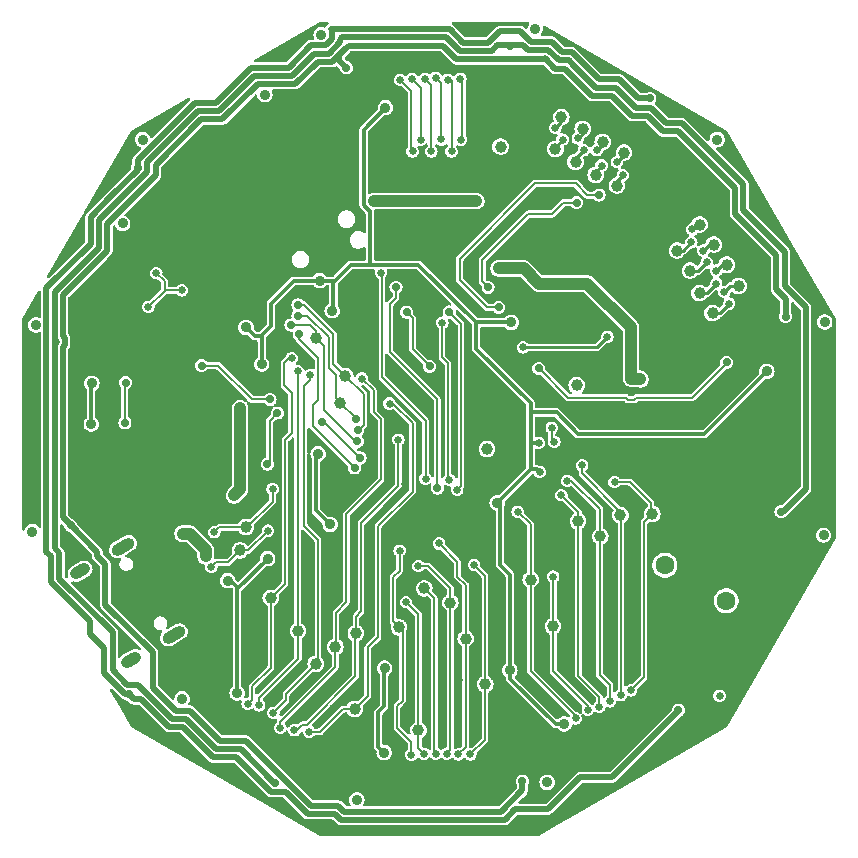
<source format=gbr>
%TF.GenerationSoftware,KiCad,Pcbnew,8.0.3*%
%TF.CreationDate,2024-08-19T15:25:54-04:00*%
%TF.ProjectId,vibrometer_h7,76696272-6f6d-4657-9465-725f68372e6b,rev?*%
%TF.SameCoordinates,Original*%
%TF.FileFunction,Copper,L4,Bot*%
%TF.FilePolarity,Positive*%
%FSLAX46Y46*%
G04 Gerber Fmt 4.6, Leading zero omitted, Abs format (unit mm)*
G04 Created by KiCad (PCBNEW 8.0.3) date 2024-08-19 15:25:54*
%MOMM*%
%LPD*%
G01*
G04 APERTURE LIST*
G04 Aperture macros list*
%AMHorizOval*
0 Thick line with rounded ends*
0 $1 width*
0 $2 $3 position (X,Y) of the first rounded end (center of the circle)*
0 $4 $5 position (X,Y) of the second rounded end (center of the circle)*
0 Add line between two ends*
20,1,$1,$2,$3,$4,$5,0*
0 Add two circle primitives to create the rounded ends*
1,1,$1,$2,$3*
1,1,$1,$4,$5*%
G04 Aperture macros list end*
%TA.AperFunction,ComponentPad*%
%ADD10C,1.600000*%
%TD*%
%TA.AperFunction,ComponentPad*%
%ADD11HorizOval,1.000000X-0.476314X-0.275000X0.476314X0.275000X0*%
%TD*%
%TA.AperFunction,ComponentPad*%
%ADD12HorizOval,1.000000X-0.346410X-0.200000X0.346410X0.200000X0*%
%TD*%
%TA.AperFunction,SMDPad,CuDef*%
%ADD13C,1.000000*%
%TD*%
%TA.AperFunction,ViaPad*%
%ADD14C,0.650000*%
%TD*%
%TA.AperFunction,ViaPad*%
%ADD15C,0.900000*%
%TD*%
%TA.AperFunction,ViaPad*%
%ADD16C,0.700000*%
%TD*%
%TA.AperFunction,Conductor*%
%ADD17C,1.000000*%
%TD*%
%TA.AperFunction,Conductor*%
%ADD18C,0.150000*%
%TD*%
%TA.AperFunction,Conductor*%
%ADD19C,0.300000*%
%TD*%
%TA.AperFunction,Conductor*%
%ADD20C,0.200000*%
%TD*%
%TA.AperFunction,Conductor*%
%ADD21C,0.250000*%
%TD*%
%TA.AperFunction,Conductor*%
%ADD22C,0.500000*%
%TD*%
G04 APERTURE END LIST*
D10*
%TO.P,J901,*%
%TO.N,*%
X169965251Y-111536340D03*
X175165064Y-114550000D03*
%TD*%
D11*
%TO.P,J301,S1,SHIELD*%
%TO.N,/USB/USB_SHLD*%
X124079009Y-109956270D03*
D12*
X120459023Y-112046270D03*
D11*
X128399009Y-117438730D03*
D12*
X124779023Y-119528730D03*
%TD*%
D13*
%TO.P,TP415,1,1*%
%TO.N,/ACCEL/ACCEL.INTB3*%
X166200000Y-107300000D03*
%TD*%
%TO.P,TP509,1,1*%
%TO.N,Net-(J502-Pin_2)*%
X174000000Y-90200000D03*
%TD*%
%TO.P,TP407,1,1*%
%TO.N,/ACCEL/ACCEL.MOSI1*%
X142060000Y-118450000D03*
%TD*%
%TO.P,TP417,1,1*%
%TO.N,/ACCEL/ACCEL.MOSI3*%
X164500000Y-109100000D03*
%TD*%
%TO.P,TP515,1,1*%
%TO.N,Net-(J502-Pin_14)*%
X171000000Y-84900000D03*
%TD*%
%TO.P,TP508,1,1*%
%TO.N,Net-(J501-Pin_16)*%
X161200000Y-73600000D03*
%TD*%
%TO.P,TP406,1,1*%
%TO.N,/ACCEL/ACCEL.MISO1*%
X140400000Y-119900000D03*
%TD*%
%TO.P,TP506,1,1*%
%TO.N,Net-(J501-Pin_12)*%
X163000000Y-74600000D03*
%TD*%
%TO.P,TP304,1,1*%
%TO.N,+3V3A*%
X162500000Y-96300000D03*
%TD*%
%TO.P,TP413,1,1*%
%TO.N,/ACCEL/ACCEL.NCS2*%
X147450000Y-116800000D03*
%TD*%
%TO.P,TP410,1,1*%
%TO.N,/ACCEL/ACCEL.INTB2*%
X153100000Y-117750000D03*
%TD*%
%TO.P,TP412,1,1*%
%TO.N,/ACCEL/ACCEL.MOSI2*%
X151800000Y-114700000D03*
%TD*%
%TO.P,TP512,1,1*%
%TO.N,Net-(J502-Pin_8)*%
X175200000Y-86100000D03*
%TD*%
%TO.P,TP516,1,1*%
%TO.N,Net-(J502-Pin_16)*%
X172900000Y-82700000D03*
%TD*%
%TO.P,TP404,1,1*%
%TO.N,/ACCEL/ACCEL.INTA1*%
X143700000Y-123700000D03*
%TD*%
%TO.P,TP1003,1,1*%
%TO.N,/MCU/LED_STROBE_3*%
X140400000Y-92300000D03*
%TD*%
%TO.P,TP505,1,1*%
%TO.N,Net-(J501-Pin_10)*%
X162400000Y-77400000D03*
%TD*%
%TO.P,TP514,1,1*%
%TO.N,Net-(J502-Pin_12)*%
X174100000Y-84400000D03*
%TD*%
%TO.P,TP414,1,1*%
%TO.N,/ACCEL/ACCEL.INTA3*%
X168900000Y-107200000D03*
%TD*%
%TO.P,TP504,1,1*%
%TO.N,Net-(J501-Pin_8)*%
X164700000Y-75700000D03*
%TD*%
%TO.P,TP1002,1,1*%
%TO.N,/MCU/LED_STROBE_2*%
X142900000Y-95500000D03*
%TD*%
%TO.P,TP418,1,1*%
%TO.N,/ACCEL/ACCEL.NCS3*%
X158600000Y-112750000D03*
%TD*%
%TO.P,TP502,1,1*%
%TO.N,Net-(J501-Pin_4)*%
X166500000Y-76600000D03*
%TD*%
%TO.P,TP302,1,1*%
%TO.N,+5V*%
X134000000Y-99000000D03*
%TD*%
%TO.P,TP11,1,1*%
%TO.N,/MCU/USB_DP*%
X134000000Y-110280000D03*
%TD*%
%TO.P,TP507,1,1*%
%TO.N,Net-(J501-Pin_14)*%
X160700000Y-76300000D03*
%TD*%
%TO.P,TP401,1,1*%
%TO.N,/ACCEL/SPI ACCELEROMETER1/ACCEL_SCK*%
X138900000Y-117100000D03*
%TD*%
%TO.P,TP409,1,1*%
%TO.N,/ACCEL/ACCEL.INTA2*%
X154750000Y-121600000D03*
%TD*%
%TO.P,TP202,1,1*%
%TO.N,/MCU/DAC_EXT_TRG*%
X154900000Y-101700000D03*
%TD*%
%TO.P,TP402,1,1*%
%TO.N,/ACCEL/SPI ACCELEROMETER2/ACCEL_SCK*%
X149100000Y-125500000D03*
%TD*%
%TO.P,TP405,1,1*%
%TO.N,/ACCEL/ACCEL.INTB1*%
X143800000Y-117300000D03*
%TD*%
%TO.P,TP503,1,1*%
%TO.N,Net-(J501-Pin_6)*%
X164100000Y-78500000D03*
%TD*%
%TO.P,TP510,1,1*%
%TO.N,Net-(J502-Pin_4)*%
X176200000Y-87900000D03*
%TD*%
%TO.P,TP403,1,1*%
%TO.N,/ACCEL/SPI ACCELEROMETER3/ACCEL_SCK*%
X160500000Y-116700000D03*
%TD*%
%TO.P,TP511,1,1*%
%TO.N,Net-(J502-Pin_6)*%
X172900000Y-88500000D03*
%TD*%
%TO.P,TP501,1,1*%
%TO.N,Net-(J501-Pin_2)*%
X165900000Y-79400000D03*
%TD*%
%TO.P,TP408,1,1*%
%TO.N,/ACCEL/ACCEL.NCS1*%
X136600000Y-114300000D03*
%TD*%
%TO.P,TP513,1,1*%
%TO.N,Net-(J502-Pin_10)*%
X172100000Y-86600000D03*
%TD*%
%TO.P,TP416,1,1*%
%TO.N,/ACCEL/ACCEL.MISO3*%
X162600000Y-107800000D03*
%TD*%
%TO.P,TP305,1,1*%
%TO.N,+5VA*%
X156050000Y-76100000D03*
%TD*%
%TO.P,TP12,1,1*%
%TO.N,/MCU/USB_DM*%
X134480000Y-108310000D03*
%TD*%
%TO.P,TP1001,1,1*%
%TO.N,/MCU/LED_STROBE_1*%
X142500000Y-97800000D03*
%TD*%
%TO.P,TP411,1,1*%
%TO.N,/ACCEL/ACCEL.MISO2*%
X149600000Y-113500000D03*
%TD*%
D14*
%TO.N,GND*%
X157400000Y-89650000D03*
X167200000Y-111400000D03*
X148300000Y-94250000D03*
X173800000Y-104950000D03*
X159400000Y-89600000D03*
X171250000Y-101550000D03*
X129500000Y-103300000D03*
X142750000Y-74300000D03*
X130100000Y-127600000D03*
X124450000Y-108250000D03*
X144600000Y-72300000D03*
D15*
X138239741Y-67987465D03*
D14*
X170100000Y-127700000D03*
X149500000Y-114900000D03*
X150950000Y-96750000D03*
X163600000Y-111500000D03*
D15*
X119800000Y-110350000D03*
D14*
X140150000Y-83150000D03*
X148000000Y-104700000D03*
X173750000Y-102900000D03*
X157800000Y-114250000D03*
X134700000Y-77450000D03*
X147000000Y-121600000D03*
X160600000Y-97600000D03*
X167800000Y-99550000D03*
X162900000Y-83800000D03*
X129048741Y-115510295D03*
X160700000Y-78500000D03*
X131600000Y-99350000D03*
X132218911Y-122750000D03*
X139405465Y-121755465D03*
X165400000Y-111200000D03*
D16*
X134550000Y-115450000D03*
D15*
X122700000Y-79400000D03*
D16*
X163600000Y-119550000D03*
D14*
X120800000Y-101950000D03*
D15*
X160350000Y-126050000D03*
D14*
X155950000Y-100250000D03*
X128900000Y-84500000D03*
X141700000Y-111050000D03*
X148750000Y-110400000D03*
D15*
X183700000Y-105000000D03*
D14*
X169200000Y-76500000D03*
X154950000Y-79100000D03*
X145550000Y-78700000D03*
X158000000Y-78600000D03*
X161900000Y-79950000D03*
D15*
X141950000Y-113500000D03*
D14*
X155250000Y-111450000D03*
X151700000Y-112350000D03*
X148550000Y-88650000D03*
X128002720Y-109301351D03*
X177650000Y-80100000D03*
X132900000Y-92650000D03*
X125232051Y-83950962D03*
X169800000Y-80800000D03*
X176600000Y-93200000D03*
X122350000Y-90150000D03*
X156150000Y-93950000D03*
X133800000Y-86050000D03*
X132450000Y-109850000D03*
X156050000Y-104050000D03*
X135700000Y-116700000D03*
D15*
X156036400Y-118900000D03*
D14*
X134200000Y-89500000D03*
X145600000Y-75100000D03*
X153850000Y-120450000D03*
X145800000Y-82200000D03*
X137100000Y-92650000D03*
D16*
X159290000Y-102100000D03*
D14*
X167800000Y-101550000D03*
X175200000Y-93300000D03*
X127000000Y-80950000D03*
X179300000Y-93600000D03*
D15*
X154112724Y-78238347D03*
D14*
X166500000Y-83300000D03*
X138700000Y-132800000D03*
X129600000Y-99300000D03*
X169600000Y-92900000D03*
X138700000Y-76550000D03*
X168000000Y-104250000D03*
X139000000Y-124300000D03*
X134850000Y-75050000D03*
X164800000Y-69300000D03*
X154950000Y-129350000D03*
D15*
X172240508Y-73667715D03*
D14*
X147250000Y-95550000D03*
X169500000Y-88700000D03*
X161400000Y-117900000D03*
X140450000Y-71650000D03*
X121500000Y-89350000D03*
X142900000Y-120000000D03*
X147500000Y-127100000D03*
D16*
X162490000Y-101730000D03*
D14*
X130850000Y-77300000D03*
X137150000Y-112500000D03*
X172700000Y-126100000D03*
X169900000Y-90900000D03*
X145400000Y-121700000D03*
X165450000Y-99200000D03*
X176050000Y-107750000D03*
X159092506Y-82960007D03*
X152000000Y-93850000D03*
X163850000Y-98000000D03*
D16*
X165275000Y-117670968D03*
X160500000Y-103625000D03*
D14*
X164100000Y-131100000D03*
X168700000Y-92900000D03*
D15*
X154100000Y-66100000D03*
D14*
X139050000Y-78600000D03*
X140900000Y-134000000D03*
X151200000Y-121350000D03*
X141905100Y-123654771D03*
X171050000Y-87950000D03*
X133150000Y-94100000D03*
X127500000Y-126100000D03*
X122900000Y-98000000D03*
X173800000Y-98300000D03*
X162900000Y-86600000D03*
D16*
X129900000Y-111400000D03*
X156835000Y-109177880D03*
D14*
X139800000Y-114100000D03*
X140150000Y-100750000D03*
X129700000Y-101800000D03*
D16*
X159635899Y-122750000D03*
D14*
X123700000Y-84000000D03*
X145450000Y-130600000D03*
X156300000Y-87900000D03*
X141650000Y-86050000D03*
X167100000Y-121100000D03*
X154950000Y-130600000D03*
X149250000Y-97550000D03*
X160900000Y-72000000D03*
X176450000Y-110700000D03*
X131150000Y-118900000D03*
X143650000Y-105200000D03*
X157350000Y-74400000D03*
X164350000Y-103600000D03*
X176700000Y-121200000D03*
X167100000Y-96900000D03*
X151800000Y-134100000D03*
X152900000Y-110400000D03*
X152450000Y-123750000D03*
X171250000Y-106000000D03*
X128198460Y-89046522D03*
X127450000Y-83200000D03*
X160300000Y-107700000D03*
X120200000Y-84000000D03*
X137300000Y-80850000D03*
X153800000Y-100200000D03*
X121100000Y-94100000D03*
D15*
X130650000Y-95700000D03*
D14*
X157900000Y-116900000D03*
D16*
X154782500Y-109250000D03*
D14*
X161700000Y-113900000D03*
X131600000Y-80000000D03*
X171300000Y-99500000D03*
X153900000Y-106050000D03*
X139800000Y-118450000D03*
X146350000Y-117450000D03*
X156300000Y-134000000D03*
X166000000Y-95350000D03*
X183500000Y-101700000D03*
X173600000Y-81400000D03*
X134800000Y-82575000D03*
X155750000Y-97450000D03*
X169200000Y-82400000D03*
X154700000Y-74050000D03*
X141075000Y-106400000D03*
X167000000Y-105900000D03*
X136700000Y-122900000D03*
X121600000Y-113300000D03*
D15*
X154100000Y-83000000D03*
D14*
X158000000Y-84000000D03*
X151200000Y-110900000D03*
X144950000Y-104000000D03*
X174900000Y-124900000D03*
X143000000Y-85100000D03*
X123300000Y-108400000D03*
X172150000Y-117800000D03*
X179350000Y-116850000D03*
D16*
X130950000Y-113350000D03*
D14*
X148000000Y-113200000D03*
D16*
X129250000Y-109950000D03*
D14*
X138000000Y-118500000D03*
X126650000Y-93050000D03*
X178900000Y-101550000D03*
X168700000Y-94100000D03*
X146900000Y-134000000D03*
D15*
X181900000Y-87400000D03*
D14*
X151150000Y-117600000D03*
D16*
X162500000Y-94350000D03*
D14*
X131000000Y-83850000D03*
X129545827Y-87191705D03*
X129900000Y-97750000D03*
X133200000Y-129200000D03*
X169600000Y-94100000D03*
X120050000Y-89050000D03*
X128900000Y-93800000D03*
X123200000Y-88000000D03*
X153750000Y-122200000D03*
X156950000Y-92117500D03*
X149850000Y-121250000D03*
X172650000Y-113050000D03*
X153800000Y-112900000D03*
X129050000Y-119100000D03*
X163650000Y-94700000D03*
X125463840Y-108829329D03*
X123350000Y-92900000D03*
X125400000Y-98000000D03*
D15*
X144350000Y-90200000D03*
D14*
X122400000Y-102750000D03*
X153950000Y-104100000D03*
X127000000Y-103600000D03*
X148450000Y-121400000D03*
X162850000Y-99200000D03*
X128500000Y-95900000D03*
X155850000Y-122750000D03*
X161200000Y-132800000D03*
X136050000Y-74500000D03*
X145450000Y-70500000D03*
X152500000Y-121300000D03*
X165400000Y-102850000D03*
X154550000Y-70700000D03*
X122900000Y-100750000D03*
X131850000Y-97700000D03*
X142750000Y-80350000D03*
X134100000Y-112050000D03*
X179300000Y-109650000D03*
X165500000Y-83300000D03*
X137150000Y-109800000D03*
X159700000Y-119100000D03*
X175350000Y-91500000D03*
X140550000Y-81200000D03*
X155400000Y-123700000D03*
X177900000Y-90150000D03*
X148050000Y-124600000D03*
D16*
X161350000Y-102100000D03*
D14*
X177400000Y-97700000D03*
X120650000Y-98150000D03*
X142300000Y-126100000D03*
X132100000Y-117250000D03*
X146750000Y-103950000D03*
X171050000Y-82300000D03*
X162167500Y-88725000D03*
X152250000Y-109350000D03*
X181250000Y-113600000D03*
X133350000Y-80700000D03*
X124800000Y-90950000D03*
X143600000Y-134000000D03*
X143900000Y-125400000D03*
X157850000Y-76200000D03*
X173600000Y-108950000D03*
X164100000Y-86600000D03*
X137600000Y-115900000D03*
X153425000Y-71700000D03*
X170950000Y-86200000D03*
X171400000Y-92300000D03*
X163450000Y-92250000D03*
X178950000Y-98850000D03*
X169250000Y-109000000D03*
X159600000Y-71500000D03*
X154000000Y-116150000D03*
X116400000Y-99350000D03*
X142700000Y-78750000D03*
X181000000Y-99900000D03*
X147150000Y-99300000D03*
X132750000Y-76200000D03*
X170450000Y-95800000D03*
X170450000Y-96600000D03*
X183400000Y-98050000D03*
X155900000Y-115425000D03*
X139850000Y-76550000D03*
X144350000Y-94550000D03*
D15*
X177300000Y-104350000D03*
D14*
X135053311Y-119731186D03*
X150950000Y-113650000D03*
X159200000Y-72950000D03*
X137200000Y-86550000D03*
X149400000Y-106050000D03*
X160800000Y-109200000D03*
X131700000Y-101700000D03*
X178750000Y-105250000D03*
X163600000Y-115900000D03*
X162900000Y-85300000D03*
X177400000Y-99950000D03*
X165400000Y-101250000D03*
X169000000Y-122500000D03*
X149750000Y-117550000D03*
X162750000Y-82700000D03*
D15*
X116300000Y-95800000D03*
D14*
X172300000Y-92400000D03*
X163600000Y-107000000D03*
X159600000Y-115000000D03*
X154950000Y-127050000D03*
X167800000Y-80300000D03*
X167000000Y-117050000D03*
X164100000Y-85300000D03*
X173800000Y-100900000D03*
X125100000Y-125000000D03*
X139750000Y-111600000D03*
X156500000Y-126550000D03*
X164200000Y-82700000D03*
X183400000Y-95750000D03*
X116350000Y-102700000D03*
D15*
X131700000Y-102850000D03*
D14*
X125350000Y-102200000D03*
X164100000Y-83800000D03*
X137600000Y-76600000D03*
X145450000Y-129350000D03*
X171100000Y-77350000D03*
X169750000Y-116050000D03*
X167400000Y-129300000D03*
X157900000Y-120200000D03*
X154900000Y-82050000D03*
X173300000Y-120200000D03*
X131150000Y-82650000D03*
X136900000Y-107000000D03*
X171000000Y-90900000D03*
X127250000Y-97650000D03*
X154450000Y-95700000D03*
D16*
X159300000Y-97317500D03*
D14*
X149500000Y-134100000D03*
X159850000Y-92000000D03*
X177350000Y-102750000D03*
D15*
%TO.N,+5V*%
X129082983Y-122837396D03*
X160000000Y-129920000D03*
X116400000Y-108700000D03*
X145300000Y-80700000D03*
X159000000Y-66100000D03*
X133486514Y-105636514D03*
X143892579Y-131400000D03*
X154000000Y-80700000D03*
X124056995Y-82600000D03*
X116700000Y-91200000D03*
X125750000Y-75500000D03*
X183500000Y-90950000D03*
X136100000Y-71700000D03*
X174400000Y-75500000D03*
X183400000Y-109000000D03*
X140868628Y-66618628D03*
X134000000Y-98250000D03*
D14*
X174591992Y-122588008D03*
D16*
%TO.N,/MCU/SWD_NRST*%
X150050000Y-94700000D03*
X148100000Y-90100000D03*
D15*
%TO.N,+3V3*%
X132950000Y-112850000D03*
X121399600Y-99593600D03*
X141618000Y-108077200D03*
X156850000Y-120450000D03*
X136334800Y-110972800D03*
D14*
X159352500Y-103640000D03*
D15*
X134500000Y-91400000D03*
X140602000Y-102100000D03*
X141800000Y-90000000D03*
X140754400Y-87452400D03*
X178600400Y-95123200D03*
X161430000Y-124993600D03*
D14*
X159290000Y-101182500D03*
D15*
X146240800Y-120250000D03*
X155764905Y-106249515D03*
X146200000Y-127400000D03*
X135826800Y-94513600D03*
X133744000Y-122352000D03*
X121450400Y-96139200D03*
X146300000Y-72800000D03*
X156950000Y-90982500D03*
D16*
%TO.N,+3V3A*%
X162500000Y-96300000D03*
%TO.N,/MCU/BOOT0*%
X130750000Y-94650000D03*
X136526800Y-97500000D03*
X140950000Y-99400000D03*
X144150000Y-102450000D03*
%TO.N,/MCU/MUTE_BUTTON*%
X175200000Y-94367500D03*
X159290000Y-94879677D03*
%TO.N,/AUDIO/DAC_OUTB*%
X162500000Y-80850000D03*
X155000000Y-88000000D03*
D15*
%TO.N,V_USB*%
X129139896Y-108866474D03*
D16*
X131085104Y-110781250D03*
D14*
%TO.N,/MCU/STA_QT*%
X126237500Y-89664471D03*
X126900000Y-86800000D03*
X129070400Y-88265200D03*
D16*
%TO.N,/MCU/BOOT_SW*%
X124300000Y-96088400D03*
X124244400Y-99492000D03*
D14*
%TO.N,/MCU/USB_DM*%
X131820000Y-108740000D03*
X136750000Y-105080000D03*
%TO.N,/ACCEL/ACCEL.INTB3*%
X162960000Y-103080000D03*
X166210000Y-122540000D03*
%TO.N,/ACCEL/ACCEL.MISO2*%
X149650000Y-113550000D03*
X150560000Y-127500000D03*
%TO.N,/ACCEL/ACCEL.MOSI3*%
X161700000Y-104400000D03*
X165300000Y-123060000D03*
D16*
%TO.N,/MCU/SWD_DIO*%
X139000000Y-92000000D03*
X143700000Y-103300000D03*
D14*
%TO.N,/MCU/SWD_CLK*%
X149700000Y-104200000D03*
X145924263Y-86775000D03*
%TO.N,/MCU/VCP_TX*%
X151700000Y-104300000D03*
X151125000Y-91000000D03*
X148600000Y-76500000D03*
X147550000Y-70450000D03*
%TO.N,/ACCEL/ACCEL.NCS3*%
X157500000Y-107000000D03*
X162400000Y-124500000D03*
D16*
%TO.N,/MCU/SWD_SWO*%
X147200000Y-88000000D03*
X150700000Y-105000000D03*
D14*
%TO.N,/ACCEL/ACCEL.MOSI1*%
X144310400Y-95732800D03*
X137400000Y-125300000D03*
%TO.N,/ACCEL/ACCEL.NCS2*%
X147500000Y-110300000D03*
X148510000Y-127570000D03*
%TO.N,/ACCEL/ACCEL.MOSI2*%
X151500001Y-127500001D03*
X149100000Y-111600000D03*
%TO.N,/ACCEL/ACCEL.INTA3*%
X165700000Y-104500000D03*
X167090000Y-122140000D03*
%TO.N,/ACCEL/ACCEL.MISO1*%
X136820000Y-124040000D03*
X139942182Y-95434939D03*
%TO.N,/ACCEL/ACCEL.MISO3*%
X161200000Y-105600000D03*
X164410000Y-123520000D03*
%TO.N,/ACCEL/ACCEL.INTB1*%
X147400000Y-100900000D03*
X138600000Y-125500000D03*
D16*
%TO.N,/MCU/VCP_RX*%
X151700000Y-90100000D03*
D14*
X152375000Y-105150000D03*
X148550000Y-70350000D03*
X149300000Y-75500000D03*
%TO.N,/ACCEL/ACCEL.INTA1*%
X146650000Y-97850000D03*
X139840000Y-125640000D03*
%TO.N,/ACCEL/ACCEL.INTB2*%
X152480000Y-127550000D03*
X150850000Y-109700000D03*
%TO.N,/ACCEL/ACCEL.NCS1*%
X138370000Y-93990000D03*
X134640000Y-123290000D03*
%TO.N,/AUDIO/MUTE_SIGNAL*%
X165100000Y-92200000D03*
X157950000Y-93100000D03*
%TO.N,Net-(C213-Pad1)*%
X160395892Y-99900000D03*
X160600000Y-101100000D03*
%TO.N,/ACCEL/ACCEL.INTA2*%
X153800000Y-111500000D03*
X153500000Y-127550000D03*
D16*
%TO.N,/AUDIO/DAC_OUTA*%
X164400000Y-80200000D03*
X155900000Y-89700000D03*
D14*
%TO.N,/MCU/USB_DP*%
X131572664Y-111682866D03*
X136360000Y-108610000D03*
D16*
%TO.N,+5VA*%
X161032500Y-87700000D03*
X167100000Y-95732500D03*
D14*
X156050000Y-76100000D03*
D16*
X167900000Y-95800000D03*
X155900000Y-86400000D03*
D14*
%TO.N,/ACCEL/SPI ACCELEROMETER1/ACCEL_SCK*%
X138900000Y-95100000D03*
X135610000Y-123400000D03*
%TO.N,/ACCEL/SPI ACCELEROMETER2/ACCEL_SCK*%
X148050000Y-114650000D03*
X149570000Y-127500000D03*
%TO.N,/ACCEL/SPI ACCELEROMETER3/ACCEL_SCK*%
X160500000Y-112500000D03*
X163440000Y-123770000D03*
D16*
%TO.N,/MCU/LED_ACCEL_3V3*%
X136317463Y-102967463D03*
X137151800Y-98654519D03*
%TO.N,/STROBE/FET1_D*%
X179800000Y-107000000D03*
D14*
X118375000Y-92607971D03*
D16*
X156891757Y-67604833D03*
X136936819Y-129955448D03*
%TO.N,/STROBE/FET2_D*%
X171100000Y-123800000D03*
X124602715Y-122471960D03*
X125325891Y-77883527D03*
X168700000Y-72000000D03*
%TO.N,/MCU/LED_STROBE_1*%
X143800000Y-99200000D03*
X138900000Y-90400000D03*
%TO.N,/MCU/LED_STROBE_2*%
X138900000Y-89500000D03*
X143947615Y-100129036D03*
%TO.N,/MCU/LED_STROBE_3*%
X143915099Y-101054936D03*
X138300000Y-91200000D03*
D14*
%TO.N,Net-(J501-Pin_16)*%
X160700000Y-74500000D03*
%TO.N,Net-(J501-Pin_14)*%
X161300000Y-75500000D03*
D16*
%TO.N,/MCU/DAC_EXT_TRG*%
X154900000Y-101700000D03*
%TO.N,/STROBE/FET3_D*%
X180200000Y-90500000D03*
X142994060Y-69426798D03*
X157900000Y-129800000D03*
X119655705Y-108151100D03*
D14*
%TO.N,/MCU/ADC1_INP*%
X150550000Y-70250000D03*
X151043439Y-75494570D03*
%TO.N,/MCU/ADC2_INP*%
X152700000Y-75500000D03*
X152650000Y-70350000D03*
%TO.N,/MCU/ADC2_INN*%
X151585933Y-70428440D03*
X151900000Y-76500000D03*
%TO.N,/MCU/ADC1_INN*%
X150200000Y-76500000D03*
X149650000Y-70350000D03*
%TO.N,Net-(J501-Pin_6)*%
X164600000Y-77700000D03*
%TO.N,Net-(J501-Pin_12)*%
X162600000Y-75400000D03*
%TO.N,Net-(J501-Pin_10)*%
X163100000Y-76400000D03*
%TO.N,Net-(J501-Pin_4)*%
X165900000Y-77400000D03*
%TO.N,Net-(J501-Pin_2)*%
X166400000Y-78500000D03*
%TO.N,Net-(J501-Pin_8)*%
X164200000Y-76400000D03*
%TO.N,Net-(J502-Pin_16)*%
X172300000Y-83100000D03*
%TO.N,Net-(J502-Pin_14)*%
X172200000Y-84200000D03*
%TO.N,Net-(J502-Pin_4)*%
X175000000Y-88400000D03*
%TO.N,Net-(J502-Pin_8)*%
X174300000Y-86600000D03*
%TO.N,Net-(J502-Pin_12)*%
X173200000Y-84900000D03*
%TO.N,Net-(J502-Pin_6)*%
X174300000Y-87700000D03*
%TO.N,Net-(J502-Pin_10)*%
X173500000Y-85900000D03*
%TO.N,Net-(J502-Pin_2)*%
X175400000Y-89400000D03*
%TD*%
D17*
%TO.N,+5V*%
X134000000Y-105123028D02*
X133486514Y-105636514D01*
X134000000Y-98250000D02*
X134000000Y-105123028D01*
X145300000Y-80700000D02*
X154000000Y-80700000D01*
D18*
%TO.N,/MCU/SWD_NRST*%
X148100000Y-90100000D02*
X148600000Y-90600000D01*
X148600000Y-93250000D02*
X150050000Y-94700000D01*
X148600000Y-90600000D02*
X148600000Y-93250000D01*
D19*
%TO.N,+3V3*%
X160800000Y-98600000D02*
X162650000Y-100450000D01*
X156836400Y-119332229D02*
X156850000Y-119345829D01*
X149100000Y-86100000D02*
X145000000Y-86100000D01*
X144450000Y-74650000D02*
X144450000Y-81052082D01*
X158590000Y-98200000D02*
X158590000Y-101500000D01*
X135826800Y-92073200D02*
X136600000Y-91300000D01*
X156850000Y-119345829D02*
X156850000Y-120450000D01*
X156000000Y-111500000D02*
X156836400Y-112336400D01*
X156836400Y-112336400D02*
X156836400Y-119332229D01*
X154000000Y-93201200D02*
X158590000Y-97791200D01*
X140602000Y-102100000D02*
X140400000Y-102302000D01*
X121399600Y-96190000D02*
X121399600Y-99593600D01*
X140400000Y-102302000D02*
X140400000Y-106900000D01*
X135826800Y-94513600D02*
X135826800Y-92073200D01*
X159290000Y-101182500D02*
X158590000Y-101182500D01*
X158590000Y-101500000D02*
X158590000Y-103424420D01*
X146200000Y-127400000D02*
X145700000Y-126900000D01*
X160709465Y-124993600D02*
X161430000Y-124993600D01*
X136600000Y-89400000D02*
X138547600Y-87452400D01*
X133744000Y-113394000D02*
X133200000Y-112850000D01*
X144947918Y-81550000D02*
X145000000Y-81550000D01*
X145700000Y-124000000D02*
X146200000Y-123500000D01*
X133200000Y-112850000D02*
X132950000Y-112850000D01*
X158590000Y-98200000D02*
X158590000Y-98600000D01*
X135226000Y-92126000D02*
X134500000Y-91400000D01*
X146300000Y-72800000D02*
X144450000Y-74650000D01*
X173273600Y-100450000D02*
X178600400Y-95123200D01*
X138547600Y-87452400D02*
X140754400Y-87452400D01*
X156950000Y-90982500D02*
X153982500Y-90982500D01*
X146200000Y-123500000D02*
X146200000Y-120290800D01*
X143376800Y-86100000D02*
X145000000Y-86100000D01*
X140754400Y-87452400D02*
X142024400Y-87452400D01*
X156000000Y-106484610D02*
X156000000Y-111500000D01*
X159352500Y-103640000D02*
X159136920Y-103424420D01*
X141900000Y-87576800D02*
X142024400Y-87452400D01*
X155764905Y-106249515D02*
X156000000Y-106484610D01*
X159136920Y-103424420D02*
X158590000Y-103424420D01*
X158590000Y-103424420D02*
X155764905Y-106249515D01*
X145000000Y-81550000D02*
X145000000Y-86100000D01*
X156950000Y-90982500D02*
X154000000Y-90982500D01*
X133744000Y-122352000D02*
X133744000Y-114384900D01*
X121450400Y-96139200D02*
X121399600Y-96190000D01*
X146200000Y-120290800D02*
X146240800Y-120250000D01*
X133744000Y-114384900D02*
X133744000Y-113563600D01*
X156850000Y-120450000D02*
X156850000Y-121134135D01*
X158590000Y-97791200D02*
X158590000Y-98200000D01*
X144450000Y-81052082D02*
X144947918Y-81550000D01*
X153982500Y-90982500D02*
X149100000Y-86100000D01*
X141577200Y-108077200D02*
X141618000Y-108077200D01*
X133744000Y-113563600D02*
X136334800Y-110972800D01*
X162650000Y-100450000D02*
X173273600Y-100450000D01*
X133744000Y-114384900D02*
X133744000Y-113394000D01*
X145700000Y-126900000D02*
X145700000Y-124000000D01*
X142024400Y-87452400D02*
X143376800Y-86100000D01*
X141900000Y-89900000D02*
X141900000Y-87576800D01*
X140400000Y-106900000D02*
X141577200Y-108077200D01*
X135826800Y-92126000D02*
X135226000Y-92126000D01*
X158590000Y-98600000D02*
X160800000Y-98600000D01*
X136600000Y-91300000D02*
X136600000Y-89400000D01*
X156850000Y-121134135D02*
X160709465Y-124993600D01*
X154000000Y-90982500D02*
X154000000Y-93201200D01*
X141800000Y-90000000D02*
X141900000Y-89900000D01*
X158590000Y-101182500D02*
X158590000Y-101500000D01*
D20*
%TO.N,/MCU/BOOT0*%
X144150000Y-102450000D02*
X141100000Y-99400000D01*
X132150000Y-94650000D02*
X130750000Y-94650000D01*
X135000000Y-97500000D02*
X132150000Y-94650000D01*
X136526800Y-97500000D02*
X135000000Y-97500000D01*
X141100000Y-99400000D02*
X140950000Y-99400000D01*
%TO.N,/MCU/MUTE_BUTTON*%
X166666116Y-97350000D02*
X161760323Y-97350000D01*
X172282500Y-97350000D02*
X167533884Y-97350000D01*
X167533884Y-97350000D02*
X167358884Y-97525000D01*
X167358884Y-97525000D02*
X166841116Y-97525000D01*
X166841116Y-97525000D02*
X166666116Y-97350000D01*
X161760323Y-97350000D02*
X159290000Y-94879677D01*
X175200000Y-94367500D02*
X175200000Y-94432500D01*
X175200000Y-94432500D02*
X172282500Y-97350000D01*
%TO.N,/AUDIO/DAC_OUTB*%
X155000000Y-88000000D02*
X154500000Y-87500000D01*
X160400000Y-81800000D02*
X161350000Y-80850000D01*
X161350000Y-80850000D02*
X162500000Y-80850000D01*
X158400000Y-81800000D02*
X160400000Y-81800000D01*
X154500000Y-85700000D02*
X158400000Y-81800000D01*
X154500000Y-87500000D02*
X154500000Y-85700000D01*
D17*
%TO.N,V_USB*%
X129716474Y-108866474D02*
X129139896Y-108866474D01*
X131085104Y-110781250D02*
X131085104Y-110235104D01*
X131085104Y-110235104D02*
X129716474Y-108866474D01*
D20*
%TO.N,/MCU/STA_QT*%
X127600000Y-87500000D02*
X127600000Y-88200000D01*
X129070400Y-88265200D02*
X127665200Y-88265200D01*
X126900000Y-86800000D02*
X127600000Y-87500000D01*
X126237500Y-89664471D02*
X127600000Y-88301971D01*
X127665200Y-88265200D02*
X127600000Y-88200000D01*
X127600000Y-88301971D02*
X127600000Y-88200000D01*
%TO.N,/MCU/BOOT_SW*%
X124244400Y-96144000D02*
X124244400Y-99492000D01*
X124300000Y-96088400D02*
X124244400Y-96144000D01*
D18*
%TO.N,/MCU/USB_DM*%
X131820000Y-108740000D02*
X132220000Y-108340000D01*
X136750000Y-105080000D02*
X136750000Y-106150000D01*
X134590000Y-108310000D02*
X134480000Y-108310000D01*
X136750000Y-106150000D02*
X134590000Y-108310000D01*
X132220000Y-108340000D02*
X134450000Y-108340000D01*
X134450000Y-108340000D02*
X134480000Y-108310000D01*
%TO.N,/ACCEL/ACCEL.INTB3*%
X162960000Y-103080000D02*
X162960000Y-103760000D01*
X166200000Y-107000000D02*
X166200000Y-107300000D01*
X166200000Y-107300000D02*
X166250000Y-107350000D01*
X166250000Y-122500000D02*
X166210000Y-122540000D01*
X162960000Y-103760000D02*
X166200000Y-107000000D01*
X166250000Y-107350000D02*
X166250000Y-122500000D01*
%TO.N,/ACCEL/ACCEL.MISO2*%
X149600000Y-113500000D02*
X150450000Y-114350000D01*
X149650000Y-113550000D02*
X149600000Y-113500000D01*
X150450000Y-114350000D02*
X150450000Y-127390000D01*
X150450000Y-127390000D02*
X150560000Y-127500000D01*
%TO.N,/ACCEL/ACCEL.MOSI3*%
X164450000Y-106800000D02*
X162050000Y-104400000D01*
X164450000Y-109050000D02*
X164450000Y-106800000D01*
X164450000Y-109150000D02*
X164450000Y-120850000D01*
X165300000Y-121700000D02*
X165300000Y-123060000D01*
X164450000Y-120850000D02*
X165300000Y-121700000D01*
X162050000Y-104400000D02*
X161700000Y-104400000D01*
X164500000Y-109100000D02*
X164450000Y-109150000D01*
X164500000Y-109100000D02*
X164450000Y-109050000D01*
%TO.N,/MCU/SWD_DIO*%
X140600000Y-94000000D02*
X139000000Y-92400000D01*
X140130000Y-98010000D02*
X140600000Y-97540000D01*
X143700000Y-103300000D02*
X140130000Y-99730000D01*
X140130000Y-99730000D02*
X140130000Y-98010000D01*
X139000000Y-92400000D02*
X139000000Y-92000000D01*
X140600000Y-97540000D02*
X140600000Y-94000000D01*
%TO.N,/MCU/SWD_CLK*%
X149700000Y-104200000D02*
X149700000Y-99300000D01*
X146000000Y-86850737D02*
X145924263Y-86775000D01*
X149700000Y-99300000D02*
X146000000Y-95600000D01*
X146000000Y-95600000D02*
X146000000Y-86850737D01*
%TO.N,/MCU/VCP_TX*%
X151075000Y-91050000D02*
X151125000Y-91000000D01*
X148500000Y-71400000D02*
X147550000Y-70450000D01*
X151600000Y-104200000D02*
X151600000Y-94450000D01*
X151700000Y-104300000D02*
X151600000Y-104200000D01*
X151075000Y-93925000D02*
X151075000Y-91050000D01*
X148500000Y-76400000D02*
X148500000Y-71400000D01*
X151600000Y-94450000D02*
X151075000Y-93925000D01*
X148600000Y-76500000D02*
X148500000Y-76400000D01*
%TO.N,/ACCEL/ACCEL.NCS3*%
X158600000Y-108060000D02*
X158600000Y-112750000D01*
X157500000Y-107000000D02*
X157540000Y-107000000D01*
X158600000Y-112750000D02*
X158600000Y-120500000D01*
X162400000Y-124500000D02*
X162400000Y-124300000D01*
X162400000Y-124300000D02*
X158600000Y-120500000D01*
X157540000Y-107000000D02*
X158600000Y-108060000D01*
%TO.N,/MCU/SWD_SWO*%
X147200000Y-88900000D02*
X146700000Y-89400000D01*
X146700000Y-89400000D02*
X146700000Y-93500000D01*
X146700000Y-93500000D02*
X150700000Y-97500000D01*
X147200000Y-88000000D02*
X147200000Y-88900000D01*
X150700000Y-97500000D02*
X150700000Y-105000000D01*
%TO.N,/ACCEL/ACCEL.MOSI1*%
X143000000Y-107200000D02*
X143000000Y-114650000D01*
X137400000Y-124800000D02*
X142060000Y-120140000D01*
X145300000Y-98550000D02*
X145950000Y-99200000D01*
X142060000Y-120140000D02*
X142060000Y-118450000D01*
X145950000Y-104250000D02*
X143000000Y-107200000D01*
X145950000Y-99200000D02*
X145950000Y-104250000D01*
X143000000Y-114650000D02*
X142100000Y-115550000D01*
X144310400Y-95732800D02*
X145300000Y-96722400D01*
X142100000Y-115550000D02*
X142100000Y-118410000D01*
X137400000Y-125300000D02*
X137400000Y-124800000D01*
X145300000Y-96722400D02*
X145300000Y-98550000D01*
X142100000Y-118410000D02*
X142060000Y-118450000D01*
%TO.N,/ACCEL/ACCEL.NCS2*%
X147450000Y-116800000D02*
X147750000Y-117100000D01*
X147300000Y-123450000D02*
X147300000Y-125300000D01*
X147500000Y-112000000D02*
X146950000Y-112550000D01*
X146950000Y-116300000D02*
X147450000Y-116800000D01*
X147500000Y-110300000D02*
X147500000Y-112000000D01*
X148510000Y-126510000D02*
X148510000Y-127570000D01*
X147750000Y-123000000D02*
X147300000Y-123450000D01*
X147750000Y-117100000D02*
X147750000Y-123000000D01*
X147300000Y-125300000D02*
X148510000Y-126510000D01*
X146950000Y-112550000D02*
X146950000Y-116300000D01*
%TO.N,/ACCEL/ACCEL.MOSI2*%
X151800000Y-127200002D02*
X151500001Y-127500001D01*
X149950000Y-111600000D02*
X151800000Y-113450000D01*
X151800000Y-113450000D02*
X151800000Y-127200002D01*
X149100000Y-111600000D02*
X149950000Y-111600000D01*
%TO.N,/ACCEL/ACCEL.INTA3*%
X168800000Y-106250000D02*
X168800000Y-107100000D01*
X165700000Y-104500000D02*
X167050000Y-104500000D01*
X168200000Y-107900000D02*
X168900000Y-107200000D01*
X167050000Y-104500000D02*
X168800000Y-106250000D01*
X167090000Y-122140000D02*
X168200000Y-121030000D01*
X168800000Y-107100000D02*
X168900000Y-107200000D01*
X168200000Y-121030000D02*
X168200000Y-107900000D01*
%TO.N,/ACCEL/ACCEL.MISO1*%
X140600000Y-119700000D02*
X140400000Y-119900000D01*
X140600000Y-109400000D02*
X140600000Y-119700000D01*
X139942182Y-95434939D02*
X139942182Y-95877818D01*
X139430000Y-96390000D02*
X139430000Y-108230000D01*
X137890000Y-122422400D02*
X140400000Y-119912400D01*
X139430000Y-108230000D02*
X140600000Y-109400000D01*
X140400000Y-119912400D02*
X140400000Y-119900000D01*
X137890000Y-122970000D02*
X137890000Y-122422400D01*
X139942182Y-95877818D02*
X139430000Y-96390000D01*
X136820000Y-124040000D02*
X137890000Y-122970000D01*
%TO.N,/ACCEL/ACCEL.MISO3*%
X162650000Y-107050000D02*
X162650000Y-120900000D01*
X164410000Y-122660000D02*
X164410000Y-123520000D01*
X162650000Y-120900000D02*
X164410000Y-122660000D01*
X161200000Y-105600000D02*
X162650000Y-107050000D01*
%TO.N,/ACCEL/ACCEL.INTB1*%
X144250000Y-115450000D02*
X143800000Y-115900000D01*
X138800000Y-125500000D02*
X139260000Y-125040000D01*
X138600000Y-125500000D02*
X138800000Y-125500000D01*
X144250000Y-107950000D02*
X144250000Y-115450000D01*
X143750000Y-117350000D02*
X143800000Y-117300000D01*
X147400000Y-100900000D02*
X147400000Y-104800000D01*
X143750000Y-120950000D02*
X143750000Y-117350000D01*
X139260000Y-125040000D02*
X139660000Y-125040000D01*
X139660000Y-125040000D02*
X143750000Y-120950000D01*
X147400000Y-104800000D02*
X144250000Y-107950000D01*
X143800000Y-115900000D02*
X143800000Y-117300000D01*
%TO.N,/MCU/VCP_RX*%
X152700000Y-91100000D02*
X152700000Y-104825000D01*
X149300000Y-75500000D02*
X149300000Y-71100000D01*
X151700000Y-90100000D02*
X152700000Y-91100000D01*
X152700000Y-104825000D02*
X152375000Y-105150000D01*
X149300000Y-71100000D02*
X148550000Y-70350000D01*
%TO.N,/ACCEL/ACCEL.INTA1*%
X146650000Y-97850000D02*
X146950000Y-97850000D01*
X146950000Y-97850000D02*
X148600000Y-99500000D01*
X148600000Y-105300000D02*
X145682000Y-108218000D01*
X143700000Y-123700000D02*
X142708400Y-123700000D01*
X145682000Y-108218000D02*
X145682000Y-117618000D01*
X144800000Y-122600000D02*
X143700000Y-123700000D01*
X148600000Y-99500000D02*
X148600000Y-105300000D01*
X145682000Y-117618000D02*
X144800000Y-118500000D01*
X140768400Y-125640000D02*
X139840000Y-125640000D01*
X142708400Y-123700000D02*
X140768400Y-125640000D01*
X144800000Y-118500000D02*
X144800000Y-122600000D01*
%TO.N,/ACCEL/ACCEL.INTB2*%
X153100000Y-113200000D02*
X153100000Y-126930000D01*
X153100000Y-126930000D02*
X152480000Y-127550000D01*
X152400000Y-112500000D02*
X153100000Y-113200000D01*
X152400000Y-111250000D02*
X152400000Y-112500000D01*
X150850000Y-109700000D02*
X152400000Y-111250000D01*
%TO.N,/ACCEL/ACCEL.NCS1*%
X134640000Y-123290000D02*
X135000000Y-122930000D01*
X135000000Y-122930000D02*
X135000000Y-121800000D01*
X137800000Y-100910000D02*
X138370000Y-100340000D01*
X138110000Y-93990000D02*
X138370000Y-93990000D01*
X136600000Y-114300000D02*
X137800000Y-113100000D01*
X137700000Y-96300000D02*
X137700000Y-94400000D01*
X138370000Y-100340000D02*
X138370000Y-96970000D01*
X137800000Y-113100000D02*
X137800000Y-100910000D01*
X135000000Y-121800000D02*
X136600000Y-120200000D01*
X136600000Y-120200000D02*
X136600000Y-114300000D01*
X138370000Y-96970000D02*
X137700000Y-96300000D01*
X137700000Y-94400000D02*
X138110000Y-93990000D01*
D21*
%TO.N,/AUDIO/MUTE_SIGNAL*%
X165100000Y-92200000D02*
X164200000Y-93100000D01*
X164200000Y-93100000D02*
X157950000Y-93100000D01*
D20*
%TO.N,Net-(C213-Pad1)*%
X160395892Y-100895892D02*
X160395892Y-99900000D01*
X160600000Y-101100000D02*
X160395892Y-100895892D01*
D18*
%TO.N,/ACCEL/ACCEL.INTA2*%
X154750000Y-112450000D02*
X154750000Y-121600000D01*
X153800000Y-111500000D02*
X154750000Y-112450000D01*
X154750000Y-121600000D02*
X154750000Y-126300000D01*
X154750000Y-126300000D02*
X153500000Y-127550000D01*
D20*
%TO.N,/AUDIO/DAC_OUTA*%
X159000000Y-79200000D02*
X162400000Y-79200000D01*
X155900000Y-89700000D02*
X154900000Y-89700000D01*
X152600000Y-85600000D02*
X159000000Y-79200000D01*
X152600000Y-87400000D02*
X152600000Y-85600000D01*
X154900000Y-89700000D02*
X152600000Y-87400000D01*
X162400000Y-79200000D02*
X163400000Y-80200000D01*
X163400000Y-80200000D02*
X164400000Y-80200000D01*
D18*
%TO.N,/MCU/USB_DP*%
X131955530Y-111300000D02*
X132980000Y-111300000D01*
X136360000Y-108610000D02*
X134690000Y-110280000D01*
X134690000Y-110280000D02*
X134000000Y-110280000D01*
X132980000Y-111300000D02*
X134000000Y-110280000D01*
X131572664Y-111682866D02*
X131955530Y-111300000D01*
D17*
%TO.N,+5VA*%
X161032500Y-87700000D02*
X161000000Y-87700000D01*
X167100000Y-91400000D02*
X167100000Y-95732500D01*
X159300000Y-87700000D02*
X161000000Y-87700000D01*
X167832500Y-95732500D02*
X167900000Y-95800000D01*
X167100000Y-95732500D02*
X167832500Y-95732500D01*
X163400000Y-87700000D02*
X167100000Y-91400000D01*
X158000000Y-86400000D02*
X159300000Y-87700000D01*
X155900000Y-86400000D02*
X158000000Y-86400000D01*
X161000000Y-87700000D02*
X163400000Y-87700000D01*
D20*
%TO.N,/ACCEL/SPI ACCELEROMETER1/ACCEL_SCK*%
X135610000Y-122740000D02*
X138900000Y-119450000D01*
X138870000Y-117070000D02*
X138900000Y-117100000D01*
X138900000Y-119450000D02*
X138900000Y-117100000D01*
X135610000Y-123400000D02*
X135610000Y-122740000D01*
X138870000Y-95130000D02*
X138870000Y-117070000D01*
X138900000Y-95100000D02*
X138870000Y-95130000D01*
%TO.N,/ACCEL/SPI ACCELEROMETER2/ACCEL_SCK*%
X149100000Y-125500000D02*
X149100000Y-127030000D01*
X149100000Y-115700000D02*
X149100000Y-125500000D01*
X149100000Y-127030000D02*
X149570000Y-127500000D01*
X148050000Y-114650000D02*
X149100000Y-115700000D01*
%TO.N,/ACCEL/SPI ACCELEROMETER3/ACCEL_SCK*%
X160500000Y-116700000D02*
X160500000Y-120500000D01*
X160500000Y-120500000D02*
X163440000Y-123440000D01*
X160500000Y-112500000D02*
X160500000Y-116700000D01*
X163440000Y-123440000D02*
X163440000Y-123770000D01*
%TO.N,/MCU/LED_ACCEL_3V3*%
X137145481Y-98654519D02*
X137151800Y-98654519D01*
X136317463Y-102967463D02*
X136500000Y-102784926D01*
X136500000Y-102784926D02*
X136500000Y-99300000D01*
X136500000Y-99300000D02*
X137145481Y-98654519D01*
D22*
%TO.N,/STROBE/FET1_D*%
X136936819Y-129955448D02*
X136905448Y-129955448D01*
X142468628Y-67031372D02*
X142650000Y-66850000D01*
X118700000Y-110500000D02*
X118300000Y-110100000D01*
X132210050Y-73100000D02*
X135210050Y-70100000D01*
X135210050Y-70100000D02*
X138389950Y-70100000D01*
X168800000Y-72800000D02*
X170100000Y-74100000D01*
X158337257Y-67900000D02*
X160089950Y-67900000D01*
X136905448Y-129955448D02*
X134050000Y-127100000D01*
X160989950Y-68800000D02*
X161810050Y-68800000D01*
X134050000Y-127100000D02*
X132000000Y-127100000D01*
X155789949Y-67500000D02*
X156786924Y-67500000D01*
X160089950Y-67900000D02*
X160989950Y-68800000D01*
X176600000Y-79300000D02*
X176600000Y-81500000D01*
X180100000Y-87900000D02*
X181900000Y-89700000D01*
X138389950Y-70100000D02*
X140271322Y-68218628D01*
X140271322Y-68218628D02*
X141531371Y-68218628D01*
X125382010Y-121671960D02*
X124461910Y-121671960D01*
X162220100Y-69210051D02*
X164110050Y-71100000D01*
X165810050Y-71100000D02*
X167510050Y-72800000D01*
X157937257Y-67500000D02*
X158337257Y-67900000D01*
X164110050Y-71100000D02*
X165810050Y-71100000D01*
X151460050Y-66850000D02*
X152610050Y-68000000D01*
D21*
X118375000Y-92607971D02*
X118300000Y-92532971D01*
D22*
X122050000Y-82344252D02*
X126148245Y-78246007D01*
D21*
X118300000Y-92532971D02*
X118300000Y-92500000D01*
D22*
X152610050Y-68000000D02*
X155289949Y-68000000D01*
X118700000Y-112700000D02*
X118700000Y-110500000D01*
X129450000Y-124550000D02*
X128260050Y-124550000D01*
X142650000Y-66850000D02*
X151460050Y-66850000D01*
X142468628Y-67281371D02*
X142468628Y-67031372D01*
X156786924Y-67500000D02*
X156891757Y-67604833D01*
X118300000Y-110100000D02*
X118300000Y-92500000D01*
X124461910Y-121671960D02*
X123200000Y-120410050D01*
X132000000Y-127100000D02*
X129450000Y-124550000D01*
X128260050Y-124550000D02*
X125382010Y-121671960D01*
X176600000Y-81500000D02*
X180100000Y-85000000D01*
X167510050Y-72800000D02*
X168800000Y-72800000D01*
X122050000Y-84639950D02*
X122050000Y-82344252D01*
X123200000Y-120410050D02*
X123200000Y-117200000D01*
X126148245Y-77391705D02*
X130439950Y-73100000D01*
X155289949Y-68000000D02*
X155789949Y-67500000D01*
X123200000Y-117200000D02*
X118700000Y-112700000D01*
X161810050Y-68800000D02*
X162220100Y-69210051D01*
X118300000Y-92500000D02*
X118300000Y-88389950D01*
X180000000Y-107000000D02*
X179800000Y-107000000D01*
X170100000Y-74100000D02*
X171400000Y-74100000D01*
X171400000Y-74100000D02*
X176600000Y-79300000D01*
X156996590Y-67500000D02*
X157937257Y-67500000D01*
X130439950Y-73100000D02*
X132210050Y-73100000D01*
X156891757Y-67604833D02*
X156996590Y-67500000D01*
X141531371Y-68218628D02*
X142468628Y-67281371D01*
X118300000Y-88389950D02*
X122050000Y-84639950D01*
X180100000Y-85000000D02*
X180100000Y-87900000D01*
X126148245Y-78246007D02*
X126148245Y-77391705D01*
X181900000Y-89700000D02*
X181900000Y-105100000D01*
X181900000Y-105100000D02*
X180000000Y-107000000D01*
%TO.N,/STROBE/FET2_D*%
X131710050Y-127800000D02*
X133650000Y-127800000D01*
X151750000Y-66150000D02*
X152900000Y-67300000D01*
X118000000Y-113000000D02*
X121300000Y-116300000D01*
X139722793Y-132600000D02*
X142037257Y-132600000D01*
X121350000Y-84350000D02*
X117600000Y-88100000D01*
X122500000Y-118589950D02*
X122500000Y-120700000D01*
X117600000Y-88100000D02*
X117600000Y-110389950D01*
X141241421Y-67518628D02*
X141768628Y-66991421D01*
X130150000Y-72400000D02*
X131920100Y-72400000D01*
X117600000Y-110389950D02*
X118000000Y-110789950D01*
X121350000Y-82054302D02*
X121350000Y-84350000D01*
X164400000Y-70400000D02*
X166100000Y-70400000D01*
X165500000Y-129500000D02*
X171100000Y-123900000D01*
X121300000Y-116300000D02*
X121300000Y-117389950D01*
X141768628Y-66245835D02*
X141672793Y-66150000D01*
X133650000Y-127800000D02*
X136605448Y-130755448D01*
X152900000Y-67300000D02*
X155000000Y-67300000D01*
X121300000Y-117389950D02*
X122500000Y-118589950D01*
X125020705Y-122889950D02*
X125610050Y-122889950D01*
X141672793Y-66150000D02*
X151750000Y-66150000D01*
X142537257Y-133100000D02*
X156400000Y-133100000D01*
X118000000Y-110789950D02*
X118000000Y-113000000D01*
X134920100Y-69400000D02*
X138100000Y-69400000D01*
X162099999Y-68100000D02*
X162510050Y-68510051D01*
X124271960Y-122471960D02*
X124602715Y-122471960D01*
X139981372Y-67518628D02*
X141241421Y-67518628D01*
X124602715Y-122471960D02*
X125020705Y-122889950D01*
X127970100Y-125250000D02*
X129160050Y-125250000D01*
X136605448Y-130755448D02*
X137878241Y-130755448D01*
X160100000Y-132200000D02*
X162800000Y-129500000D01*
X123104302Y-80300000D02*
X121350000Y-82054302D01*
X125325891Y-77224109D02*
X130150000Y-72400000D01*
X156400000Y-133100000D02*
X157300000Y-132200000D01*
X167700000Y-72000000D02*
X168700000Y-72000000D01*
X171100000Y-123900000D02*
X171100000Y-123800000D01*
X156000000Y-66300000D02*
X157727207Y-66300000D01*
X158627207Y-67200000D02*
X160379900Y-67200000D01*
X162510050Y-68510051D02*
X164400000Y-70400000D01*
X157300000Y-132200000D02*
X160100000Y-132200000D01*
X162800000Y-129500000D02*
X165500000Y-129500000D01*
X122500000Y-120700000D02*
X124271960Y-122471960D01*
X141768628Y-66991421D02*
X141768628Y-66245835D01*
X161279900Y-68100000D02*
X162099999Y-68100000D01*
X138100000Y-69400000D02*
X139981372Y-67518628D01*
X142037257Y-132600000D02*
X142537257Y-133100000D01*
X155000000Y-67300000D02*
X156000000Y-66300000D01*
X125325891Y-78074109D02*
X123104302Y-80295698D01*
X166100000Y-70400000D02*
X167700000Y-72000000D01*
X160379900Y-67200000D02*
X161279900Y-68100000D01*
X157727207Y-66300000D02*
X158627207Y-67200000D01*
X129160050Y-125250000D02*
X131710050Y-127800000D01*
X123104302Y-80295698D02*
X123104302Y-80300000D01*
X131920100Y-72400000D02*
X134920100Y-69400000D01*
X125325891Y-77883527D02*
X125325891Y-78074109D01*
X125325891Y-77883527D02*
X125325891Y-77224109D01*
X125610050Y-122889950D02*
X127970100Y-125250000D01*
X137878241Y-130755448D02*
X139722793Y-132600000D01*
D20*
%TO.N,/MCU/LED_STROBE_1*%
X143800000Y-99100000D02*
X142500000Y-97800000D01*
X141500000Y-94800000D02*
X141500000Y-92200000D01*
X142100000Y-95400000D02*
X141500000Y-94800000D01*
X143800000Y-99200000D02*
X143800000Y-99100000D01*
X142500000Y-97800000D02*
X142100000Y-97400000D01*
X139700000Y-90400000D02*
X138900000Y-90400000D01*
X141500000Y-92200000D02*
X139700000Y-90400000D01*
X142100000Y-97400000D02*
X142100000Y-95400000D01*
%TO.N,/MCU/LED_STROBE_2*%
X144450000Y-97050000D02*
X142900000Y-95500000D01*
X138900000Y-89500000D02*
X139400000Y-89500000D01*
X141900000Y-92000000D02*
X141900000Y-94500000D01*
X141900000Y-94500000D02*
X142900000Y-95500000D01*
X139400000Y-89500000D02*
X141900000Y-92000000D01*
X143947615Y-100129036D02*
X144450000Y-99626651D01*
X144450000Y-99626651D02*
X144450000Y-97050000D01*
%TO.N,/MCU/LED_STROBE_3*%
X141100000Y-98419239D02*
X141100000Y-93000000D01*
X143915099Y-101054936D02*
X143810163Y-100950000D01*
X138300000Y-91200000D02*
X139930000Y-91200000D01*
X143630761Y-100950000D02*
X141100000Y-98419239D01*
X139930000Y-91200000D02*
X140400000Y-91670000D01*
X143810163Y-100950000D02*
X143630761Y-100950000D01*
X141100000Y-93000000D02*
X140400000Y-92300000D01*
X140400000Y-91670000D02*
X140400000Y-92300000D01*
D21*
%TO.N,Net-(J501-Pin_16)*%
X161200000Y-74000000D02*
X160700000Y-74500000D01*
X161200000Y-73600000D02*
X161200000Y-74000000D01*
%TO.N,Net-(J501-Pin_14)*%
X160700000Y-76300000D02*
X160700000Y-76100000D01*
X160700000Y-76100000D02*
X161300000Y-75500000D01*
D22*
%TO.N,/STROBE/FET3_D*%
X168510050Y-73500000D02*
X167220100Y-73500000D01*
X169810050Y-74800000D02*
X168510050Y-73500000D01*
X119000000Y-93078987D02*
X119150000Y-92928987D01*
X143189950Y-67550000D02*
X142898555Y-67841395D01*
X142269975Y-68702713D02*
X142269975Y-68469975D01*
X119000000Y-107495395D02*
X119000000Y-93078987D01*
X171110050Y-74800000D02*
X169810050Y-74800000D01*
X163820100Y-71800000D02*
X161520100Y-69500000D01*
X151170100Y-67550000D02*
X143189950Y-67550000D01*
X132500000Y-73800000D02*
X135500000Y-70800000D01*
X119000000Y-88679900D02*
X122750000Y-84929900D01*
X179400000Y-85289950D02*
X175900000Y-81789950D01*
X157900000Y-129800000D02*
X157900000Y-130600000D01*
X122600000Y-111470000D02*
X121900000Y-110770000D01*
X119655705Y-108151100D02*
X119000000Y-107495395D01*
X121900000Y-110400000D02*
X119655705Y-108155705D01*
X121900000Y-110770000D02*
X121900000Y-110400000D01*
X167220100Y-73500000D02*
X165520100Y-71800000D01*
X130729900Y-73800000D02*
X132500000Y-73800000D01*
X140012743Y-131900000D02*
X134512743Y-126400000D01*
X159700000Y-68700000D02*
X152320100Y-68700000D01*
X126848245Y-78535957D02*
X126848245Y-77681655D01*
X141821322Y-68918628D02*
X142898555Y-67841395D01*
X156100000Y-132400000D02*
X142827207Y-132400000D01*
X161520100Y-69500000D02*
X160700000Y-69500000D01*
X179400000Y-88189950D02*
X179400000Y-85289950D01*
X122750000Y-82634202D02*
X126848245Y-78535957D01*
X126600000Y-121900000D02*
X126600000Y-118900000D01*
X160700000Y-69500000D02*
X159800000Y-68600000D01*
X119150000Y-92286955D02*
X119000000Y-92136955D01*
X132289950Y-126400000D02*
X129739950Y-123850000D01*
X140561272Y-68918628D02*
X141821322Y-68918628D01*
X119655705Y-108155705D02*
X119655705Y-108151100D01*
X152320100Y-68700000D02*
X151170100Y-67550000D01*
X175900000Y-81789950D02*
X175900000Y-79589950D01*
X175900000Y-79589950D02*
X171110050Y-74800000D01*
X180200000Y-88989950D02*
X179400000Y-88189950D01*
X128550000Y-123850000D02*
X126600000Y-121900000D01*
X180200000Y-90500000D02*
X180200000Y-88989950D01*
X142827207Y-132400000D02*
X142327207Y-131900000D01*
X119150000Y-92928987D02*
X119150000Y-92286955D01*
X165520100Y-71800000D02*
X163820100Y-71800000D01*
X159800000Y-68600000D02*
X159700000Y-68700000D01*
X142327207Y-131900000D02*
X140012743Y-131900000D01*
X134512743Y-126400000D02*
X132289950Y-126400000D01*
X142269975Y-68469975D02*
X142898555Y-67841395D01*
X138679900Y-70800000D02*
X140561272Y-68918628D01*
X119000000Y-92136955D02*
X119000000Y-88679900D01*
X122600000Y-114900000D02*
X122600000Y-111470000D01*
X129739950Y-123850000D02*
X128550000Y-123850000D01*
X126848245Y-77681655D02*
X130729900Y-73800000D01*
X135500000Y-70800000D02*
X138679900Y-70800000D01*
X157900000Y-130600000D02*
X156100000Y-132400000D01*
X126600000Y-118900000D02*
X122600000Y-114900000D01*
X142994060Y-69426798D02*
X142269975Y-68702713D01*
X122750000Y-84929900D02*
X122750000Y-82634202D01*
D20*
%TO.N,/MCU/ADC1_INP*%
X151000000Y-75451131D02*
X151000000Y-70700000D01*
X151043439Y-75494570D02*
X151000000Y-75451131D01*
X151000000Y-70700000D02*
X150550000Y-70250000D01*
%TO.N,/MCU/ADC2_INP*%
X152800000Y-70500000D02*
X152650000Y-70350000D01*
X152800000Y-75400000D02*
X152800000Y-70500000D01*
X152700000Y-75500000D02*
X152800000Y-75400000D01*
%TO.N,/MCU/ADC2_INN*%
X151900000Y-76500000D02*
X151900000Y-70428440D01*
X151900000Y-70428440D02*
X151585933Y-70428440D01*
%TO.N,/MCU/ADC1_INN*%
X150200000Y-76500000D02*
X150200000Y-70900000D01*
X150200000Y-70900000D02*
X149650000Y-70350000D01*
D21*
%TO.N,Net-(J501-Pin_6)*%
X164100000Y-78500000D02*
X164100000Y-78200000D01*
X164100000Y-78200000D02*
X164600000Y-77700000D01*
%TO.N,Net-(J501-Pin_12)*%
X163000000Y-74600000D02*
X163000000Y-75000000D01*
X163000000Y-75000000D02*
X162600000Y-75400000D01*
%TO.N,Net-(J501-Pin_10)*%
X162400000Y-77100000D02*
X163100000Y-76400000D01*
X162400000Y-77400000D02*
X162400000Y-77100000D01*
%TO.N,Net-(J501-Pin_4)*%
X166500000Y-76600000D02*
X166500000Y-76800000D01*
X166500000Y-76800000D02*
X165900000Y-77400000D01*
%TO.N,Net-(J501-Pin_2)*%
X165900000Y-79400000D02*
X165900000Y-79000000D01*
X165900000Y-79000000D02*
X166400000Y-78500000D01*
%TO.N,Net-(J501-Pin_8)*%
X164700000Y-75700000D02*
X164700000Y-75900000D01*
X164700000Y-75900000D02*
X164200000Y-76400000D01*
%TO.N,Net-(J502-Pin_16)*%
X172700000Y-82700000D02*
X172300000Y-83100000D01*
X172900000Y-82700000D02*
X172700000Y-82700000D01*
%TO.N,Net-(J502-Pin_14)*%
X171500000Y-84900000D02*
X172200000Y-84200000D01*
X171000000Y-84900000D02*
X171500000Y-84900000D01*
%TO.N,Net-(J502-Pin_4)*%
X175500000Y-87900000D02*
X175000000Y-88400000D01*
X176200000Y-87900000D02*
X175500000Y-87900000D01*
%TO.N,Net-(J502-Pin_8)*%
X174800000Y-86100000D02*
X174300000Y-86600000D01*
X175200000Y-86100000D02*
X174800000Y-86100000D01*
%TO.N,Net-(J502-Pin_12)*%
X173700000Y-84400000D02*
X173200000Y-84900000D01*
X174100000Y-84400000D02*
X173700000Y-84400000D01*
%TO.N,Net-(J502-Pin_6)*%
X172900000Y-88500000D02*
X173500000Y-88500000D01*
X173500000Y-88500000D02*
X174300000Y-87700000D01*
%TO.N,Net-(J502-Pin_10)*%
X172100000Y-86600000D02*
X172800000Y-86600000D01*
X172800000Y-86600000D02*
X173500000Y-85900000D01*
%TO.N,Net-(J502-Pin_2)*%
X174600000Y-90200000D02*
X175400000Y-89400000D01*
X174000000Y-90200000D02*
X174600000Y-90200000D01*
%TD*%
%TA.AperFunction,Conductor*%
%TO.N,GND*%
G36*
X144442889Y-96265244D02*
G01*
X144477723Y-96289738D01*
X144988181Y-96800196D01*
X145021666Y-96861519D01*
X145024500Y-96887877D01*
X145024500Y-98604800D01*
X145035092Y-98630371D01*
X145052365Y-98672071D01*
X145066440Y-98706052D01*
X145066441Y-98706054D01*
X145066443Y-98706058D01*
X145066445Y-98706060D01*
X145638181Y-99277796D01*
X145671666Y-99339119D01*
X145674500Y-99365477D01*
X145674500Y-104084523D01*
X145654815Y-104151562D01*
X145638181Y-104172204D01*
X142766444Y-107043940D01*
X142724500Y-107145199D01*
X142724500Y-114484522D01*
X142704815Y-114551561D01*
X142688181Y-114572203D01*
X141943942Y-115316443D01*
X141866444Y-115393940D01*
X141824500Y-115495199D01*
X141824500Y-117707520D01*
X141804815Y-117774559D01*
X141758127Y-117817316D01*
X141659149Y-117869265D01*
X141646203Y-117880734D01*
X141550089Y-117965884D01*
X141531816Y-117982072D01*
X141435182Y-118122068D01*
X141374860Y-118281125D01*
X141374859Y-118281130D01*
X141354355Y-118450000D01*
X141374859Y-118618869D01*
X141374860Y-118618874D01*
X141435182Y-118777931D01*
X141469684Y-118827915D01*
X141531817Y-118917929D01*
X141659148Y-119030734D01*
X141718126Y-119061688D01*
X141768338Y-119110271D01*
X141784500Y-119171484D01*
X141784500Y-119974522D01*
X141764815Y-120041561D01*
X141748181Y-120062203D01*
X137544604Y-124265780D01*
X137483281Y-124299265D01*
X137413589Y-124294281D01*
X137357656Y-124252409D01*
X137333239Y-124186945D01*
X137333984Y-124161913D01*
X137335216Y-124152561D01*
X137350035Y-124040000D01*
X137341680Y-123976541D01*
X137352445Y-123907507D01*
X137376935Y-123872678D01*
X138123558Y-123126058D01*
X138123558Y-123126056D01*
X138123560Y-123126055D01*
X138150920Y-123060000D01*
X138165500Y-123024800D01*
X138165500Y-122915200D01*
X138165500Y-122587876D01*
X138185185Y-122520837D01*
X138201814Y-122500200D01*
X140094266Y-120607747D01*
X140155587Y-120574264D01*
X140211618Y-120575032D01*
X140314944Y-120600500D01*
X140485056Y-120600500D01*
X140650225Y-120559790D01*
X140769563Y-120497156D01*
X140800849Y-120480736D01*
X140800850Y-120480734D01*
X140800852Y-120480734D01*
X140928183Y-120367929D01*
X141024818Y-120227930D01*
X141085140Y-120068872D01*
X141105645Y-119900000D01*
X141085140Y-119731128D01*
X141077398Y-119710715D01*
X141035221Y-119599500D01*
X141024818Y-119572070D01*
X140928183Y-119432071D01*
X140928181Y-119432069D01*
X140917273Y-119422405D01*
X140880146Y-119363216D01*
X140875500Y-119329590D01*
X140875500Y-109345201D01*
X140875500Y-109345200D01*
X140833557Y-109243942D01*
X140756058Y-109166443D01*
X139741819Y-108152204D01*
X139708334Y-108090881D01*
X139705500Y-108064523D01*
X139705500Y-102163323D01*
X139723672Y-102101436D01*
X139931156Y-102101436D01*
X139948477Y-102128388D01*
X139952596Y-102148377D01*
X139965763Y-102256818D01*
X140021780Y-102404523D01*
X140021781Y-102404525D01*
X140027549Y-102412881D01*
X140049433Y-102479235D01*
X140049500Y-102483322D01*
X140049500Y-106946144D01*
X140063931Y-107000001D01*
X140073385Y-107035286D01*
X140119527Y-107115208D01*
X140119531Y-107115213D01*
X140932892Y-107928574D01*
X140966377Y-107989897D01*
X140968307Y-108031201D01*
X140962722Y-108077200D01*
X140981762Y-108234018D01*
X141023846Y-108344983D01*
X141037780Y-108381723D01*
X141127517Y-108511730D01*
X141245760Y-108616483D01*
X141245762Y-108616484D01*
X141385634Y-108689896D01*
X141539014Y-108727700D01*
X141539015Y-108727700D01*
X141696985Y-108727700D01*
X141850365Y-108689896D01*
X141854463Y-108687745D01*
X141990240Y-108616483D01*
X142108483Y-108511730D01*
X142198220Y-108381723D01*
X142254237Y-108234018D01*
X142273278Y-108077200D01*
X142264802Y-108007389D01*
X142254237Y-107920381D01*
X142224538Y-107842072D01*
X142198220Y-107772677D01*
X142108483Y-107642670D01*
X141990240Y-107537917D01*
X141990238Y-107537916D01*
X141990237Y-107537915D01*
X141850365Y-107464503D01*
X141696986Y-107426700D01*
X141696985Y-107426700D01*
X141539015Y-107426700D01*
X141539012Y-107426700D01*
X141513346Y-107433026D01*
X141443544Y-107429956D01*
X141395992Y-107400310D01*
X140786819Y-106791137D01*
X140753334Y-106729814D01*
X140750500Y-106703456D01*
X140750500Y-102830092D01*
X140770185Y-102763053D01*
X140822989Y-102717298D01*
X140830534Y-102714148D01*
X140834353Y-102712698D01*
X140834365Y-102712696D01*
X140974240Y-102639283D01*
X141092483Y-102534530D01*
X141182220Y-102404523D01*
X141238237Y-102256818D01*
X141257278Y-102100000D01*
X141241389Y-101969137D01*
X141238237Y-101943181D01*
X141209218Y-101866666D01*
X141182220Y-101795477D01*
X141092483Y-101665470D01*
X140974240Y-101560717D01*
X140974238Y-101560716D01*
X140974237Y-101560715D01*
X140834365Y-101487303D01*
X140680986Y-101449500D01*
X140680985Y-101449500D01*
X140523015Y-101449500D01*
X140523014Y-101449500D01*
X140369634Y-101487303D01*
X140229762Y-101560715D01*
X140111516Y-101665471D01*
X140021781Y-101795475D01*
X140021780Y-101795476D01*
X139965762Y-101943181D01*
X139952596Y-102051622D01*
X139931156Y-102101436D01*
X139723672Y-102101436D01*
X139725185Y-102096284D01*
X139725876Y-102095684D01*
X139707179Y-102057015D01*
X139705500Y-102036676D01*
X139705500Y-99994477D01*
X139725185Y-99927438D01*
X139777989Y-99881683D01*
X139847147Y-99871739D01*
X139910703Y-99900764D01*
X139917181Y-99906796D01*
X143120779Y-103110395D01*
X143154264Y-103171718D01*
X143156037Y-103214261D01*
X143144750Y-103299997D01*
X143144750Y-103300000D01*
X143163670Y-103443708D01*
X143163671Y-103443712D01*
X143219137Y-103577622D01*
X143219138Y-103577624D01*
X143219139Y-103577625D01*
X143307379Y-103692621D01*
X143422375Y-103780861D01*
X143556291Y-103836330D01*
X143683280Y-103853048D01*
X143699999Y-103855250D01*
X143700000Y-103855250D01*
X143700001Y-103855250D01*
X143714977Y-103853278D01*
X143843709Y-103836330D01*
X143977625Y-103780861D01*
X144092621Y-103692621D01*
X144180861Y-103577625D01*
X144236330Y-103443709D01*
X144255250Y-103300000D01*
X144236330Y-103156291D01*
X144232093Y-103146063D01*
X144224626Y-103076596D01*
X144255902Y-103014117D01*
X144299199Y-102984055D01*
X144427625Y-102930861D01*
X144542621Y-102842621D01*
X144630861Y-102727625D01*
X144686330Y-102593709D01*
X144705250Y-102450000D01*
X144686330Y-102306291D01*
X144630861Y-102172375D01*
X144542621Y-102057379D01*
X144427625Y-101969139D01*
X144427624Y-101969138D01*
X144427622Y-101969137D01*
X144293712Y-101913671D01*
X144293710Y-101913670D01*
X144293709Y-101913670D01*
X144204491Y-101901924D01*
X144150001Y-101894750D01*
X144149997Y-101894750D01*
X144095502Y-101901924D01*
X144026467Y-101891158D01*
X143991637Y-101866666D01*
X143933890Y-101808919D01*
X143900405Y-101747596D01*
X143905389Y-101677904D01*
X143947261Y-101621971D01*
X144005385Y-101598299D01*
X144058808Y-101591266D01*
X144192724Y-101535797D01*
X144307720Y-101447557D01*
X144395960Y-101332561D01*
X144451429Y-101198645D01*
X144470349Y-101054936D01*
X144451429Y-100911227D01*
X144395960Y-100777311D01*
X144368708Y-100741796D01*
X144326967Y-100687397D01*
X144301773Y-100622228D01*
X144315811Y-100553783D01*
X144337672Y-100524219D01*
X144340223Y-100521666D01*
X144340236Y-100521657D01*
X144428476Y-100406661D01*
X144483945Y-100272745D01*
X144502865Y-100129036D01*
X144495690Y-100074539D01*
X144506455Y-100005505D01*
X144530945Y-99970676D01*
X144690460Y-99811162D01*
X144730022Y-99742639D01*
X144750500Y-99666213D01*
X144750500Y-99587089D01*
X144750500Y-97010438D01*
X144730021Y-96934011D01*
X144714919Y-96907853D01*
X144690464Y-96865495D01*
X144690458Y-96865487D01*
X144291501Y-96466530D01*
X144258016Y-96405207D01*
X144263000Y-96335515D01*
X144304872Y-96279582D01*
X144362992Y-96255910D01*
X144373855Y-96254480D01*
X144442889Y-96265244D01*
G37*
%TD.AperFunction*%
%TA.AperFunction,Conductor*%
G36*
X138488834Y-100713295D02*
G01*
X138544767Y-100755167D01*
X138569184Y-100820631D01*
X138569500Y-100829477D01*
X138569500Y-116407381D01*
X138549815Y-116474420D01*
X138503132Y-116517174D01*
X138499151Y-116519263D01*
X138448397Y-116564227D01*
X138372882Y-116631128D01*
X138371816Y-116632072D01*
X138275182Y-116772068D01*
X138214860Y-116931125D01*
X138214859Y-116931130D01*
X138194355Y-117100000D01*
X138214859Y-117268869D01*
X138214860Y-117268874D01*
X138275182Y-117427931D01*
X138325274Y-117500500D01*
X138371817Y-117567929D01*
X138499148Y-117680734D01*
X138533126Y-117698567D01*
X138583338Y-117747150D01*
X138599500Y-117808363D01*
X138599500Y-119274167D01*
X138579815Y-119341206D01*
X138563181Y-119361848D01*
X135487181Y-122437848D01*
X135425858Y-122471333D01*
X135356166Y-122466349D01*
X135300233Y-122424477D01*
X135275816Y-122359013D01*
X135275500Y-122350167D01*
X135275500Y-121965477D01*
X135295185Y-121898438D01*
X135311819Y-121877796D01*
X136009336Y-121180279D01*
X136833558Y-120356058D01*
X136833558Y-120356056D01*
X136833560Y-120356055D01*
X136859602Y-120293181D01*
X136875500Y-120254800D01*
X136875500Y-120145200D01*
X136875500Y-115021484D01*
X136895185Y-114954445D01*
X136941873Y-114911688D01*
X137000852Y-114880734D01*
X137128183Y-114767929D01*
X137224818Y-114627930D01*
X137285140Y-114468872D01*
X137305645Y-114300000D01*
X137285140Y-114131128D01*
X137278744Y-114114263D01*
X137273375Y-114044600D01*
X137306522Y-113983093D01*
X137306728Y-113982885D01*
X138033557Y-113256059D01*
X138045841Y-113226400D01*
X138075500Y-113154800D01*
X138075500Y-101075477D01*
X138095185Y-101008438D01*
X138111819Y-100987796D01*
X138357819Y-100741796D01*
X138419142Y-100708311D01*
X138488834Y-100713295D01*
G37*
%TD.AperFunction*%
%TA.AperFunction,Conductor*%
G36*
X148970495Y-86470185D02*
G01*
X148991137Y-86486819D01*
X151843691Y-89339373D01*
X151877176Y-89400696D01*
X151872192Y-89470388D01*
X151830320Y-89526321D01*
X151764856Y-89550738D01*
X151739824Y-89549993D01*
X151700001Y-89544750D01*
X151699999Y-89544750D01*
X151556291Y-89563670D01*
X151556287Y-89563671D01*
X151422377Y-89619137D01*
X151307379Y-89707379D01*
X151219137Y-89822377D01*
X151163671Y-89956287D01*
X151163670Y-89956291D01*
X151144750Y-90099999D01*
X151144750Y-90100000D01*
X151163669Y-90243706D01*
X151163669Y-90243708D01*
X151163670Y-90243709D01*
X151182680Y-90289605D01*
X151188701Y-90304139D01*
X151196169Y-90373609D01*
X151164893Y-90436088D01*
X151104804Y-90471740D01*
X151090325Y-90474530D01*
X151031033Y-90482336D01*
X150987817Y-90488026D01*
X150987816Y-90488026D01*
X150987813Y-90488027D01*
X150859985Y-90540974D01*
X150750209Y-90625209D01*
X150665974Y-90734985D01*
X150613027Y-90862813D01*
X150613026Y-90862816D01*
X150613026Y-90862817D01*
X150594965Y-91000000D01*
X150609297Y-91108863D01*
X150613026Y-91137181D01*
X150613027Y-91137186D01*
X150665974Y-91265015D01*
X150665975Y-91265017D01*
X150665976Y-91265018D01*
X150682862Y-91287024D01*
X150750209Y-91374791D01*
X150750978Y-91375381D01*
X150751465Y-91376048D01*
X150755956Y-91380539D01*
X150755256Y-91381238D01*
X150792186Y-91431806D01*
X150799500Y-91473763D01*
X150799500Y-93979800D01*
X150835620Y-94066999D01*
X150835619Y-94066999D01*
X150841441Y-94081055D01*
X150841444Y-94081059D01*
X151288181Y-94527796D01*
X151321666Y-94589119D01*
X151324500Y-94615477D01*
X151324500Y-103884039D01*
X151304815Y-103951078D01*
X151298876Y-103959525D01*
X151240976Y-104034981D01*
X151214061Y-104099962D01*
X151170220Y-104154365D01*
X151103926Y-104176430D01*
X151036227Y-104159151D01*
X150988616Y-104108014D01*
X150975500Y-104052509D01*
X150975500Y-97445201D01*
X150975499Y-97445197D01*
X150938672Y-97356290D01*
X150938671Y-97356288D01*
X150933557Y-97343941D01*
X150933554Y-97343937D01*
X147011819Y-93422202D01*
X146978334Y-93360879D01*
X146975500Y-93334521D01*
X146975500Y-90100000D01*
X147544750Y-90100000D01*
X147562698Y-90236329D01*
X147563670Y-90243708D01*
X147563671Y-90243712D01*
X147619137Y-90377622D01*
X147619138Y-90377624D01*
X147619139Y-90377625D01*
X147707379Y-90492621D01*
X147822375Y-90580861D01*
X147822376Y-90580861D01*
X147822377Y-90580862D01*
X147837930Y-90587304D01*
X147956291Y-90636330D01*
X148081079Y-90652759D01*
X148099999Y-90655250D01*
X148099999Y-90655249D01*
X148100000Y-90655250D01*
X148184315Y-90644149D01*
X148253349Y-90654914D01*
X148305605Y-90701293D01*
X148324500Y-90767088D01*
X148324500Y-93304802D01*
X148355435Y-93379483D01*
X148355437Y-93379487D01*
X148366443Y-93406058D01*
X148366444Y-93406059D01*
X149470779Y-94510394D01*
X149504264Y-94571717D01*
X149506037Y-94614259D01*
X149494750Y-94699996D01*
X149494750Y-94699999D01*
X149494750Y-94700000D01*
X149512521Y-94834985D01*
X149513670Y-94843708D01*
X149513671Y-94843712D01*
X149569137Y-94977622D01*
X149569138Y-94977624D01*
X149569139Y-94977625D01*
X149657379Y-95092621D01*
X149772375Y-95180861D01*
X149772376Y-95180861D01*
X149772377Y-95180862D01*
X149790547Y-95188388D01*
X149906291Y-95236330D01*
X150033280Y-95253048D01*
X150049999Y-95255250D01*
X150050000Y-95255250D01*
X150050001Y-95255250D01*
X150064977Y-95253278D01*
X150193709Y-95236330D01*
X150327625Y-95180861D01*
X150442621Y-95092621D01*
X150530861Y-94977625D01*
X150586330Y-94843709D01*
X150605250Y-94700000D01*
X150605249Y-94699996D01*
X150594122Y-94615477D01*
X150586330Y-94556291D01*
X150530861Y-94422375D01*
X150442621Y-94307379D01*
X150327625Y-94219139D01*
X150327624Y-94219138D01*
X150327622Y-94219137D01*
X150193712Y-94163671D01*
X150193710Y-94163670D01*
X150193709Y-94163670D01*
X150121854Y-94154210D01*
X150050001Y-94144750D01*
X150049997Y-94144750D01*
X149964259Y-94156037D01*
X149895224Y-94145271D01*
X149860394Y-94120779D01*
X148911819Y-93172203D01*
X148878334Y-93110880D01*
X148875500Y-93084522D01*
X148875500Y-90545200D01*
X148875499Y-90545196D01*
X148870065Y-90532077D01*
X148870045Y-90532032D01*
X148870032Y-90532000D01*
X148833558Y-90443942D01*
X148679218Y-90289603D01*
X148645735Y-90228282D01*
X148643962Y-90185738D01*
X148645186Y-90176445D01*
X148655250Y-90100000D01*
X148636330Y-89956291D01*
X148589697Y-89843708D01*
X148580862Y-89822377D01*
X148580861Y-89822376D01*
X148580861Y-89822375D01*
X148492621Y-89707379D01*
X148377625Y-89619139D01*
X148377624Y-89619138D01*
X148377622Y-89619137D01*
X148243712Y-89563671D01*
X148243710Y-89563670D01*
X148243709Y-89563670D01*
X148139824Y-89549993D01*
X148100001Y-89544750D01*
X148099999Y-89544750D01*
X147956291Y-89563670D01*
X147956287Y-89563671D01*
X147822377Y-89619137D01*
X147707379Y-89707379D01*
X147619137Y-89822377D01*
X147563671Y-89956287D01*
X147563670Y-89956291D01*
X147545722Y-90092620D01*
X147544750Y-90100000D01*
X146975500Y-90100000D01*
X146975500Y-89565477D01*
X146995185Y-89498438D01*
X147011819Y-89477796D01*
X147199935Y-89289680D01*
X147433558Y-89056058D01*
X147433558Y-89056056D01*
X147433560Y-89056055D01*
X147454529Y-89005429D01*
X147475500Y-88954800D01*
X147475500Y-88845200D01*
X147475500Y-88543641D01*
X147495185Y-88476602D01*
X147524009Y-88445268D01*
X147592621Y-88392621D01*
X147680861Y-88277625D01*
X147736330Y-88143709D01*
X147755250Y-88000000D01*
X147736330Y-87856291D01*
X147686159Y-87735165D01*
X147680862Y-87722377D01*
X147680861Y-87722376D01*
X147680861Y-87722375D01*
X147592621Y-87607379D01*
X147477625Y-87519139D01*
X147477624Y-87519138D01*
X147477622Y-87519137D01*
X147343712Y-87463671D01*
X147343710Y-87463670D01*
X147343709Y-87463670D01*
X147254491Y-87451924D01*
X147200001Y-87444750D01*
X147199999Y-87444750D01*
X147056291Y-87463670D01*
X147056287Y-87463671D01*
X146922377Y-87519137D01*
X146807379Y-87607379D01*
X146719137Y-87722377D01*
X146663671Y-87856287D01*
X146663670Y-87856291D01*
X146644750Y-87999999D01*
X146644750Y-88000000D01*
X146663670Y-88143708D01*
X146663671Y-88143712D01*
X146719137Y-88277622D01*
X146719138Y-88277624D01*
X146719139Y-88277625D01*
X146807379Y-88392621D01*
X146875988Y-88445267D01*
X146917189Y-88501693D01*
X146924500Y-88543641D01*
X146924500Y-88734522D01*
X146904815Y-88801561D01*
X146888181Y-88822203D01*
X146543942Y-89166443D01*
X146487181Y-89223204D01*
X146425858Y-89256689D01*
X146356166Y-89251705D01*
X146300233Y-89209833D01*
X146275816Y-89144369D01*
X146275500Y-89135523D01*
X146275500Y-87222578D01*
X146295185Y-87155539D01*
X146301107Y-87147114D01*
X146383287Y-87040018D01*
X146436237Y-86912183D01*
X146454298Y-86775000D01*
X146453491Y-86768874D01*
X146452415Y-86760702D01*
X146436237Y-86637817D01*
X146429664Y-86621950D01*
X146422198Y-86552482D01*
X146453473Y-86490003D01*
X146513563Y-86454351D01*
X146544227Y-86450500D01*
X148903456Y-86450500D01*
X148970495Y-86470185D01*
G37*
%TD.AperFunction*%
%TA.AperFunction,Conductor*%
G36*
X151854774Y-90654728D02*
G01*
X151889605Y-90679220D01*
X152388181Y-91177796D01*
X152421666Y-91239119D01*
X152424500Y-91265477D01*
X152424500Y-104052509D01*
X152404815Y-104119548D01*
X152352011Y-104165303D01*
X152282853Y-104175247D01*
X152219297Y-104146222D01*
X152185939Y-104099962D01*
X152171583Y-104065303D01*
X152159024Y-104034983D01*
X152074791Y-103925209D01*
X152074789Y-103925208D01*
X152074789Y-103925207D01*
X152021138Y-103884039D01*
X151965018Y-103840976D01*
X151965015Y-103840975D01*
X151965013Y-103840973D01*
X151965014Y-103840973D01*
X151952046Y-103835602D01*
X151897643Y-103791761D01*
X151875579Y-103725466D01*
X151875500Y-103721042D01*
X151875500Y-94395201D01*
X151875500Y-94395200D01*
X151835061Y-94297573D01*
X151833557Y-94293941D01*
X151386819Y-93847203D01*
X151353334Y-93785880D01*
X151350500Y-93759522D01*
X151350500Y-91550497D01*
X151370185Y-91483458D01*
X151399010Y-91452123D01*
X151499791Y-91374791D01*
X151584024Y-91265018D01*
X151636974Y-91137183D01*
X151655035Y-91000000D01*
X151636974Y-90862817D01*
X151620542Y-90823147D01*
X151613074Y-90753682D01*
X151644348Y-90691203D01*
X151704437Y-90655550D01*
X151718915Y-90652759D01*
X151785739Y-90643962D01*
X151854774Y-90654728D01*
G37*
%TD.AperFunction*%
%TA.AperFunction,Conductor*%
G36*
X146480703Y-93670764D02*
G01*
X146487181Y-93676796D01*
X150388181Y-97577796D01*
X150421666Y-97639119D01*
X150424500Y-97665477D01*
X150424500Y-103952509D01*
X150404815Y-104019548D01*
X150352011Y-104065303D01*
X150282853Y-104075247D01*
X150219297Y-104046222D01*
X150185939Y-103999962D01*
X150173514Y-103969965D01*
X150159024Y-103934983D01*
X150074791Y-103825209D01*
X150074788Y-103825207D01*
X150074787Y-103825205D01*
X150024013Y-103786244D01*
X149982810Y-103729816D01*
X149975500Y-103687869D01*
X149975500Y-99245202D01*
X149975500Y-99245200D01*
X149945841Y-99173599D01*
X149933557Y-99143941D01*
X149933555Y-99143939D01*
X149933555Y-99143938D01*
X146311819Y-95522202D01*
X146278334Y-95460879D01*
X146275500Y-95434521D01*
X146275500Y-93764477D01*
X146295185Y-93697438D01*
X146347989Y-93651683D01*
X146417147Y-93641739D01*
X146480703Y-93670764D01*
G37*
%TD.AperFunction*%
%TA.AperFunction,Conductor*%
G36*
X159827039Y-65867849D02*
G01*
X175207088Y-74747524D01*
X175252475Y-74792911D01*
X181683127Y-85931125D01*
X184437184Y-90701293D01*
X184456217Y-90734258D01*
X184472830Y-90796258D01*
X184472830Y-109203739D01*
X184456217Y-109265739D01*
X175252474Y-125207088D01*
X175207087Y-125252475D01*
X162393336Y-132650499D01*
X160834489Y-133550500D01*
X159265741Y-134456217D01*
X159203741Y-134472830D01*
X140796259Y-134472830D01*
X140734259Y-134456217D01*
X139165511Y-133550500D01*
X135679446Y-131537819D01*
X124792910Y-125252474D01*
X124747523Y-125207087D01*
X123803489Y-123571972D01*
X123002134Y-122183986D01*
X122985662Y-122116087D01*
X123008515Y-122050060D01*
X123063436Y-122006869D01*
X123132989Y-122000228D01*
X123195092Y-122032244D01*
X123197203Y-122034306D01*
X123995346Y-122832449D01*
X124098073Y-122891759D01*
X124122281Y-122898244D01*
X124122284Y-122898246D01*
X124122285Y-122898246D01*
X124134657Y-122901561D01*
X124212651Y-122922460D01*
X124243430Y-122922460D01*
X124310469Y-122942145D01*
X124318914Y-122948083D01*
X124325085Y-122952818D01*
X124325091Y-122952822D01*
X124459003Y-123008289D01*
X124459005Y-123008290D01*
X124462436Y-123008741D01*
X124466710Y-123009304D01*
X124530609Y-123037566D01*
X124538215Y-123044563D01*
X124744091Y-123250439D01*
X124846818Y-123309749D01*
X124871026Y-123316234D01*
X124871029Y-123316236D01*
X124871030Y-123316236D01*
X124901152Y-123324307D01*
X124961396Y-123340450D01*
X125372085Y-123340450D01*
X125439124Y-123360135D01*
X125459765Y-123376768D01*
X127693486Y-125610490D01*
X127693488Y-125610491D01*
X127693492Y-125610494D01*
X127796210Y-125669798D01*
X127796213Y-125669799D01*
X127814839Y-125674789D01*
X127814842Y-125674791D01*
X127814843Y-125674791D01*
X127835119Y-125680223D01*
X127910791Y-125700500D01*
X128922085Y-125700500D01*
X128989124Y-125720185D01*
X129009765Y-125736818D01*
X131433436Y-128160490D01*
X131536164Y-128219799D01*
X131650741Y-128250500D01*
X133412035Y-128250500D01*
X133479074Y-128270185D01*
X133499715Y-128286818D01*
X136328834Y-131115938D01*
X136431562Y-131175247D01*
X136546139Y-131205948D01*
X137640276Y-131205948D01*
X137707315Y-131225633D01*
X137727957Y-131242267D01*
X139446179Y-132960489D01*
X139446180Y-132960490D01*
X139446182Y-132960491D01*
X139505486Y-132994729D01*
X139505489Y-132994732D01*
X139539730Y-133014500D01*
X139548907Y-133019799D01*
X139663484Y-133050500D01*
X141799292Y-133050500D01*
X141866331Y-133070185D01*
X141886972Y-133086818D01*
X142260643Y-133460490D01*
X142363370Y-133519799D01*
X142387578Y-133526284D01*
X142387581Y-133526286D01*
X142387582Y-133526286D01*
X142417704Y-133534357D01*
X142477948Y-133550500D01*
X142477950Y-133550500D01*
X156459308Y-133550500D01*
X156459309Y-133550500D01*
X156549673Y-133526286D01*
X156573887Y-133519799D01*
X156676614Y-133460489D01*
X157450284Y-132686819D01*
X157511607Y-132653334D01*
X157537965Y-132650500D01*
X160159308Y-132650500D01*
X160159309Y-132650500D01*
X160249673Y-132626286D01*
X160273887Y-132619799D01*
X160376614Y-132560489D01*
X162950285Y-129986819D01*
X163011608Y-129953334D01*
X163037966Y-129950500D01*
X165559307Y-129950500D01*
X165559309Y-129950500D01*
X165653341Y-129925304D01*
X165673887Y-129919799D01*
X165776614Y-129860489D01*
X171323682Y-124313419D01*
X171363913Y-124286540D01*
X171377625Y-124280861D01*
X171492621Y-124192621D01*
X171580861Y-124077625D01*
X171636330Y-123943709D01*
X171655250Y-123800000D01*
X171636330Y-123656291D01*
X171594381Y-123555015D01*
X171580862Y-123522377D01*
X171580861Y-123522376D01*
X171580861Y-123522375D01*
X171492621Y-123407379D01*
X171377625Y-123319139D01*
X171377624Y-123319138D01*
X171377622Y-123319137D01*
X171243712Y-123263671D01*
X171243710Y-123263670D01*
X171243709Y-123263670D01*
X171143219Y-123250440D01*
X171100001Y-123244750D01*
X171099999Y-123244750D01*
X170956291Y-123263670D01*
X170956287Y-123263671D01*
X170822377Y-123319137D01*
X170707379Y-123407379D01*
X170619137Y-123522377D01*
X170563671Y-123656287D01*
X170563670Y-123656291D01*
X170547492Y-123779167D01*
X170519225Y-123843063D01*
X170512234Y-123850661D01*
X165349716Y-129013181D01*
X165288393Y-129046666D01*
X165262035Y-129049500D01*
X162740691Y-129049500D01*
X162654758Y-129072525D01*
X162626113Y-129080201D01*
X162523386Y-129139509D01*
X162523384Y-129139511D01*
X159949716Y-131713181D01*
X159888393Y-131746666D01*
X159862035Y-131749500D01*
X157686965Y-131749500D01*
X157619926Y-131729815D01*
X157574171Y-131677011D01*
X157564227Y-131607853D01*
X157593252Y-131544297D01*
X157599284Y-131537819D01*
X157911470Y-131225633D01*
X158260489Y-130876614D01*
X158319798Y-130773887D01*
X158319799Y-130773886D01*
X158350500Y-130659309D01*
X158350500Y-130159284D01*
X158370185Y-130092245D01*
X158376116Y-130083808D01*
X158380861Y-130077625D01*
X158436330Y-129943709D01*
X158439452Y-129919999D01*
X159344722Y-129919999D01*
X159344722Y-129920000D01*
X159363762Y-130076818D01*
X159395038Y-130159284D01*
X159419780Y-130224523D01*
X159509517Y-130354530D01*
X159627760Y-130459283D01*
X159627762Y-130459284D01*
X159767634Y-130532696D01*
X159921014Y-130570500D01*
X159921015Y-130570500D01*
X160078985Y-130570500D01*
X160232365Y-130532696D01*
X160372240Y-130459283D01*
X160490483Y-130354530D01*
X160580220Y-130224523D01*
X160636237Y-130076818D01*
X160655278Y-129920000D01*
X160655254Y-129919798D01*
X160636237Y-129763181D01*
X160614992Y-129707164D01*
X160580220Y-129615477D01*
X160490483Y-129485470D01*
X160372240Y-129380717D01*
X160372238Y-129380716D01*
X160372237Y-129380715D01*
X160232365Y-129307303D01*
X160078986Y-129269500D01*
X160078985Y-129269500D01*
X159921015Y-129269500D01*
X159921014Y-129269500D01*
X159767634Y-129307303D01*
X159627762Y-129380715D01*
X159509516Y-129485471D01*
X159419781Y-129615475D01*
X159419780Y-129615476D01*
X159363762Y-129763181D01*
X159344722Y-129919999D01*
X158439452Y-129919999D01*
X158455250Y-129800000D01*
X158436330Y-129656291D01*
X158380861Y-129522375D01*
X158292621Y-129407379D01*
X158177625Y-129319139D01*
X158177624Y-129319138D01*
X158177622Y-129319137D01*
X158043712Y-129263671D01*
X158043710Y-129263670D01*
X158043709Y-129263670D01*
X157971854Y-129254210D01*
X157900001Y-129244750D01*
X157899999Y-129244750D01*
X157756291Y-129263670D01*
X157756287Y-129263671D01*
X157622377Y-129319137D01*
X157507379Y-129407379D01*
X157419137Y-129522377D01*
X157363671Y-129656287D01*
X157363670Y-129656291D01*
X157344750Y-129800000D01*
X157361246Y-129925301D01*
X157363670Y-129943708D01*
X157363671Y-129943712D01*
X157419137Y-130077622D01*
X157419138Y-130077624D01*
X157419139Y-130077625D01*
X157423875Y-130083798D01*
X157449070Y-130148965D01*
X157449500Y-130159284D01*
X157449500Y-130362035D01*
X157429815Y-130429074D01*
X157413181Y-130449716D01*
X155949716Y-131913181D01*
X155888393Y-131946666D01*
X155862035Y-131949500D01*
X144539966Y-131949500D01*
X144472927Y-131929815D01*
X144427172Y-131877011D01*
X144417228Y-131807853D01*
X144437916Y-131755060D01*
X144455341Y-131729815D01*
X144472799Y-131704523D01*
X144528816Y-131556818D01*
X144547857Y-131400000D01*
X144528816Y-131243182D01*
X144472799Y-131095477D01*
X144383062Y-130965470D01*
X144264819Y-130860717D01*
X144264817Y-130860716D01*
X144264816Y-130860715D01*
X144124944Y-130787303D01*
X143971565Y-130749500D01*
X143971564Y-130749500D01*
X143813594Y-130749500D01*
X143813593Y-130749500D01*
X143660213Y-130787303D01*
X143520341Y-130860715D01*
X143402095Y-130965471D01*
X143312360Y-131095475D01*
X143312359Y-131095476D01*
X143256341Y-131243181D01*
X143237301Y-131399999D01*
X143237301Y-131400000D01*
X143256341Y-131556818D01*
X143312359Y-131704523D01*
X143312360Y-131704524D01*
X143347242Y-131755060D01*
X143369125Y-131821415D01*
X143351660Y-131889066D01*
X143300392Y-131936536D01*
X143245192Y-131949500D01*
X143065173Y-131949500D01*
X142998134Y-131929815D01*
X142977492Y-131913181D01*
X142603823Y-131539513D01*
X142603821Y-131539511D01*
X142552457Y-131509856D01*
X142501095Y-131480201D01*
X142488987Y-131476957D01*
X142476880Y-131473713D01*
X142476877Y-131473712D01*
X142438685Y-131463478D01*
X142386516Y-131449500D01*
X142386515Y-131449500D01*
X140250709Y-131449500D01*
X140183670Y-131429815D01*
X140163028Y-131413181D01*
X134789359Y-126039513D01*
X134789357Y-126039511D01*
X134737993Y-126009856D01*
X134686631Y-125980201D01*
X134674523Y-125976957D01*
X134662416Y-125973713D01*
X134662413Y-125973712D01*
X134624221Y-125963478D01*
X134572052Y-125949500D01*
X134572051Y-125949500D01*
X132527916Y-125949500D01*
X132460877Y-125929815D01*
X132440235Y-125913181D01*
X130016566Y-123489513D01*
X130016564Y-123489511D01*
X129954808Y-123453856D01*
X129913838Y-123430201D01*
X129901730Y-123426957D01*
X129889623Y-123423713D01*
X129889620Y-123423712D01*
X129851428Y-123413478D01*
X129799259Y-123399500D01*
X129799258Y-123399500D01*
X129721670Y-123399500D01*
X129654631Y-123379815D01*
X129608876Y-123327011D01*
X129598932Y-123257853D01*
X129619620Y-123205060D01*
X129625057Y-123197183D01*
X129663203Y-123141919D01*
X129719220Y-122994214D01*
X129738261Y-122837396D01*
X129737661Y-122832450D01*
X129719220Y-122680577D01*
X129690633Y-122605200D01*
X129663203Y-122532873D01*
X129573466Y-122402866D01*
X129455223Y-122298113D01*
X129455221Y-122298112D01*
X129455220Y-122298111D01*
X129315348Y-122224699D01*
X129161969Y-122186896D01*
X129161968Y-122186896D01*
X129003998Y-122186896D01*
X129003997Y-122186896D01*
X128850617Y-122224699D01*
X128710745Y-122298111D01*
X128592499Y-122402867D01*
X128502764Y-122532871D01*
X128502763Y-122532872D01*
X128446746Y-122680576D01*
X128430986Y-122810372D01*
X128403364Y-122874550D01*
X128345430Y-122913606D01*
X128275577Y-122915141D01*
X128220209Y-122883106D01*
X127086819Y-121749716D01*
X127053334Y-121688393D01*
X127050500Y-121662035D01*
X127050500Y-118840692D01*
X127047076Y-118827915D01*
X127026286Y-118750326D01*
X127026286Y-118750325D01*
X127026286Y-118750324D01*
X127023544Y-118740091D01*
X127019799Y-118726113D01*
X126960489Y-118623386D01*
X124711650Y-116374547D01*
X126675496Y-116374547D01*
X126675496Y-116526079D01*
X126678681Y-116537965D01*
X126714715Y-116672449D01*
X126752313Y-116737570D01*
X126790481Y-116803678D01*
X126897631Y-116910828D01*
X127028861Y-116986594D01*
X127175230Y-117025813D01*
X127175232Y-117025813D01*
X127316556Y-117025813D01*
X127383595Y-117045498D01*
X127429350Y-117098302D01*
X127439294Y-117167460D01*
X127412002Y-117227220D01*
X127412660Y-117227725D01*
X127410466Y-117230583D01*
X127410269Y-117231016D01*
X127409363Y-117232020D01*
X127324952Y-117342026D01*
X127324948Y-117342032D01*
X127263923Y-117465779D01*
X127263920Y-117465787D01*
X127228207Y-117599069D01*
X127225204Y-117644898D01*
X127219241Y-117735884D01*
X127219183Y-117736762D01*
X127237192Y-117873559D01*
X127237195Y-117873572D01*
X127281546Y-118004225D01*
X127281548Y-118004231D01*
X127350539Y-118123727D01*
X127350541Y-118123730D01*
X127441522Y-118227473D01*
X127441526Y-118227476D01*
X127550991Y-118311472D01*
X127550997Y-118311476D01*
X127590049Y-118330734D01*
X127674749Y-118372504D01*
X127808035Y-118408218D01*
X127945726Y-118417242D01*
X128082532Y-118399231D01*
X128213195Y-118354877D01*
X129285323Y-117735884D01*
X129389066Y-117644903D01*
X129473067Y-117535431D01*
X129534097Y-117411676D01*
X129569811Y-117278390D01*
X129578835Y-117140699D01*
X129560824Y-117003893D01*
X129516470Y-116873230D01*
X129447477Y-116753730D01*
X129356496Y-116649987D01*
X129333149Y-116632072D01*
X129247026Y-116565987D01*
X129247020Y-116565983D01*
X129123273Y-116504958D01*
X129123269Y-116504956D01*
X128989983Y-116469242D01*
X128852292Y-116460218D01*
X128852291Y-116460218D01*
X128852290Y-116460218D01*
X128715493Y-116478227D01*
X128715480Y-116478230D01*
X128584827Y-116522581D01*
X128584821Y-116522583D01*
X127919065Y-116906958D01*
X127851165Y-116923431D01*
X127785138Y-116900578D01*
X127741947Y-116845657D01*
X127735306Y-116776104D01*
X127749676Y-116737573D01*
X127787277Y-116672448D01*
X127826496Y-116526079D01*
X127826496Y-116374547D01*
X127787277Y-116228178D01*
X127711511Y-116096948D01*
X127604361Y-115989798D01*
X127538746Y-115951915D01*
X127473132Y-115914032D01*
X127399946Y-115894422D01*
X127326762Y-115874813D01*
X127175230Y-115874813D01*
X127028859Y-115914032D01*
X126897631Y-115989798D01*
X126897628Y-115989800D01*
X126790483Y-116096945D01*
X126790481Y-116096948D01*
X126714715Y-116228176D01*
X126686877Y-116332071D01*
X126675496Y-116374547D01*
X124711650Y-116374547D01*
X123086819Y-114749716D01*
X123053334Y-114688393D01*
X123050500Y-114662035D01*
X123050500Y-112849999D01*
X132294722Y-112849999D01*
X132294722Y-112850000D01*
X132313762Y-113006818D01*
X132354496Y-113114223D01*
X132369780Y-113154523D01*
X132459517Y-113284530D01*
X132577760Y-113389283D01*
X132577762Y-113389284D01*
X132717634Y-113462696D01*
X132871014Y-113500500D01*
X132871015Y-113500500D01*
X133028985Y-113500500D01*
X133182365Y-113462696D01*
X133189873Y-113458755D01*
X133258377Y-113445026D01*
X133323432Y-113470513D01*
X133335185Y-113480867D01*
X133357181Y-113502863D01*
X133390666Y-113564186D01*
X133393500Y-113590544D01*
X133393500Y-121737649D01*
X133373815Y-121804688D01*
X133351728Y-121830462D01*
X133275000Y-121898438D01*
X133253516Y-121917471D01*
X133163781Y-122047475D01*
X133163780Y-122047476D01*
X133107762Y-122195181D01*
X133088722Y-122351999D01*
X133088722Y-122352000D01*
X133107762Y-122508818D01*
X133155317Y-122634209D01*
X133163780Y-122656523D01*
X133253517Y-122786530D01*
X133371760Y-122891283D01*
X133371762Y-122891284D01*
X133511634Y-122964696D01*
X133665014Y-123002500D01*
X133665015Y-123002500D01*
X133822985Y-123002500D01*
X133976365Y-122964696D01*
X133976373Y-122964691D01*
X133980358Y-122963181D01*
X133983493Y-122962939D01*
X133983649Y-122962901D01*
X133983655Y-122962926D01*
X134050020Y-122957810D01*
X134111528Y-122990955D01*
X134145353Y-123052091D01*
X134140755Y-123121809D01*
X134138897Y-123126572D01*
X134128026Y-123152817D01*
X134128026Y-123152818D01*
X134112345Y-123271926D01*
X134109965Y-123290000D01*
X134124381Y-123399500D01*
X134128026Y-123427181D01*
X134128027Y-123427186D01*
X134180974Y-123555015D01*
X134180975Y-123555017D01*
X134180976Y-123555018D01*
X134265209Y-123664791D01*
X134374982Y-123749024D01*
X134502817Y-123801974D01*
X134625702Y-123818152D01*
X134639999Y-123820035D01*
X134640000Y-123820035D01*
X134640001Y-123820035D01*
X134652947Y-123818330D01*
X134777183Y-123801974D01*
X134905018Y-123749024D01*
X135002021Y-123674590D01*
X135067190Y-123649395D01*
X135135635Y-123663433D01*
X135175883Y-123697478D01*
X135235206Y-123774788D01*
X135235207Y-123774789D01*
X135235209Y-123774791D01*
X135344982Y-123859024D01*
X135344983Y-123859024D01*
X135344984Y-123859025D01*
X135368762Y-123868874D01*
X135472817Y-123911974D01*
X135595702Y-123928152D01*
X135609999Y-123930035D01*
X135610000Y-123930035D01*
X135610001Y-123930035D01*
X135622947Y-123928330D01*
X135747183Y-123911974D01*
X135875018Y-123859024D01*
X135984791Y-123774791D01*
X136069024Y-123665018D01*
X136121974Y-123537183D01*
X136140035Y-123400000D01*
X136121974Y-123262817D01*
X136077754Y-123156059D01*
X136069025Y-123134985D01*
X136069024Y-123134984D01*
X136069024Y-123134983D01*
X135984791Y-123025209D01*
X135963979Y-123009239D01*
X135922777Y-122952812D01*
X135918623Y-122883066D01*
X135951784Y-122823186D01*
X139140460Y-119634511D01*
X139180022Y-119565988D01*
X139200500Y-119489562D01*
X139200500Y-119410438D01*
X139200500Y-117808363D01*
X139220185Y-117741324D01*
X139266873Y-117698567D01*
X139300852Y-117680734D01*
X139428183Y-117567929D01*
X139524818Y-117427930D01*
X139585140Y-117268872D01*
X139605645Y-117100000D01*
X139585140Y-116931128D01*
X139524818Y-116772070D01*
X139428183Y-116632071D01*
X139300852Y-116519266D01*
X139300850Y-116519265D01*
X139300849Y-116519264D01*
X139300848Y-116519263D01*
X139236873Y-116485686D01*
X139186661Y-116437101D01*
X139170500Y-116375890D01*
X139170500Y-108659477D01*
X139190185Y-108592438D01*
X139242989Y-108546683D01*
X139312147Y-108536739D01*
X139375703Y-108565764D01*
X139382181Y-108571796D01*
X140288181Y-109477796D01*
X140321666Y-109539119D01*
X140324500Y-109565477D01*
X140324500Y-119099996D01*
X140304815Y-119167035D01*
X140252011Y-119212790D01*
X140230175Y-119220393D01*
X140149773Y-119240210D01*
X139999150Y-119319263D01*
X139871816Y-119432072D01*
X139775182Y-119572068D01*
X139714860Y-119731125D01*
X139714859Y-119731130D01*
X139694355Y-119900000D01*
X139714859Y-120068869D01*
X139714860Y-120068873D01*
X139724666Y-120094729D01*
X139730032Y-120164392D01*
X139696883Y-120225898D01*
X139696404Y-120226379D01*
X137733942Y-122188843D01*
X137656444Y-122266340D01*
X137656443Y-122266341D01*
X137656443Y-122266342D01*
X137651951Y-122277186D01*
X137614500Y-122367599D01*
X137614500Y-122804522D01*
X137594815Y-122871561D01*
X137578181Y-122892203D01*
X136987322Y-123483061D01*
X136925999Y-123516546D01*
X136883456Y-123518319D01*
X136820001Y-123509965D01*
X136819999Y-123509965D01*
X136756547Y-123518319D01*
X136682817Y-123528026D01*
X136682816Y-123528026D01*
X136682813Y-123528027D01*
X136554985Y-123580974D01*
X136445209Y-123665209D01*
X136360974Y-123774985D01*
X136308027Y-123902813D01*
X136308026Y-123902816D01*
X136308026Y-123902817D01*
X136289965Y-124040000D01*
X136306807Y-124167927D01*
X136308026Y-124177181D01*
X136308027Y-124177186D01*
X136360974Y-124305015D01*
X136360975Y-124305017D01*
X136360976Y-124305018D01*
X136445209Y-124414791D01*
X136554982Y-124499024D01*
X136682817Y-124551974D01*
X136805702Y-124568152D01*
X136819999Y-124570035D01*
X136820000Y-124570035D01*
X136820001Y-124570035D01*
X136832947Y-124568330D01*
X136957183Y-124551974D01*
X136979191Y-124542857D01*
X137048659Y-124535389D01*
X137111139Y-124566664D01*
X137146791Y-124626753D01*
X137144297Y-124696578D01*
X137141204Y-124704872D01*
X137124500Y-124745197D01*
X137124500Y-124787869D01*
X137104815Y-124854908D01*
X137075987Y-124886244D01*
X137025212Y-124925205D01*
X136940974Y-125034985D01*
X136888027Y-125162813D01*
X136888026Y-125162816D01*
X136888026Y-125162817D01*
X136869965Y-125300000D01*
X136874063Y-125331130D01*
X136888026Y-125437181D01*
X136888027Y-125437186D01*
X136940974Y-125565015D01*
X136940975Y-125565017D01*
X136940976Y-125565018D01*
X137025209Y-125674791D01*
X137134982Y-125759024D01*
X137134983Y-125759024D01*
X137134984Y-125759025D01*
X137149453Y-125765018D01*
X137262817Y-125811974D01*
X137384019Y-125827931D01*
X137399999Y-125830035D01*
X137400000Y-125830035D01*
X137400001Y-125830035D01*
X137415981Y-125827931D01*
X137537183Y-125811974D01*
X137665018Y-125759024D01*
X137774791Y-125674791D01*
X137859024Y-125565018D01*
X137859024Y-125565015D01*
X137863971Y-125558570D01*
X137866785Y-125560729D01*
X137905366Y-125523728D01*
X137973935Y-125510306D01*
X138038875Y-125536085D01*
X138079569Y-125592881D01*
X138085446Y-125617588D01*
X138088026Y-125637183D01*
X138088027Y-125637186D01*
X138140974Y-125765015D01*
X138140975Y-125765017D01*
X138140976Y-125765018D01*
X138225209Y-125874791D01*
X138334982Y-125959024D01*
X138462817Y-126011974D01*
X138585702Y-126028152D01*
X138599999Y-126030035D01*
X138600000Y-126030035D01*
X138600001Y-126030035D01*
X138612947Y-126028330D01*
X138737183Y-126011974D01*
X138865018Y-125959024D01*
X138974791Y-125874791D01*
X139059024Y-125765018D01*
X139084837Y-125702698D01*
X139128676Y-125648298D01*
X139194970Y-125626232D01*
X139262669Y-125643511D01*
X139310280Y-125694647D01*
X139322336Y-125733966D01*
X139328026Y-125777182D01*
X139328027Y-125777186D01*
X139380974Y-125905015D01*
X139380975Y-125905017D01*
X139380976Y-125905018D01*
X139465209Y-126014791D01*
X139574982Y-126099024D01*
X139702817Y-126151974D01*
X139825702Y-126168152D01*
X139839999Y-126170035D01*
X139840000Y-126170035D01*
X139840001Y-126170035D01*
X139852947Y-126168330D01*
X139977183Y-126151974D01*
X140105018Y-126099024D01*
X140214791Y-126014791D01*
X140253754Y-125964013D01*
X140310182Y-125922811D01*
X140352130Y-125915500D01*
X140823199Y-125915500D01*
X140823200Y-125915500D01*
X140924458Y-125873557D01*
X141001957Y-125796058D01*
X141001956Y-125796058D01*
X141060525Y-125737489D01*
X142786197Y-124011819D01*
X142847520Y-123978334D01*
X142873878Y-123975500D01*
X142973912Y-123975500D01*
X143040951Y-123995185D01*
X143075961Y-124029059D01*
X143171817Y-124167929D01*
X143244701Y-124232498D01*
X143299150Y-124280736D01*
X143417975Y-124343100D01*
X143449775Y-124359790D01*
X143614944Y-124400500D01*
X143785056Y-124400500D01*
X143950225Y-124359790D01*
X144055940Y-124304306D01*
X144100849Y-124280736D01*
X144100850Y-124280734D01*
X144100852Y-124280734D01*
X144228183Y-124167929D01*
X144324818Y-124027930D01*
X144352910Y-123953856D01*
X145349500Y-123953856D01*
X145349500Y-123953858D01*
X145349500Y-126946146D01*
X145361368Y-126990434D01*
X145361369Y-126990439D01*
X145373384Y-127035284D01*
X145373385Y-127035286D01*
X145373386Y-127035288D01*
X145376669Y-127040974D01*
X145419527Y-127115208D01*
X145419531Y-127115213D01*
X145519309Y-127214991D01*
X145552794Y-127276314D01*
X145554724Y-127317617D01*
X145544722Y-127399999D01*
X145544722Y-127400000D01*
X145563762Y-127556818D01*
X145613203Y-127687182D01*
X145619780Y-127704523D01*
X145709517Y-127834530D01*
X145827760Y-127939283D01*
X145827762Y-127939284D01*
X145967634Y-128012696D01*
X146121014Y-128050500D01*
X146121015Y-128050500D01*
X146278985Y-128050500D01*
X146432365Y-128012696D01*
X146534623Y-127959026D01*
X146572240Y-127939283D01*
X146690483Y-127834530D01*
X146780220Y-127704523D01*
X146836237Y-127556818D01*
X146855278Y-127400000D01*
X146853175Y-127382675D01*
X146836237Y-127243181D01*
X146803266Y-127156244D01*
X146780220Y-127095477D01*
X146690483Y-126965470D01*
X146572240Y-126860717D01*
X146572238Y-126860716D01*
X146572237Y-126860715D01*
X146432365Y-126787303D01*
X146278986Y-126749500D01*
X146278985Y-126749500D01*
X146174500Y-126749500D01*
X146107461Y-126729815D01*
X146061706Y-126677011D01*
X146050500Y-126625500D01*
X146050500Y-124196544D01*
X146070185Y-124129505D01*
X146086819Y-124108863D01*
X146279766Y-123915916D01*
X146480470Y-123715212D01*
X146526614Y-123635288D01*
X146550500Y-123546144D01*
X146550500Y-123453856D01*
X146550500Y-120897066D01*
X146570185Y-120830027D01*
X146608095Y-120795315D01*
X146606871Y-120793541D01*
X146613036Y-120789285D01*
X146613035Y-120789285D01*
X146613040Y-120789283D01*
X146731283Y-120684530D01*
X146821020Y-120554523D01*
X146877037Y-120406818D01*
X146896078Y-120250000D01*
X146896018Y-120249501D01*
X146877037Y-120093181D01*
X146832035Y-119974522D01*
X146821020Y-119945477D01*
X146731283Y-119815470D01*
X146613040Y-119710717D01*
X146613038Y-119710716D01*
X146613037Y-119710715D01*
X146473165Y-119637303D01*
X146319786Y-119599500D01*
X146319785Y-119599500D01*
X146161815Y-119599500D01*
X146161814Y-119599500D01*
X146008434Y-119637303D01*
X145868562Y-119710715D01*
X145750316Y-119815471D01*
X145660581Y-119945475D01*
X145660580Y-119945476D01*
X145604562Y-120093181D01*
X145585522Y-120249999D01*
X145585522Y-120250000D01*
X145604562Y-120406818D01*
X145652786Y-120533973D01*
X145660580Y-120554523D01*
X145662422Y-120557191D01*
X145750317Y-120684531D01*
X145807726Y-120735389D01*
X145844853Y-120794578D01*
X145849500Y-120828205D01*
X145849500Y-123303456D01*
X145829815Y-123370495D01*
X145813181Y-123391137D01*
X145419532Y-123784785D01*
X145419530Y-123784788D01*
X145401490Y-123816035D01*
X145381590Y-123850502D01*
X145373388Y-123864708D01*
X145373386Y-123864711D01*
X145373386Y-123864712D01*
X145349500Y-123953856D01*
X144352910Y-123953856D01*
X144385140Y-123868872D01*
X144405645Y-123700000D01*
X144385140Y-123531128D01*
X144378744Y-123514263D01*
X144373375Y-123444600D01*
X144406522Y-123383093D01*
X144406797Y-123382817D01*
X145033557Y-122756058D01*
X145042877Y-122733557D01*
X145075500Y-122654800D01*
X145075500Y-118665477D01*
X145095185Y-118598438D01*
X145111819Y-118577796D01*
X145487268Y-118202347D01*
X145915557Y-117774059D01*
X145921398Y-117759955D01*
X145931369Y-117735886D01*
X145931369Y-117735884D01*
X145943118Y-117707520D01*
X145957500Y-117672800D01*
X145957500Y-112495200D01*
X146674500Y-112495200D01*
X146674500Y-116354800D01*
X146716443Y-116456058D01*
X146716444Y-116456059D01*
X146742995Y-116482610D01*
X146776480Y-116543933D01*
X146771496Y-116613625D01*
X146771257Y-116614260D01*
X146764860Y-116631126D01*
X146764859Y-116631130D01*
X146744355Y-116800000D01*
X146764859Y-116968869D01*
X146764860Y-116968874D01*
X146825182Y-117127931D01*
X146859980Y-117178343D01*
X146921817Y-117267929D01*
X147014777Y-117350284D01*
X147049150Y-117380736D01*
X147139071Y-117427930D01*
X147199775Y-117459790D01*
X147364944Y-117500500D01*
X147365446Y-117500561D01*
X147365786Y-117500707D01*
X147372227Y-117502295D01*
X147371963Y-117503365D01*
X147429624Y-117528182D01*
X147468681Y-117586116D01*
X147474500Y-117623657D01*
X147474500Y-122834522D01*
X147454815Y-122901561D01*
X147438181Y-122922203D01*
X147143942Y-123216443D01*
X147066444Y-123293940D01*
X147066443Y-123293941D01*
X147066443Y-123293942D01*
X147057209Y-123316234D01*
X147030782Y-123380035D01*
X147024500Y-123395200D01*
X147024500Y-125354800D01*
X147066443Y-125456058D01*
X147066444Y-125456059D01*
X148198181Y-126587796D01*
X148231666Y-126649119D01*
X148234500Y-126675477D01*
X148234500Y-127057869D01*
X148214815Y-127124908D01*
X148185987Y-127156244D01*
X148135212Y-127195205D01*
X148050974Y-127304985D01*
X147998027Y-127432813D01*
X147998026Y-127432818D01*
X147979965Y-127569999D01*
X147979965Y-127570000D01*
X147998026Y-127707181D01*
X147998027Y-127707186D01*
X148050974Y-127835015D01*
X148050975Y-127835017D01*
X148050976Y-127835018D01*
X148135209Y-127944791D01*
X148244982Y-128029024D01*
X148244983Y-128029024D01*
X148244984Y-128029025D01*
X148247425Y-128030036D01*
X148372817Y-128081974D01*
X148495702Y-128098152D01*
X148509999Y-128100035D01*
X148510000Y-128100035D01*
X148510001Y-128100035D01*
X148522947Y-128098330D01*
X148647183Y-128081974D01*
X148775018Y-128029024D01*
X148884791Y-127944791D01*
X148968481Y-127835724D01*
X149024908Y-127794523D01*
X149094654Y-127790368D01*
X149155574Y-127824580D01*
X149165231Y-127835724D01*
X149195205Y-127874786D01*
X149195209Y-127874791D01*
X149304982Y-127959024D01*
X149304983Y-127959024D01*
X149304984Y-127959025D01*
X149347593Y-127976674D01*
X149432817Y-128011974D01*
X149555702Y-128028152D01*
X149569999Y-128030035D01*
X149570000Y-128030035D01*
X149570001Y-128030035D01*
X149582947Y-128028330D01*
X149707183Y-128011974D01*
X149835018Y-127959024D01*
X149944791Y-127874791D01*
X149966624Y-127846337D01*
X150023052Y-127805135D01*
X150092798Y-127800980D01*
X150153718Y-127835192D01*
X150163376Y-127846338D01*
X150185205Y-127874787D01*
X150185209Y-127874791D01*
X150294982Y-127959024D01*
X150294983Y-127959024D01*
X150294984Y-127959025D01*
X150337593Y-127976674D01*
X150422817Y-128011974D01*
X150545702Y-128028152D01*
X150559999Y-128030035D01*
X150560000Y-128030035D01*
X150560001Y-128030035D01*
X150572947Y-128028330D01*
X150697183Y-128011974D01*
X150825018Y-127959024D01*
X150934791Y-127874791D01*
X150934793Y-127874788D01*
X150934796Y-127874786D01*
X150940538Y-127869045D01*
X150942485Y-127870992D01*
X150988029Y-127837723D01*
X151057774Y-127833554D01*
X151118701Y-127867755D01*
X151122137Y-127871720D01*
X151125204Y-127874787D01*
X151125208Y-127874790D01*
X151125210Y-127874792D01*
X151234983Y-127959025D01*
X151362818Y-128011975D01*
X151485703Y-128028153D01*
X151500000Y-128030036D01*
X151500001Y-128030036D01*
X151500002Y-128030036D01*
X151512948Y-128028331D01*
X151637184Y-128011975D01*
X151765019Y-127959025D01*
X151874792Y-127874792D01*
X151874794Y-127874789D01*
X151874797Y-127874787D01*
X151880539Y-127869046D01*
X151882216Y-127870723D01*
X151928844Y-127836661D01*
X151998589Y-127832491D01*
X152059517Y-127866690D01*
X152069188Y-127877848D01*
X152105209Y-127924791D01*
X152214982Y-128009024D01*
X152214983Y-128009024D01*
X152214984Y-128009025D01*
X152222104Y-128011974D01*
X152342817Y-128061974D01*
X152465702Y-128078152D01*
X152479999Y-128080035D01*
X152480000Y-128080035D01*
X152480001Y-128080035D01*
X152492947Y-128078330D01*
X152617183Y-128061974D01*
X152745018Y-128009024D01*
X152854791Y-127924791D01*
X152891624Y-127876790D01*
X152948052Y-127835587D01*
X153017798Y-127831432D01*
X153078718Y-127865644D01*
X153088376Y-127876790D01*
X153125209Y-127924791D01*
X153234982Y-128009024D01*
X153234983Y-128009024D01*
X153234984Y-128009025D01*
X153242104Y-128011974D01*
X153362817Y-128061974D01*
X153485702Y-128078152D01*
X153499999Y-128080035D01*
X153500000Y-128080035D01*
X153500001Y-128080035D01*
X153512947Y-128078330D01*
X153637183Y-128061974D01*
X153765018Y-128009024D01*
X153874791Y-127924791D01*
X153959024Y-127815018D01*
X154011974Y-127687183D01*
X154030035Y-127550000D01*
X154021680Y-127486541D01*
X154032445Y-127417507D01*
X154056935Y-127382678D01*
X154983557Y-126456058D01*
X154983912Y-126455200D01*
X155025500Y-126354800D01*
X155025500Y-122321484D01*
X155045185Y-122254445D01*
X155091873Y-122211688D01*
X155150852Y-122180734D01*
X155278183Y-122067929D01*
X155374818Y-121927930D01*
X155435140Y-121768872D01*
X155455645Y-121600000D01*
X155435140Y-121431128D01*
X155374818Y-121272070D01*
X155372990Y-121269422D01*
X155339884Y-121221460D01*
X155278183Y-121132071D01*
X155150852Y-121019266D01*
X155091872Y-120988310D01*
X155041661Y-120939726D01*
X155025500Y-120878515D01*
X155025500Y-112395201D01*
X155025500Y-112395200D01*
X154983557Y-112293942D01*
X154906058Y-112216443D01*
X154356938Y-111667323D01*
X154323453Y-111606000D01*
X154321680Y-111563455D01*
X154330035Y-111500000D01*
X154311974Y-111362817D01*
X154276008Y-111275987D01*
X154259025Y-111234985D01*
X154259024Y-111234984D01*
X154259024Y-111234983D01*
X154174791Y-111125209D01*
X154174789Y-111125208D01*
X154174789Y-111125207D01*
X154065015Y-111040974D01*
X153937186Y-110988027D01*
X153937184Y-110988026D01*
X153937183Y-110988026D01*
X153845727Y-110975985D01*
X153800001Y-110969965D01*
X153799999Y-110969965D01*
X153731408Y-110978995D01*
X153662817Y-110988026D01*
X153662816Y-110988026D01*
X153662813Y-110988027D01*
X153534985Y-111040974D01*
X153425209Y-111125209D01*
X153340974Y-111234985D01*
X153288027Y-111362813D01*
X153288026Y-111362817D01*
X153278803Y-111432874D01*
X153269965Y-111500000D01*
X153287776Y-111635286D01*
X153288026Y-111637181D01*
X153288027Y-111637186D01*
X153340974Y-111765015D01*
X153340975Y-111765017D01*
X153340976Y-111765018D01*
X153425209Y-111874791D01*
X153534982Y-111959024D01*
X153534983Y-111959024D01*
X153534984Y-111959025D01*
X153539581Y-111960929D01*
X153662817Y-112011974D01*
X153800000Y-112030035D01*
X153863456Y-112021680D01*
X153932490Y-112032445D01*
X153967323Y-112056938D01*
X154438181Y-112527796D01*
X154471666Y-112589119D01*
X154474500Y-112615477D01*
X154474500Y-120878515D01*
X154454815Y-120945554D01*
X154408127Y-120988310D01*
X154349148Y-121019266D01*
X154229237Y-121125498D01*
X154221816Y-121132072D01*
X154125182Y-121272068D01*
X154064860Y-121431125D01*
X154064859Y-121431130D01*
X154044355Y-121600000D01*
X154064859Y-121768869D01*
X154064860Y-121768874D01*
X154125182Y-121927931D01*
X154151099Y-121965477D01*
X154221817Y-122067929D01*
X154349148Y-122180734D01*
X154408126Y-122211688D01*
X154458338Y-122260271D01*
X154474500Y-122321484D01*
X154474500Y-126134522D01*
X154454815Y-126201561D01*
X154438181Y-126222203D01*
X153667322Y-126993061D01*
X153605999Y-127026546D01*
X153563456Y-127028319D01*
X153500001Y-127019965D01*
X153499500Y-127019965D01*
X153499092Y-127019845D01*
X153491942Y-127018904D01*
X153492088Y-127017788D01*
X153432461Y-127000280D01*
X153386706Y-126947476D01*
X153375500Y-126895965D01*
X153375500Y-118471484D01*
X153395185Y-118404445D01*
X153441873Y-118361688D01*
X153500852Y-118330734D01*
X153628183Y-118217929D01*
X153724818Y-118077930D01*
X153785140Y-117918872D01*
X153805645Y-117750000D01*
X153785140Y-117581128D01*
X153778582Y-117563837D01*
X153735129Y-117449259D01*
X153724818Y-117422070D01*
X153717646Y-117411680D01*
X153669567Y-117342026D01*
X153628183Y-117282071D01*
X153500852Y-117169266D01*
X153441872Y-117138310D01*
X153391661Y-117089726D01*
X153375500Y-117028515D01*
X153375500Y-113145201D01*
X153375500Y-113145200D01*
X153343268Y-113067386D01*
X153333557Y-113043941D01*
X152711819Y-112422203D01*
X152678334Y-112360880D01*
X152675500Y-112334522D01*
X152675500Y-111195201D01*
X152675500Y-111195200D01*
X152633557Y-111093942D01*
X152556058Y-111016443D01*
X151406938Y-109867323D01*
X151373453Y-109806000D01*
X151371680Y-109763455D01*
X151380035Y-109700000D01*
X151361974Y-109562817D01*
X151309024Y-109434983D01*
X151224791Y-109325209D01*
X151224789Y-109325208D01*
X151224789Y-109325207D01*
X151147289Y-109265739D01*
X151115018Y-109240976D01*
X151115017Y-109240975D01*
X151115015Y-109240974D01*
X150987186Y-109188027D01*
X150987184Y-109188026D01*
X150987183Y-109188026D01*
X150895727Y-109175985D01*
X150850001Y-109169965D01*
X150849999Y-109169965D01*
X150781408Y-109178995D01*
X150712817Y-109188026D01*
X150712816Y-109188026D01*
X150712813Y-109188027D01*
X150584985Y-109240974D01*
X150475209Y-109325209D01*
X150390974Y-109434985D01*
X150338027Y-109562813D01*
X150338026Y-109562816D01*
X150338026Y-109562817D01*
X150319965Y-109700000D01*
X150337302Y-109831687D01*
X150338026Y-109837181D01*
X150338027Y-109837186D01*
X150390974Y-109965015D01*
X150390975Y-109965017D01*
X150390976Y-109965018D01*
X150475209Y-110074791D01*
X150584982Y-110159024D01*
X150584983Y-110159024D01*
X150584984Y-110159025D01*
X150602092Y-110166111D01*
X150712817Y-110211974D01*
X150850000Y-110230035D01*
X150913456Y-110221680D01*
X150982490Y-110232445D01*
X151017323Y-110256938D01*
X152088181Y-111327796D01*
X152121666Y-111389119D01*
X152124500Y-111415477D01*
X152124500Y-112554801D01*
X152150209Y-112616868D01*
X152150212Y-112616872D01*
X152166442Y-112656057D01*
X152788181Y-113277796D01*
X152821666Y-113339119D01*
X152824500Y-113365477D01*
X152824500Y-117028515D01*
X152804815Y-117095554D01*
X152758127Y-117138310D01*
X152699148Y-117169266D01*
X152586714Y-117268874D01*
X152571816Y-117282072D01*
X152475182Y-117422068D01*
X152414860Y-117581125D01*
X152414859Y-117581130D01*
X152394355Y-117750000D01*
X152414859Y-117918869D01*
X152414860Y-117918874D01*
X152475182Y-118077931D01*
X152537475Y-118168177D01*
X152571817Y-118217929D01*
X152699148Y-118330734D01*
X152758126Y-118361688D01*
X152808338Y-118410271D01*
X152824500Y-118471484D01*
X152824500Y-126764522D01*
X152804815Y-126831561D01*
X152788185Y-126852198D01*
X152715349Y-126925035D01*
X152647322Y-126993062D01*
X152585999Y-127026546D01*
X152543456Y-127028319D01*
X152480001Y-127019965D01*
X152479999Y-127019965D01*
X152416547Y-127028319D01*
X152342817Y-127038026D01*
X152246951Y-127077734D01*
X152177482Y-127085202D01*
X152115003Y-127053926D01*
X152079351Y-126993837D01*
X152075500Y-126963172D01*
X152075500Y-115421484D01*
X152095185Y-115354445D01*
X152141873Y-115311688D01*
X152200852Y-115280734D01*
X152328183Y-115167929D01*
X152424818Y-115027930D01*
X152485140Y-114868872D01*
X152505645Y-114700000D01*
X152485140Y-114531128D01*
X152479204Y-114515477D01*
X152458531Y-114460964D01*
X152424818Y-114372070D01*
X152328183Y-114232071D01*
X152200852Y-114119266D01*
X152141872Y-114088310D01*
X152091661Y-114039726D01*
X152075500Y-113978515D01*
X152075500Y-113395202D01*
X152075500Y-113395200D01*
X152048960Y-113331128D01*
X152045854Y-113323630D01*
X152045839Y-113323595D01*
X152033557Y-113293941D01*
X152033555Y-113293939D01*
X152033555Y-113293938D01*
X150106059Y-111366444D01*
X150106058Y-111366443D01*
X150097304Y-111362817D01*
X150004800Y-111324500D01*
X149612130Y-111324500D01*
X149545091Y-111304815D01*
X149513755Y-111275987D01*
X149474791Y-111225209D01*
X149425642Y-111187495D01*
X149365018Y-111140976D01*
X149365017Y-111140975D01*
X149365015Y-111140974D01*
X149237186Y-111088027D01*
X149237184Y-111088026D01*
X149237183Y-111088026D01*
X149145727Y-111075985D01*
X149100001Y-111069965D01*
X149099999Y-111069965D01*
X149031408Y-111078995D01*
X148962817Y-111088026D01*
X148962816Y-111088026D01*
X148962813Y-111088027D01*
X148834985Y-111140974D01*
X148725209Y-111225209D01*
X148640974Y-111334985D01*
X148588027Y-111462813D01*
X148588026Y-111462818D01*
X148571875Y-111585496D01*
X148569965Y-111600000D01*
X148585133Y-111715212D01*
X148588026Y-111737181D01*
X148588027Y-111737186D01*
X148640974Y-111865015D01*
X148640975Y-111865017D01*
X148640976Y-111865018D01*
X148725209Y-111974791D01*
X148834982Y-112059024D01*
X148962817Y-112111974D01*
X149085702Y-112128152D01*
X149099999Y-112130035D01*
X149100000Y-112130035D01*
X149100001Y-112130035D01*
X149112947Y-112128330D01*
X149237183Y-112111974D01*
X149365018Y-112059024D01*
X149474791Y-111974791D01*
X149513754Y-111924013D01*
X149570182Y-111882811D01*
X149612130Y-111875500D01*
X149784523Y-111875500D01*
X149851562Y-111895185D01*
X149872204Y-111911819D01*
X151488181Y-113527796D01*
X151521666Y-113589119D01*
X151524500Y-113615477D01*
X151524500Y-113978515D01*
X151504815Y-114045554D01*
X151458127Y-114088310D01*
X151399148Y-114119266D01*
X151307454Y-114200500D01*
X151271816Y-114232072D01*
X151175182Y-114372068D01*
X151114860Y-114531125D01*
X151114859Y-114531130D01*
X151094355Y-114700000D01*
X151114859Y-114868869D01*
X151114860Y-114868874D01*
X151175182Y-115027931D01*
X151231158Y-115109025D01*
X151271817Y-115167929D01*
X151399148Y-115280734D01*
X151458126Y-115311688D01*
X151508338Y-115360271D01*
X151524500Y-115421484D01*
X151524500Y-126857996D01*
X151504815Y-126925035D01*
X151452011Y-126970790D01*
X151416686Y-126980934D01*
X151362818Y-126988027D01*
X151362817Y-126988027D01*
X151362814Y-126988028D01*
X151234986Y-127040975D01*
X151177349Y-127085202D01*
X151125212Y-127125209D01*
X151125205Y-127125214D01*
X151119463Y-127130957D01*
X151117522Y-127129016D01*
X151071915Y-127162298D01*
X151002168Y-127166433D01*
X150941257Y-127132204D01*
X150937834Y-127128252D01*
X150934794Y-127125211D01*
X150896044Y-127095477D01*
X150825018Y-127040976D01*
X150811276Y-127035284D01*
X150802047Y-127031461D01*
X150747643Y-126987619D01*
X150725579Y-126921325D01*
X150725500Y-126916900D01*
X150725500Y-114295201D01*
X150725500Y-114295200D01*
X150722694Y-114288426D01*
X150683558Y-114193942D01*
X150307003Y-113817388D01*
X150273519Y-113756066D01*
X150278503Y-113686375D01*
X150278649Y-113685985D01*
X150285140Y-113668872D01*
X150305645Y-113500000D01*
X150285140Y-113331128D01*
X150282296Y-113323630D01*
X150224817Y-113172068D01*
X150152559Y-113067386D01*
X150128183Y-113032071D01*
X150025112Y-112940758D01*
X150000849Y-112919263D01*
X149850226Y-112840210D01*
X149685056Y-112799500D01*
X149514944Y-112799500D01*
X149349773Y-112840210D01*
X149199150Y-112919263D01*
X149071816Y-113032072D01*
X148975182Y-113172068D01*
X148914860Y-113331125D01*
X148914859Y-113331130D01*
X148894355Y-113500000D01*
X148914859Y-113668869D01*
X148914860Y-113668874D01*
X148975182Y-113827931D01*
X149037475Y-113918177D01*
X149071817Y-113967929D01*
X149158361Y-114044600D01*
X149199150Y-114080736D01*
X149336691Y-114152923D01*
X149349775Y-114159790D01*
X149514944Y-114200500D01*
X149685054Y-114200500D01*
X149685056Y-114200500D01*
X149798328Y-114172581D01*
X149868127Y-114175650D01*
X149915681Y-114205297D01*
X150138181Y-114427796D01*
X150171666Y-114489119D01*
X150174500Y-114515477D01*
X150174500Y-127059279D01*
X150154815Y-127126318D01*
X150102011Y-127172073D01*
X150032853Y-127182017D01*
X149969297Y-127152992D01*
X149952126Y-127134768D01*
X149950158Y-127132204D01*
X149944791Y-127125209D01*
X149835018Y-127040976D01*
X149835017Y-127040975D01*
X149835015Y-127040974D01*
X149707186Y-126988027D01*
X149707184Y-126988026D01*
X149707183Y-126988026D01*
X149615727Y-126975985D01*
X149570001Y-126969965D01*
X149569998Y-126969965D01*
X149540685Y-126973824D01*
X149471650Y-126963058D01*
X149419394Y-126916678D01*
X149400500Y-126850885D01*
X149400500Y-126208363D01*
X149420185Y-126141324D01*
X149466873Y-126098567D01*
X149500852Y-126080734D01*
X149628183Y-125967929D01*
X149724818Y-125827930D01*
X149785140Y-125668872D01*
X149805645Y-125500000D01*
X149785140Y-125331128D01*
X149773334Y-125299999D01*
X149730057Y-125185884D01*
X149724818Y-125172070D01*
X149718428Y-125162813D01*
X149677268Y-125103183D01*
X149628183Y-125032071D01*
X149500852Y-124919266D01*
X149489700Y-124913413D01*
X149466872Y-124901431D01*
X149416661Y-124852846D01*
X149400500Y-124791636D01*
X149400500Y-115660439D01*
X149400500Y-115660438D01*
X149380021Y-115584011D01*
X149366234Y-115560131D01*
X149340464Y-115515494D01*
X149340458Y-115515487D01*
X148611051Y-114786080D01*
X148577566Y-114724757D01*
X148575793Y-114682215D01*
X148580035Y-114650000D01*
X148561974Y-114512817D01*
X148509024Y-114384983D01*
X148424791Y-114275209D01*
X148424789Y-114275208D01*
X148424789Y-114275207D01*
X148333681Y-114205297D01*
X148315018Y-114190976D01*
X148315017Y-114190975D01*
X148315015Y-114190974D01*
X148187186Y-114138027D01*
X148187184Y-114138026D01*
X148187183Y-114138026D01*
X148095727Y-114125985D01*
X148050001Y-114119965D01*
X148049999Y-114119965D01*
X147981408Y-114128995D01*
X147912817Y-114138026D01*
X147912816Y-114138026D01*
X147912813Y-114138027D01*
X147784985Y-114190974D01*
X147675209Y-114275209D01*
X147590974Y-114384985D01*
X147538027Y-114512813D01*
X147538026Y-114512818D01*
X147522871Y-114627931D01*
X147519965Y-114650000D01*
X147532621Y-114746132D01*
X147538026Y-114787181D01*
X147538027Y-114787186D01*
X147590974Y-114915015D01*
X147590975Y-114915017D01*
X147590976Y-114915018D01*
X147675209Y-115024791D01*
X147784982Y-115109024D01*
X147912817Y-115161974D01*
X148050000Y-115180035D01*
X148082213Y-115175793D01*
X148151245Y-115186557D01*
X148186080Y-115211051D01*
X148763181Y-115788152D01*
X148796666Y-115849475D01*
X148799500Y-115875833D01*
X148799500Y-124791636D01*
X148779815Y-124858675D01*
X148733128Y-124901431D01*
X148699151Y-124919264D01*
X148699148Y-124919266D01*
X148603992Y-125003567D01*
X148571816Y-125032072D01*
X148475182Y-125172068D01*
X148414860Y-125331125D01*
X148414859Y-125331130D01*
X148394355Y-125500000D01*
X148414859Y-125668869D01*
X148414860Y-125668873D01*
X148427749Y-125702859D01*
X148433115Y-125772522D01*
X148399966Y-125834028D01*
X148338827Y-125867848D01*
X148269109Y-125863245D01*
X148224125Y-125834509D01*
X147611819Y-125222202D01*
X147578334Y-125160879D01*
X147575500Y-125134521D01*
X147575500Y-123615477D01*
X147595185Y-123548438D01*
X147611819Y-123527796D01*
X147779480Y-123360135D01*
X147983557Y-123156059D01*
X147998797Y-123119266D01*
X148025500Y-123054800D01*
X148025500Y-117238018D01*
X148045185Y-117170979D01*
X148047451Y-117167577D01*
X148058214Y-117151985D01*
X148074818Y-117127930D01*
X148135140Y-116968872D01*
X148155645Y-116800000D01*
X148135140Y-116631128D01*
X148074818Y-116472070D01*
X148063766Y-116456059D01*
X148008429Y-116375890D01*
X147978183Y-116332071D01*
X147860912Y-116228178D01*
X147850849Y-116219263D01*
X147700226Y-116140210D01*
X147535056Y-116099500D01*
X147364944Y-116099500D01*
X147364941Y-116099500D01*
X147364438Y-116099561D01*
X147364071Y-116099500D01*
X147357444Y-116099500D01*
X147357444Y-116098397D01*
X147295515Y-116088096D01*
X147243732Y-116041188D01*
X147225500Y-115976464D01*
X147225500Y-112715477D01*
X147245185Y-112648438D01*
X147261819Y-112627796D01*
X147474145Y-112415470D01*
X147733557Y-112156059D01*
X147746336Y-112125207D01*
X147751817Y-112111976D01*
X147765689Y-112078482D01*
X147775500Y-112054800D01*
X147775500Y-110812130D01*
X147795185Y-110745091D01*
X147824013Y-110713755D01*
X147844006Y-110698413D01*
X147874791Y-110674791D01*
X147959024Y-110565018D01*
X148011974Y-110437183D01*
X148030035Y-110300000D01*
X148011974Y-110162817D01*
X147959024Y-110034983D01*
X147874791Y-109925209D01*
X147874789Y-109925208D01*
X147874789Y-109925207D01*
X147789252Y-109859572D01*
X147765018Y-109840976D01*
X147765017Y-109840975D01*
X147765015Y-109840974D01*
X147637186Y-109788027D01*
X147637184Y-109788026D01*
X147637183Y-109788026D01*
X147545727Y-109775985D01*
X147500001Y-109769965D01*
X147499999Y-109769965D01*
X147431408Y-109778995D01*
X147362817Y-109788026D01*
X147362816Y-109788026D01*
X147362813Y-109788027D01*
X147234985Y-109840974D01*
X147125209Y-109925209D01*
X147040974Y-110034985D01*
X146988027Y-110162813D01*
X146988026Y-110162816D01*
X146988026Y-110162817D01*
X146969965Y-110300000D01*
X146987543Y-110433517D01*
X146988026Y-110437181D01*
X146988027Y-110437186D01*
X147040974Y-110565015D01*
X147125209Y-110674791D01*
X147175987Y-110713755D01*
X147217190Y-110770183D01*
X147224500Y-110812130D01*
X147224500Y-111834522D01*
X147204815Y-111901561D01*
X147188181Y-111922203D01*
X146793942Y-112316443D01*
X146716444Y-112393940D01*
X146716443Y-112393941D01*
X146716443Y-112393942D01*
X146714055Y-112399707D01*
X146677320Y-112488393D01*
X146674500Y-112495200D01*
X145957500Y-112495200D01*
X145957500Y-108383477D01*
X145977185Y-108316438D01*
X145993819Y-108295796D01*
X147386672Y-106902943D01*
X148833557Y-105456059D01*
X148846215Y-105425499D01*
X148875500Y-105354800D01*
X148875500Y-99445200D01*
X148873750Y-99440976D01*
X148838055Y-99354800D01*
X148838055Y-99354799D01*
X148835357Y-99348287D01*
X148833557Y-99343941D01*
X148833556Y-99343940D01*
X148833555Y-99343938D01*
X147150807Y-97661192D01*
X147123927Y-97620964D01*
X147109024Y-97584983D01*
X147024791Y-97475209D01*
X147024789Y-97475208D01*
X147024789Y-97475207D01*
X146915015Y-97390974D01*
X146787186Y-97338027D01*
X146787184Y-97338026D01*
X146787183Y-97338026D01*
X146695727Y-97325985D01*
X146650001Y-97319965D01*
X146649999Y-97319965D01*
X146581408Y-97328995D01*
X146512817Y-97338026D01*
X146512816Y-97338026D01*
X146512813Y-97338027D01*
X146384985Y-97390974D01*
X146275209Y-97475209D01*
X146190974Y-97584985D01*
X146138027Y-97712813D01*
X146138026Y-97712816D01*
X146138026Y-97712817D01*
X146131095Y-97765460D01*
X146123191Y-97825500D01*
X146119965Y-97850000D01*
X146135614Y-97968866D01*
X146138026Y-97987181D01*
X146138027Y-97987186D01*
X146190974Y-98115015D01*
X146190975Y-98115017D01*
X146190976Y-98115018D01*
X146275209Y-98224791D01*
X146384982Y-98309024D01*
X146384983Y-98309024D01*
X146384984Y-98309025D01*
X146427593Y-98326674D01*
X146512817Y-98361974D01*
X146626158Y-98376896D01*
X146649999Y-98380035D01*
X146650000Y-98380035D01*
X146650001Y-98380035D01*
X146673842Y-98376896D01*
X146787183Y-98361974D01*
X146912287Y-98310154D01*
X146981756Y-98302686D01*
X147044235Y-98333961D01*
X147047420Y-98337035D01*
X148288181Y-99577796D01*
X148321666Y-99639119D01*
X148324500Y-99665477D01*
X148324500Y-105134522D01*
X148304815Y-105201561D01*
X148288181Y-105222203D01*
X145525942Y-107984443D01*
X145448444Y-108061940D01*
X145448443Y-108061941D01*
X145448443Y-108061942D01*
X145447374Y-108064523D01*
X145406500Y-108163199D01*
X145406500Y-117452522D01*
X145386815Y-117519561D01*
X145370181Y-117540203D01*
X144643942Y-118266443D01*
X144566444Y-118343940D01*
X144524500Y-118445199D01*
X144524500Y-122434522D01*
X144504815Y-122501561D01*
X144488181Y-122522203D01*
X144015681Y-122994702D01*
X143954358Y-123028187D01*
X143898325Y-123027418D01*
X143887715Y-123024803D01*
X143785056Y-122999500D01*
X143614944Y-122999500D01*
X143449773Y-123040210D01*
X143299150Y-123119263D01*
X143171816Y-123232072D01*
X143075962Y-123370940D01*
X143021679Y-123414930D01*
X142973912Y-123424500D01*
X142653599Y-123424500D01*
X142621757Y-123437690D01*
X142582729Y-123453856D01*
X142582727Y-123453857D01*
X142552341Y-123466442D01*
X140690604Y-125328181D01*
X140629281Y-125361666D01*
X140602923Y-125364500D01*
X140352130Y-125364500D01*
X140285091Y-125344815D01*
X140253755Y-125315987D01*
X140233541Y-125289645D01*
X140214791Y-125265209D01*
X140214789Y-125265208D01*
X140214789Y-125265207D01*
X140106076Y-125181787D01*
X140064874Y-125125359D01*
X140060719Y-125055613D01*
X140093880Y-124995733D01*
X143983557Y-121106059D01*
X144001518Y-121062696D01*
X144025500Y-121004800D01*
X144025500Y-118047726D01*
X144045185Y-117980687D01*
X144091872Y-117937931D01*
X144200852Y-117880734D01*
X144328183Y-117767929D01*
X144424818Y-117627930D01*
X144485140Y-117468872D01*
X144505645Y-117300000D01*
X144485140Y-117131128D01*
X144469438Y-117089726D01*
X144452665Y-117045498D01*
X144424818Y-116972070D01*
X144422608Y-116968869D01*
X144356593Y-116873230D01*
X144328183Y-116832071D01*
X144200852Y-116719266D01*
X144141872Y-116688310D01*
X144091661Y-116639726D01*
X144075500Y-116578515D01*
X144075500Y-116065477D01*
X144095185Y-115998438D01*
X144111819Y-115977796D01*
X144265144Y-115824471D01*
X144483557Y-115606059D01*
X144521072Y-115515489D01*
X144525500Y-115504800D01*
X144525500Y-108115477D01*
X144545185Y-108048438D01*
X144561819Y-108027796D01*
X146070999Y-106518616D01*
X147633558Y-104956058D01*
X147633558Y-104956056D01*
X147633560Y-104956055D01*
X147665144Y-104879802D01*
X147675500Y-104854800D01*
X147675500Y-104745200D01*
X147675500Y-101412130D01*
X147695185Y-101345091D01*
X147724013Y-101313755D01*
X147744006Y-101298413D01*
X147774791Y-101274791D01*
X147859024Y-101165018D01*
X147911974Y-101037183D01*
X147930035Y-100900000D01*
X147911974Y-100762817D01*
X147866265Y-100652465D01*
X147859025Y-100634985D01*
X147859024Y-100634984D01*
X147859024Y-100634983D01*
X147774791Y-100525209D01*
X147774789Y-100525208D01*
X147774789Y-100525207D01*
X147665015Y-100440974D01*
X147537186Y-100388027D01*
X147537184Y-100388026D01*
X147537183Y-100388026D01*
X147445727Y-100375985D01*
X147400001Y-100369965D01*
X147399999Y-100369965D01*
X147331408Y-100378995D01*
X147262817Y-100388026D01*
X147262816Y-100388026D01*
X147262813Y-100388027D01*
X147134985Y-100440974D01*
X147025209Y-100525209D01*
X146940974Y-100634985D01*
X146888027Y-100762813D01*
X146888026Y-100762816D01*
X146888026Y-100762817D01*
X146869965Y-100900000D01*
X146878235Y-100962818D01*
X146888026Y-101037181D01*
X146888027Y-101037186D01*
X146940974Y-101165015D01*
X146940975Y-101165017D01*
X146940976Y-101165018D01*
X146996351Y-101237183D01*
X147025209Y-101274791D01*
X147075987Y-101313755D01*
X147117190Y-101370183D01*
X147124500Y-101412130D01*
X147124500Y-104634522D01*
X147104815Y-104701561D01*
X147088181Y-104722203D01*
X144093942Y-107716443D01*
X144016444Y-107793940D01*
X143974500Y-107895199D01*
X143974500Y-115284522D01*
X143954815Y-115351561D01*
X143938181Y-115372203D01*
X143643942Y-115666443D01*
X143566444Y-115743940D01*
X143524500Y-115845199D01*
X143524500Y-116578515D01*
X143504815Y-116645554D01*
X143458127Y-116688311D01*
X143399148Y-116719266D01*
X143271816Y-116832072D01*
X143175182Y-116972068D01*
X143114860Y-117131125D01*
X143114859Y-117131130D01*
X143094355Y-117300000D01*
X143114859Y-117468869D01*
X143114860Y-117468874D01*
X143175182Y-117627931D01*
X143211630Y-117680734D01*
X143271817Y-117767929D01*
X143399148Y-117880734D01*
X143408124Y-117885445D01*
X143458337Y-117934027D01*
X143474500Y-117995242D01*
X143474500Y-120784522D01*
X143454815Y-120851561D01*
X143438181Y-120872203D01*
X139582204Y-124728181D01*
X139520881Y-124761666D01*
X139494523Y-124764500D01*
X139205199Y-124764500D01*
X139176802Y-124776263D01*
X139148404Y-124788026D01*
X139148402Y-124788027D01*
X139103941Y-124806442D01*
X138926708Y-124983675D01*
X138865385Y-125017160D01*
X138795693Y-125012176D01*
X138791576Y-125010556D01*
X138762257Y-124998412D01*
X138737183Y-124988026D01*
X138668591Y-124978995D01*
X138600001Y-124969965D01*
X138599999Y-124969965D01*
X138531408Y-124978995D01*
X138462817Y-124988026D01*
X138462816Y-124988026D01*
X138462813Y-124988027D01*
X138334985Y-125040974D01*
X138253914Y-125103183D01*
X138225209Y-125125209D01*
X138140976Y-125234983D01*
X138140975Y-125234985D01*
X138136029Y-125241431D01*
X138133277Y-125239319D01*
X138094164Y-125276514D01*
X138025540Y-125289645D01*
X137960710Y-125263590D01*
X137920258Y-125206622D01*
X137914553Y-125182408D01*
X137911974Y-125162817D01*
X137887273Y-125103183D01*
X137859025Y-125034984D01*
X137859023Y-125034981D01*
X137793064Y-124949023D01*
X137767869Y-124883854D01*
X137781907Y-124815409D01*
X137803755Y-124785858D01*
X142293557Y-120296059D01*
X142312842Y-120249501D01*
X142335500Y-120194800D01*
X142335500Y-119171484D01*
X142355185Y-119104445D01*
X142401873Y-119061688D01*
X142460852Y-119030734D01*
X142588183Y-118917929D01*
X142684818Y-118777930D01*
X142745140Y-118618872D01*
X142765645Y-118450000D01*
X142745140Y-118281128D01*
X142684818Y-118122070D01*
X142588183Y-117982071D01*
X142460852Y-117869266D01*
X142441870Y-117859303D01*
X142391661Y-117810719D01*
X142375500Y-117749509D01*
X142375500Y-115715477D01*
X142395185Y-115648438D01*
X142411819Y-115627796D01*
X142758881Y-115280734D01*
X143233557Y-114806059D01*
X143258379Y-114746132D01*
X143275500Y-114704800D01*
X143275500Y-107365477D01*
X143295185Y-107298438D01*
X143311819Y-107277796D01*
X144724600Y-105865015D01*
X146183557Y-104406058D01*
X146186066Y-104400000D01*
X146225500Y-104304800D01*
X146225500Y-99145200D01*
X146224979Y-99143942D01*
X146183558Y-99043942D01*
X145611819Y-98472203D01*
X145578334Y-98410880D01*
X145575500Y-98384522D01*
X145575500Y-96667600D01*
X145574625Y-96665487D01*
X145574625Y-96665486D01*
X145544731Y-96593316D01*
X145533558Y-96566342D01*
X144867337Y-95900122D01*
X144833853Y-95838800D01*
X144832080Y-95796255D01*
X144834847Y-95775239D01*
X144840435Y-95732800D01*
X144822374Y-95595617D01*
X144769424Y-95467783D01*
X144685191Y-95358009D01*
X144685189Y-95358008D01*
X144685189Y-95358007D01*
X144618620Y-95306927D01*
X144575418Y-95273776D01*
X144575417Y-95273775D01*
X144575415Y-95273774D01*
X144447586Y-95220827D01*
X144447584Y-95220826D01*
X144447583Y-95220826D01*
X144356127Y-95208785D01*
X144310401Y-95202765D01*
X144310399Y-95202765D01*
X144241808Y-95211795D01*
X144173217Y-95220826D01*
X144173216Y-95220826D01*
X144173213Y-95220827D01*
X144045385Y-95273774D01*
X143935609Y-95358009D01*
X143851374Y-95467785D01*
X143839053Y-95497531D01*
X143795211Y-95551934D01*
X143728916Y-95573997D01*
X143661217Y-95556716D01*
X143613608Y-95505578D01*
X143601398Y-95465026D01*
X143585140Y-95331128D01*
X143524818Y-95172070D01*
X143523335Y-95169922D01*
X143490476Y-95122318D01*
X143428183Y-95032071D01*
X143322746Y-94938662D01*
X143300849Y-94919263D01*
X143150226Y-94840210D01*
X142985056Y-94799500D01*
X142814944Y-94799500D01*
X142814940Y-94799500D01*
X142730035Y-94820426D01*
X142660233Y-94817356D01*
X142612681Y-94787710D01*
X142236819Y-94411848D01*
X142203334Y-94350525D01*
X142200500Y-94324167D01*
X142200500Y-91960439D01*
X142197797Y-91950352D01*
X142180021Y-91884011D01*
X142175999Y-91877045D01*
X142140464Y-91815495D01*
X142140458Y-91815487D01*
X139584512Y-89259541D01*
X139584504Y-89259535D01*
X139557494Y-89243941D01*
X139557494Y-89243940D01*
X139557491Y-89243940D01*
X139515994Y-89219981D01*
X139515991Y-89219979D01*
X139477775Y-89209739D01*
X139439562Y-89199500D01*
X139439560Y-89199500D01*
X139424458Y-89199500D01*
X139357419Y-89179815D01*
X139326083Y-89150987D01*
X139296298Y-89112171D01*
X139292621Y-89107379D01*
X139177625Y-89019139D01*
X139177624Y-89019138D01*
X139177622Y-89019137D01*
X139043712Y-88963671D01*
X139043710Y-88963670D01*
X139043709Y-88963670D01*
X138971854Y-88954210D01*
X138900001Y-88944750D01*
X138899999Y-88944750D01*
X138756291Y-88963670D01*
X138756287Y-88963671D01*
X138622377Y-89019137D01*
X138507379Y-89107379D01*
X138419137Y-89222377D01*
X138363671Y-89356287D01*
X138363670Y-89356291D01*
X138348649Y-89470388D01*
X138344750Y-89500000D01*
X138354180Y-89571630D01*
X138363670Y-89643708D01*
X138363671Y-89643712D01*
X138419137Y-89777622D01*
X138419138Y-89777624D01*
X138419139Y-89777625D01*
X138493485Y-89874515D01*
X138518679Y-89939682D01*
X138504641Y-90008127D01*
X138493489Y-90025480D01*
X138445836Y-90087581D01*
X138419137Y-90122377D01*
X138363671Y-90256287D01*
X138363670Y-90256291D01*
X138344750Y-90399999D01*
X138344750Y-90400002D01*
X138359475Y-90511850D01*
X138348709Y-90580885D01*
X138302329Y-90633141D01*
X138252722Y-90650974D01*
X138180992Y-90660417D01*
X138156291Y-90663670D01*
X138156290Y-90663670D01*
X138156287Y-90663671D01*
X138022377Y-90719137D01*
X137907379Y-90807379D01*
X137819137Y-90922377D01*
X137763671Y-91056287D01*
X137763670Y-91056291D01*
X137744750Y-91199999D01*
X137744750Y-91200000D01*
X137763670Y-91343708D01*
X137763671Y-91343712D01*
X137819137Y-91477622D01*
X137819138Y-91477624D01*
X137819139Y-91477625D01*
X137907379Y-91592621D01*
X138022375Y-91680861D01*
X138022376Y-91680861D01*
X138022377Y-91680862D01*
X138044818Y-91690157D01*
X138156291Y-91736330D01*
X138300000Y-91755250D01*
X138319875Y-91752633D01*
X138388909Y-91763398D01*
X138441166Y-91809777D01*
X138460052Y-91877045D01*
X138459000Y-91891757D01*
X138444750Y-91999997D01*
X138444750Y-92000000D01*
X138462013Y-92131126D01*
X138463670Y-92143708D01*
X138463671Y-92143712D01*
X138519137Y-92277622D01*
X138519138Y-92277624D01*
X138519139Y-92277625D01*
X138607379Y-92392621D01*
X138714958Y-92475169D01*
X138754029Y-92526089D01*
X138763515Y-92548989D01*
X138766443Y-92556058D01*
X140288181Y-94077796D01*
X140321666Y-94139119D01*
X140324500Y-94165477D01*
X140324500Y-94838923D01*
X140304815Y-94905962D01*
X140252011Y-94951717D01*
X140182853Y-94961661D01*
X140153049Y-94953485D01*
X140090615Y-94927625D01*
X140079365Y-94922965D01*
X139981998Y-94910146D01*
X139942183Y-94904904D01*
X139942181Y-94904904D01*
X139902366Y-94910146D01*
X139804999Y-94922965D01*
X139804998Y-94922965D01*
X139804995Y-94922966D01*
X139677166Y-94975913D01*
X139677164Y-94975915D01*
X139607340Y-95029493D01*
X139542171Y-95054687D01*
X139473726Y-95040648D01*
X139423736Y-94991834D01*
X139412079Y-94963211D01*
X139411974Y-94962818D01*
X139411974Y-94962817D01*
X139410142Y-94958395D01*
X139359025Y-94834985D01*
X139359024Y-94834984D01*
X139359024Y-94834983D01*
X139274791Y-94725209D01*
X139274789Y-94725208D01*
X139274789Y-94725207D01*
X139165015Y-94640974D01*
X139037186Y-94588027D01*
X139037184Y-94588026D01*
X139037183Y-94588026D01*
X138945727Y-94575985D01*
X138900001Y-94569965D01*
X138899998Y-94569965D01*
X138847145Y-94576923D01*
X138778110Y-94566157D01*
X138725854Y-94519777D01*
X138706969Y-94452508D01*
X138727450Y-94385708D01*
X138743285Y-94366297D01*
X138744786Y-94364794D01*
X138744791Y-94364791D01*
X138829024Y-94255018D01*
X138881974Y-94127183D01*
X138900035Y-93990000D01*
X138881974Y-93852817D01*
X138829024Y-93724983D01*
X138744791Y-93615209D01*
X138744789Y-93615208D01*
X138744789Y-93615207D01*
X138671570Y-93559024D01*
X138635018Y-93530976D01*
X138635017Y-93530975D01*
X138635015Y-93530974D01*
X138507186Y-93478027D01*
X138507184Y-93478026D01*
X138507183Y-93478026D01*
X138415727Y-93465985D01*
X138370001Y-93459965D01*
X138369999Y-93459965D01*
X138301408Y-93468995D01*
X138232817Y-93478026D01*
X138232816Y-93478026D01*
X138232813Y-93478027D01*
X138104985Y-93530974D01*
X137999426Y-93611973D01*
X137995209Y-93615209D01*
X137947952Y-93676796D01*
X137910974Y-93724986D01*
X137867789Y-93829245D01*
X137840910Y-93869473D01*
X137543942Y-94166443D01*
X137466443Y-94243942D01*
X137425268Y-94343347D01*
X137424500Y-94345200D01*
X137424500Y-96354800D01*
X137461780Y-96444800D01*
X137466443Y-96456058D01*
X137466445Y-96456060D01*
X138058181Y-97047796D01*
X138091666Y-97109119D01*
X138094500Y-97135477D01*
X138094500Y-100174522D01*
X138074815Y-100241561D01*
X138058181Y-100262203D01*
X137643942Y-100676443D01*
X137566444Y-100753940D01*
X137566443Y-100753941D01*
X137566443Y-100753942D01*
X137557052Y-100776613D01*
X137524500Y-100855199D01*
X137524500Y-105045022D01*
X137514733Y-105078284D01*
X137523019Y-105095871D01*
X137524500Y-105114977D01*
X137524500Y-112934522D01*
X137504815Y-113001561D01*
X137488181Y-113022203D01*
X136915681Y-113594702D01*
X136854358Y-113628187D01*
X136798325Y-113627418D01*
X136685056Y-113599500D01*
X136514944Y-113599500D01*
X136349773Y-113640210D01*
X136199150Y-113719263D01*
X136071816Y-113832072D01*
X135975182Y-113972068D01*
X135914860Y-114131125D01*
X135914859Y-114131130D01*
X135894355Y-114300000D01*
X135914859Y-114468869D01*
X135914860Y-114468874D01*
X135975182Y-114627931D01*
X135992808Y-114653466D01*
X136071817Y-114767929D01*
X136199148Y-114880734D01*
X136258126Y-114911688D01*
X136308338Y-114960271D01*
X136324500Y-115021484D01*
X136324500Y-120034522D01*
X136304815Y-120101561D01*
X136288181Y-120122203D01*
X134843942Y-121566443D01*
X134766444Y-121643940D01*
X134766443Y-121643941D01*
X134766443Y-121643942D01*
X134760069Y-121659331D01*
X134724500Y-121745199D01*
X134724500Y-122640095D01*
X134704815Y-122707134D01*
X134652011Y-122752889D01*
X134616686Y-122763034D01*
X134532523Y-122774115D01*
X134502817Y-122778026D01*
X134502815Y-122778026D01*
X134502810Y-122778028D01*
X134501427Y-122778601D01*
X134500167Y-122778736D01*
X134494966Y-122780130D01*
X134494748Y-122779318D01*
X134431956Y-122786061D01*
X134369481Y-122754778D01*
X134333836Y-122694685D01*
X134336338Y-122624860D01*
X134338034Y-122620096D01*
X134377972Y-122514791D01*
X134380236Y-122508822D01*
X134380236Y-122508820D01*
X134380237Y-122508818D01*
X134399278Y-122352000D01*
X134399056Y-122350167D01*
X134380237Y-122195181D01*
X134350240Y-122116087D01*
X134324220Y-122047477D01*
X134234483Y-121917470D01*
X134136272Y-121830463D01*
X134099147Y-121771276D01*
X134094500Y-121737649D01*
X134094500Y-113760143D01*
X134114185Y-113693104D01*
X134130814Y-113672467D01*
X136145525Y-111657755D01*
X136206846Y-111624272D01*
X136248071Y-111624839D01*
X136248368Y-111622396D01*
X136255814Y-111623300D01*
X136255815Y-111623300D01*
X136413785Y-111623300D01*
X136567165Y-111585496D01*
X136575832Y-111580947D01*
X136707040Y-111512083D01*
X136825283Y-111407330D01*
X136915020Y-111277323D01*
X136971037Y-111129618D01*
X136990078Y-110972800D01*
X136986568Y-110943888D01*
X136971037Y-110815981D01*
X136944122Y-110745013D01*
X136915020Y-110668277D01*
X136825283Y-110538270D01*
X136707040Y-110433517D01*
X136707038Y-110433516D01*
X136707037Y-110433515D01*
X136567165Y-110360103D01*
X136413786Y-110322300D01*
X136413785Y-110322300D01*
X136255815Y-110322300D01*
X136255814Y-110322300D01*
X136102434Y-110360103D01*
X135962562Y-110433515D01*
X135945225Y-110448874D01*
X135862948Y-110521765D01*
X135844316Y-110538271D01*
X135754581Y-110668275D01*
X135754580Y-110668276D01*
X135698563Y-110815981D01*
X135679522Y-110972800D01*
X135689524Y-111055181D01*
X135678063Y-111124104D01*
X135654109Y-111157807D01*
X133916480Y-112895436D01*
X133855157Y-112928921D01*
X133785465Y-112923937D01*
X133741118Y-112895436D01*
X133623041Y-112777359D01*
X133589556Y-112716036D01*
X133587626Y-112704622D01*
X133586237Y-112693181D01*
X133545907Y-112586840D01*
X133530220Y-112545477D01*
X133440483Y-112415470D01*
X133322240Y-112310717D01*
X133322238Y-112310716D01*
X133322237Y-112310715D01*
X133182365Y-112237303D01*
X133028986Y-112199500D01*
X133028985Y-112199500D01*
X132871015Y-112199500D01*
X132871014Y-112199500D01*
X132717634Y-112237303D01*
X132577762Y-112310715D01*
X132558880Y-112327443D01*
X132482399Y-112395199D01*
X132459516Y-112415471D01*
X132369781Y-112545475D01*
X132369780Y-112545476D01*
X132313762Y-112693181D01*
X132294722Y-112849999D01*
X123050500Y-112849999D01*
X123050500Y-111410693D01*
X123050500Y-111410691D01*
X123019799Y-111296114D01*
X122978453Y-111224501D01*
X122960489Y-111193386D01*
X122386819Y-110619716D01*
X122353334Y-110558393D01*
X122350500Y-110532035D01*
X122350500Y-110340693D01*
X122350500Y-110340691D01*
X122327352Y-110254302D01*
X122899183Y-110254302D01*
X122917192Y-110391099D01*
X122917195Y-110391112D01*
X122961546Y-110521765D01*
X122961548Y-110521771D01*
X123028633Y-110637965D01*
X123030541Y-110641270D01*
X123121522Y-110745013D01*
X123121526Y-110745016D01*
X123230991Y-110829012D01*
X123230997Y-110829016D01*
X123292067Y-110859132D01*
X123354749Y-110890044D01*
X123488035Y-110925758D01*
X123625726Y-110934782D01*
X123743189Y-110919317D01*
X123768572Y-110915976D01*
X123768827Y-110917917D01*
X123829551Y-110921332D01*
X123886115Y-110962348D01*
X123911525Y-111027433D01*
X123897714Y-111095924D01*
X123895377Y-111100160D01*
X123824716Y-111222548D01*
X123824716Y-111222549D01*
X123824716Y-111222550D01*
X123824715Y-111222552D01*
X123817755Y-111248528D01*
X123785496Y-111368921D01*
X123785496Y-111520452D01*
X123824715Y-111666823D01*
X123848469Y-111707965D01*
X123900481Y-111798052D01*
X124007631Y-111905202D01*
X124138861Y-111980968D01*
X124285230Y-112020187D01*
X124285232Y-112020187D01*
X124436760Y-112020187D01*
X124436762Y-112020187D01*
X124583131Y-111980968D01*
X124714361Y-111905202D01*
X124821511Y-111798052D01*
X124897277Y-111666822D01*
X124936496Y-111520453D01*
X124936496Y-111368921D01*
X124897277Y-111222552D01*
X124821511Y-111091322D01*
X124714361Y-110984172D01*
X124644586Y-110943887D01*
X124583132Y-110908406D01*
X124509946Y-110888796D01*
X124436762Y-110869187D01*
X124361564Y-110869187D01*
X124294525Y-110849502D01*
X124248770Y-110796698D01*
X124238826Y-110727540D01*
X124267851Y-110663984D01*
X124299564Y-110637800D01*
X124425631Y-110565015D01*
X124965323Y-110253424D01*
X125069066Y-110162443D01*
X125153067Y-110052971D01*
X125214097Y-109929216D01*
X125249811Y-109795930D01*
X125258835Y-109658239D01*
X125240824Y-109521433D01*
X125196470Y-109390770D01*
X125127477Y-109271270D01*
X125036496Y-109167527D01*
X125036491Y-109167523D01*
X124927026Y-109083527D01*
X124927020Y-109083523D01*
X124803273Y-109022498D01*
X124803269Y-109022496D01*
X124669983Y-108986782D01*
X124532292Y-108977758D01*
X124532291Y-108977758D01*
X124532290Y-108977758D01*
X124395493Y-108995767D01*
X124395480Y-108995770D01*
X124264827Y-109040121D01*
X124264821Y-109040123D01*
X123192697Y-109659114D01*
X123088955Y-109750094D01*
X123088948Y-109750101D01*
X123004952Y-109859566D01*
X123004948Y-109859572D01*
X122943923Y-109983319D01*
X122943920Y-109983327D01*
X122909677Y-110111125D01*
X122908207Y-110116610D01*
X122899241Y-110253424D01*
X122899183Y-110254302D01*
X122327352Y-110254302D01*
X122319799Y-110226114D01*
X122285156Y-110166111D01*
X122260489Y-110123386D01*
X121072572Y-108935469D01*
X128439395Y-108935469D01*
X128466314Y-109070796D01*
X128466317Y-109070806D01*
X128519117Y-109198278D01*
X128519124Y-109198291D01*
X128595781Y-109313015D01*
X128595784Y-109313019D01*
X128693350Y-109410585D01*
X128693354Y-109410588D01*
X128808078Y-109487245D01*
X128808091Y-109487252D01*
X128933709Y-109539284D01*
X128935568Y-109540054D01*
X128935572Y-109540054D01*
X128935573Y-109540055D01*
X129070900Y-109566974D01*
X129070903Y-109566974D01*
X129374955Y-109566974D01*
X129441994Y-109586659D01*
X129462636Y-109603293D01*
X130348285Y-110488942D01*
X130381770Y-110550265D01*
X130384604Y-110576623D01*
X130384604Y-110850243D01*
X130384604Y-110850245D01*
X130384603Y-110850245D01*
X130411522Y-110985572D01*
X130411525Y-110985582D01*
X130464325Y-111113054D01*
X130464332Y-111113067D01*
X130540989Y-111227791D01*
X130540992Y-111227795D01*
X130638558Y-111325361D01*
X130638562Y-111325364D01*
X130753286Y-111402021D01*
X130753299Y-111402028D01*
X130880771Y-111454828D01*
X130880776Y-111454830D01*
X130931829Y-111464985D01*
X130953847Y-111469365D01*
X131015758Y-111501749D01*
X131050332Y-111562465D01*
X131052595Y-111607168D01*
X131050269Y-111624839D01*
X131042629Y-111682866D01*
X131053444Y-111765015D01*
X131060690Y-111820047D01*
X131060691Y-111820052D01*
X131113638Y-111947881D01*
X131113639Y-111947883D01*
X131113640Y-111947884D01*
X131197873Y-112057657D01*
X131307646Y-112141890D01*
X131435481Y-112194840D01*
X131558366Y-112211018D01*
X131572663Y-112212901D01*
X131572664Y-112212901D01*
X131572665Y-112212901D01*
X131585611Y-112211196D01*
X131709847Y-112194840D01*
X131837682Y-112141890D01*
X131947455Y-112057657D01*
X132031688Y-111947884D01*
X132084638Y-111820049D01*
X132102640Y-111683313D01*
X132130907Y-111619418D01*
X132189231Y-111580947D01*
X132225579Y-111575500D01*
X133034799Y-111575500D01*
X133034800Y-111575500D01*
X133136058Y-111533557D01*
X133213557Y-111456058D01*
X133684318Y-110985295D01*
X133745639Y-110951812D01*
X133801670Y-110952580D01*
X133914944Y-110980500D01*
X134085056Y-110980500D01*
X134250225Y-110939790D01*
X134345013Y-110890041D01*
X134400849Y-110860736D01*
X134400850Y-110860734D01*
X134400852Y-110860734D01*
X134528183Y-110747929D01*
X134624038Y-110609059D01*
X134678321Y-110565070D01*
X134726088Y-110555500D01*
X134744799Y-110555500D01*
X134744800Y-110555500D01*
X134846058Y-110513557D01*
X134923557Y-110436058D01*
X134923556Y-110436058D01*
X134982125Y-110377489D01*
X134982124Y-110377489D01*
X136192678Y-109166936D01*
X136253999Y-109133453D01*
X136296542Y-109131680D01*
X136360000Y-109140035D01*
X136497183Y-109121974D01*
X136625018Y-109069024D01*
X136734791Y-108984791D01*
X136819024Y-108875018D01*
X136871974Y-108747183D01*
X136890035Y-108610000D01*
X136889089Y-108602818D01*
X136881836Y-108547726D01*
X136871974Y-108472817D01*
X136827232Y-108364800D01*
X136819025Y-108344985D01*
X136819024Y-108344984D01*
X136819024Y-108344983D01*
X136734791Y-108235209D01*
X136734789Y-108235208D01*
X136734789Y-108235207D01*
X136640947Y-108163199D01*
X136625018Y-108150976D01*
X136625017Y-108150975D01*
X136625015Y-108150974D01*
X136497186Y-108098027D01*
X136497184Y-108098026D01*
X136497183Y-108098026D01*
X136387496Y-108083585D01*
X136360001Y-108079965D01*
X136359999Y-108079965D01*
X136332504Y-108083585D01*
X136222817Y-108098026D01*
X136222816Y-108098026D01*
X136222813Y-108098027D01*
X136094985Y-108150974D01*
X135985209Y-108235209D01*
X135900974Y-108344985D01*
X135848027Y-108472813D01*
X135848026Y-108472816D01*
X135848026Y-108472817D01*
X135841911Y-108519265D01*
X135829965Y-108609999D01*
X135829965Y-108610000D01*
X135838319Y-108673455D01*
X135827554Y-108742490D01*
X135803061Y-108777321D01*
X134731454Y-109848929D01*
X134670131Y-109882414D01*
X134600439Y-109877430D01*
X134544506Y-109835558D01*
X134541747Y-109831722D01*
X134528183Y-109812071D01*
X134501646Y-109788561D01*
X134400849Y-109699263D01*
X134250226Y-109620210D01*
X134085056Y-109579500D01*
X133914944Y-109579500D01*
X133749773Y-109620210D01*
X133599150Y-109699263D01*
X133471816Y-109812072D01*
X133375182Y-109952068D01*
X133314860Y-110111125D01*
X133314859Y-110111130D01*
X133301229Y-110223386D01*
X133294355Y-110280000D01*
X133299491Y-110322300D01*
X133314860Y-110448874D01*
X133314860Y-110448875D01*
X133321256Y-110465740D01*
X133326621Y-110535403D01*
X133293472Y-110596909D01*
X133292994Y-110597389D01*
X132902204Y-110988181D01*
X132840881Y-111021666D01*
X132814523Y-111024500D01*
X131902037Y-111024500D01*
X131834998Y-111004815D01*
X131789243Y-110952011D01*
X131779299Y-110882853D01*
X131780420Y-110876309D01*
X131785603Y-110850247D01*
X131785604Y-110850245D01*
X131785604Y-110166108D01*
X131758685Y-110030781D01*
X131758684Y-110030780D01*
X131758684Y-110030776D01*
X131705879Y-109903293D01*
X131699172Y-109893255D01*
X131629218Y-109788560D01*
X130580658Y-108740000D01*
X131289965Y-108740000D01*
X131306507Y-108865649D01*
X131308026Y-108877181D01*
X131308027Y-108877186D01*
X131360974Y-109005015D01*
X131360975Y-109005017D01*
X131360976Y-109005018D01*
X131445209Y-109114791D01*
X131554982Y-109199024D01*
X131554983Y-109199024D01*
X131554984Y-109199025D01*
X131597593Y-109216674D01*
X131682817Y-109251974D01*
X131805702Y-109268152D01*
X131819999Y-109270035D01*
X131820000Y-109270035D01*
X131820001Y-109270035D01*
X131832947Y-109268330D01*
X131957183Y-109251974D01*
X132085018Y-109199024D01*
X132194791Y-109114791D01*
X132279024Y-109005018D01*
X132331974Y-108877183D01*
X132350035Y-108740000D01*
X132350035Y-108739999D01*
X132350035Y-108739500D01*
X132350154Y-108739093D01*
X132351096Y-108731941D01*
X132352211Y-108732087D01*
X132369720Y-108672461D01*
X132422524Y-108626706D01*
X132474035Y-108615500D01*
X133774620Y-108615500D01*
X133841659Y-108635185D01*
X133876668Y-108669058D01*
X133894904Y-108695477D01*
X133951816Y-108777928D01*
X134079150Y-108890736D01*
X134229773Y-108969789D01*
X134229775Y-108969790D01*
X134394944Y-109010500D01*
X134565056Y-109010500D01*
X134730225Y-108969790D01*
X134809692Y-108928081D01*
X134880849Y-108890736D01*
X134880850Y-108890734D01*
X134880852Y-108890734D01*
X135008183Y-108777929D01*
X135104818Y-108637930D01*
X135165140Y-108478872D01*
X135185645Y-108310000D01*
X135170614Y-108186211D01*
X135182074Y-108117290D01*
X135206026Y-108083588D01*
X136983557Y-106306059D01*
X137006978Y-106249515D01*
X137025500Y-106204800D01*
X137025500Y-105592130D01*
X137045185Y-105525091D01*
X137074013Y-105493755D01*
X137094006Y-105478413D01*
X137124791Y-105454791D01*
X137209024Y-105345018D01*
X137261974Y-105217183D01*
X137277561Y-105098790D01*
X137284111Y-105083984D01*
X137281523Y-105079957D01*
X137277561Y-105061208D01*
X137273457Y-105030035D01*
X137261974Y-104942817D01*
X137209024Y-104814983D01*
X137124791Y-104705209D01*
X137124789Y-104705208D01*
X137124789Y-104705207D01*
X137058220Y-104654127D01*
X137015018Y-104620976D01*
X137015017Y-104620975D01*
X137015015Y-104620974D01*
X136887186Y-104568027D01*
X136887184Y-104568026D01*
X136887183Y-104568026D01*
X136795727Y-104555985D01*
X136750001Y-104549965D01*
X136749999Y-104549965D01*
X136681408Y-104558995D01*
X136612817Y-104568026D01*
X136612816Y-104568026D01*
X136612813Y-104568027D01*
X136484985Y-104620974D01*
X136375209Y-104705209D01*
X136290974Y-104814985D01*
X136238027Y-104942813D01*
X136238026Y-104942816D01*
X136238026Y-104942817D01*
X136219965Y-105080000D01*
X136234713Y-105192022D01*
X136238026Y-105217181D01*
X136238027Y-105217186D01*
X136290974Y-105345015D01*
X136290975Y-105345017D01*
X136290976Y-105345018D01*
X136357863Y-105432186D01*
X136375209Y-105454791D01*
X136425987Y-105493755D01*
X136467190Y-105550183D01*
X136474500Y-105592130D01*
X136474500Y-105984522D01*
X136454815Y-106051561D01*
X136438181Y-106072203D01*
X134879963Y-107630420D01*
X134818640Y-107663905D01*
X134748948Y-107658921D01*
X134734657Y-107652536D01*
X134730225Y-107650209D01*
X134565056Y-107609500D01*
X134394944Y-107609500D01*
X134229773Y-107650210D01*
X134079150Y-107729263D01*
X133951816Y-107842072D01*
X133855182Y-107982068D01*
X133854273Y-107984468D01*
X133853134Y-107985971D01*
X133851698Y-107988709D01*
X133851242Y-107988470D01*
X133812097Y-108040172D01*
X133746500Y-108064231D01*
X133738330Y-108064500D01*
X132165197Y-108064500D01*
X132099316Y-108091790D01*
X132063941Y-108106442D01*
X131987321Y-108183062D01*
X131925997Y-108216546D01*
X131883455Y-108218319D01*
X131820001Y-108209965D01*
X131819999Y-108209965D01*
X131756547Y-108218319D01*
X131682817Y-108228026D01*
X131682816Y-108228026D01*
X131682813Y-108228027D01*
X131554985Y-108280974D01*
X131445209Y-108365209D01*
X131360974Y-108474985D01*
X131308027Y-108602813D01*
X131308026Y-108602816D01*
X131308026Y-108602817D01*
X131307080Y-108610000D01*
X131296562Y-108689896D01*
X131289965Y-108740000D01*
X130580658Y-108740000D01*
X130163019Y-108322361D01*
X130048281Y-108245696D01*
X129920806Y-108192895D01*
X129920796Y-108192892D01*
X129785470Y-108165974D01*
X129785468Y-108165974D01*
X129785467Y-108165974D01*
X129070903Y-108165974D01*
X129070901Y-108165974D01*
X128935573Y-108192892D01*
X128935563Y-108192895D01*
X128808091Y-108245695D01*
X128808078Y-108245702D01*
X128693354Y-108322359D01*
X128693350Y-108322362D01*
X128595784Y-108419928D01*
X128595781Y-108419932D01*
X128519124Y-108534656D01*
X128519117Y-108534669D01*
X128466317Y-108662141D01*
X128466314Y-108662151D01*
X128439396Y-108797478D01*
X128439396Y-108797481D01*
X128439396Y-108935467D01*
X128439396Y-108935469D01*
X128439395Y-108935469D01*
X121072572Y-108935469D01*
X120229006Y-108091903D01*
X120195521Y-108030580D01*
X120193747Y-108020400D01*
X120192920Y-108014115D01*
X120192035Y-108007391D01*
X120191127Y-108005200D01*
X120147760Y-107900500D01*
X120136566Y-107873475D01*
X120048326Y-107758479D01*
X119933330Y-107670239D01*
X119933329Y-107670238D01*
X119933327Y-107670237D01*
X119799415Y-107614770D01*
X119795707Y-107614282D01*
X119791695Y-107613753D01*
X119727801Y-107585485D01*
X119720204Y-107578496D01*
X119486819Y-107345111D01*
X119453334Y-107283788D01*
X119450500Y-107257430D01*
X119450500Y-99593599D01*
X120744322Y-99593599D01*
X120744322Y-99593600D01*
X120763362Y-99750418D01*
X120801665Y-99851412D01*
X120819380Y-99898123D01*
X120909117Y-100028130D01*
X121027360Y-100132883D01*
X121027362Y-100132884D01*
X121167234Y-100206296D01*
X121320614Y-100244100D01*
X121320615Y-100244100D01*
X121478585Y-100244100D01*
X121631965Y-100206296D01*
X121771840Y-100132883D01*
X121890083Y-100028130D01*
X121979820Y-99898123D01*
X122035837Y-99750418D01*
X122054878Y-99593600D01*
X122054088Y-99587089D01*
X122042542Y-99492000D01*
X123689150Y-99492000D01*
X123707974Y-99634983D01*
X123708070Y-99635708D01*
X123708071Y-99635712D01*
X123763537Y-99769622D01*
X123763538Y-99769624D01*
X123763539Y-99769625D01*
X123851779Y-99884621D01*
X123966775Y-99972861D01*
X124100691Y-100028330D01*
X124227680Y-100045048D01*
X124244399Y-100047250D01*
X124244400Y-100047250D01*
X124244401Y-100047250D01*
X124259377Y-100045278D01*
X124388109Y-100028330D01*
X124522025Y-99972861D01*
X124637021Y-99884621D01*
X124725261Y-99769625D01*
X124780730Y-99635709D01*
X124799650Y-99492000D01*
X124780730Y-99348291D01*
X124725261Y-99214375D01*
X124637021Y-99099379D01*
X124637018Y-99099377D01*
X124637017Y-99099375D01*
X124593413Y-99065916D01*
X124552210Y-99009488D01*
X124544900Y-98967541D01*
X124544900Y-96655521D01*
X124564585Y-96588482D01*
X124593412Y-96557147D01*
X124692621Y-96481021D01*
X124780861Y-96366025D01*
X124836330Y-96232109D01*
X124855250Y-96088400D01*
X124836330Y-95944691D01*
X124780861Y-95810775D01*
X124692621Y-95695779D01*
X124577625Y-95607539D01*
X124577624Y-95607538D01*
X124577622Y-95607537D01*
X124443712Y-95552071D01*
X124443710Y-95552070D01*
X124443709Y-95552070D01*
X124371854Y-95542610D01*
X124300001Y-95533150D01*
X124299999Y-95533150D01*
X124156291Y-95552070D01*
X124156287Y-95552071D01*
X124022377Y-95607537D01*
X123907379Y-95695779D01*
X123819137Y-95810777D01*
X123763671Y-95944687D01*
X123763670Y-95944691D01*
X123755820Y-96004320D01*
X123744750Y-96088400D01*
X123761060Y-96212288D01*
X123763670Y-96232108D01*
X123763671Y-96232112D01*
X123819138Y-96366023D01*
X123819139Y-96366025D01*
X123907380Y-96481023D01*
X123907581Y-96481224D01*
X123907696Y-96481435D01*
X123912327Y-96487470D01*
X123911385Y-96488192D01*
X123941066Y-96542547D01*
X123943900Y-96568905D01*
X123943900Y-98967541D01*
X123924215Y-99034580D01*
X123895387Y-99065916D01*
X123851782Y-99099375D01*
X123763537Y-99214377D01*
X123708071Y-99348287D01*
X123708070Y-99348291D01*
X123691043Y-99477625D01*
X123689150Y-99492000D01*
X122042542Y-99492000D01*
X122035837Y-99436781D01*
X122000627Y-99343941D01*
X121979820Y-99289077D01*
X121890083Y-99159070D01*
X121791872Y-99072063D01*
X121754747Y-99012876D01*
X121750100Y-98979249D01*
X121750100Y-96791515D01*
X121769785Y-96724476D01*
X121816477Y-96681717D01*
X121822640Y-96678483D01*
X121940883Y-96573730D01*
X122030620Y-96443723D01*
X122086637Y-96296018D01*
X122105678Y-96139200D01*
X122096464Y-96063311D01*
X122086637Y-95982381D01*
X122050053Y-95885919D01*
X122030620Y-95834677D01*
X121940883Y-95704670D01*
X121822640Y-95599917D01*
X121822638Y-95599916D01*
X121822637Y-95599915D01*
X121682765Y-95526503D01*
X121529386Y-95488700D01*
X121529385Y-95488700D01*
X121371415Y-95488700D01*
X121371414Y-95488700D01*
X121218034Y-95526503D01*
X121078162Y-95599915D01*
X120959916Y-95704671D01*
X120870181Y-95834675D01*
X120870180Y-95834676D01*
X120814162Y-95982381D01*
X120795122Y-96139199D01*
X120795122Y-96139200D01*
X120814162Y-96296018D01*
X120861477Y-96420775D01*
X120870180Y-96443723D01*
X120890788Y-96473579D01*
X120959917Y-96573731D01*
X121007326Y-96615730D01*
X121044453Y-96674919D01*
X121049100Y-96708546D01*
X121049100Y-98979249D01*
X121029415Y-99046288D01*
X121007328Y-99072062D01*
X120926193Y-99143942D01*
X120909116Y-99159071D01*
X120819381Y-99289075D01*
X120819380Y-99289076D01*
X120763362Y-99436781D01*
X120744322Y-99593599D01*
X119450500Y-99593599D01*
X119450500Y-94649999D01*
X130194750Y-94649999D01*
X130194750Y-94650000D01*
X130213670Y-94793708D01*
X130213671Y-94793712D01*
X130269137Y-94927622D01*
X130269138Y-94927624D01*
X130269139Y-94927625D01*
X130357379Y-95042621D01*
X130472375Y-95130861D01*
X130606291Y-95186330D01*
X130731125Y-95202765D01*
X130749999Y-95205250D01*
X130750000Y-95205250D01*
X130750001Y-95205250D01*
X130768875Y-95202765D01*
X130893709Y-95186330D01*
X131027625Y-95130861D01*
X131142621Y-95042621D01*
X131176083Y-94999013D01*
X131232511Y-94957811D01*
X131274458Y-94950500D01*
X131974167Y-94950500D01*
X132041206Y-94970185D01*
X132061848Y-94986819D01*
X134563988Y-97488959D01*
X134597473Y-97550282D01*
X134592489Y-97619974D01*
X134550617Y-97675907D01*
X134485153Y-97700324D01*
X134416880Y-97685472D01*
X134407416Y-97679742D01*
X134331817Y-97629228D01*
X134331804Y-97629221D01*
X134204332Y-97576421D01*
X134204322Y-97576418D01*
X134068995Y-97549500D01*
X134068993Y-97549500D01*
X133931007Y-97549500D01*
X133931005Y-97549500D01*
X133795677Y-97576418D01*
X133795667Y-97576421D01*
X133668195Y-97629221D01*
X133668182Y-97629228D01*
X133553458Y-97705885D01*
X133553454Y-97705888D01*
X133455888Y-97803454D01*
X133455885Y-97803458D01*
X133379228Y-97918182D01*
X133379221Y-97918195D01*
X133326421Y-98045667D01*
X133326418Y-98045677D01*
X133299500Y-98181004D01*
X133299500Y-98950125D01*
X133298596Y-98965071D01*
X133294355Y-98999999D01*
X133294355Y-99000000D01*
X133295918Y-99012876D01*
X133298596Y-99034926D01*
X133299500Y-99049873D01*
X133299500Y-104781508D01*
X133279815Y-104848547D01*
X133263181Y-104869189D01*
X132942402Y-105189967D01*
X132942401Y-105189968D01*
X132865736Y-105304706D01*
X132812935Y-105432181D01*
X132812932Y-105432191D01*
X132786014Y-105567517D01*
X132786014Y-105567520D01*
X132786014Y-105705508D01*
X132786014Y-105705510D01*
X132786013Y-105705510D01*
X132812932Y-105840836D01*
X132812935Y-105840846D01*
X132865736Y-105968321D01*
X132942401Y-106083059D01*
X133039968Y-106180626D01*
X133154706Y-106257291D01*
X133282181Y-106310092D01*
X133282186Y-106310094D01*
X133282190Y-106310094D01*
X133282191Y-106310095D01*
X133417517Y-106337014D01*
X133417520Y-106337014D01*
X133555510Y-106337014D01*
X133646554Y-106318903D01*
X133690842Y-106310094D01*
X133754583Y-106283691D01*
X133818321Y-106257291D01*
X133818322Y-106257290D01*
X133818325Y-106257289D01*
X133933057Y-106180628D01*
X134544114Y-105569571D01*
X134620775Y-105454839D01*
X134673580Y-105327356D01*
X134694497Y-105222203D01*
X134700500Y-105192024D01*
X134700500Y-99049873D01*
X134701404Y-99034926D01*
X134702161Y-99028691D01*
X134705645Y-99000000D01*
X134701404Y-98965071D01*
X134700500Y-98950125D01*
X134700500Y-98181004D01*
X134673581Y-98045677D01*
X134673580Y-98045676D01*
X134673580Y-98045672D01*
X134673578Y-98045667D01*
X134620778Y-97918195D01*
X134620771Y-97918182D01*
X134570257Y-97842583D01*
X134549379Y-97775906D01*
X134567863Y-97708525D01*
X134619842Y-97661835D01*
X134688812Y-97650659D01*
X134752876Y-97678544D01*
X134761040Y-97686011D01*
X134815489Y-97740460D01*
X134884012Y-97780022D01*
X134960438Y-97800500D01*
X136002342Y-97800500D01*
X136069381Y-97820185D01*
X136100717Y-97849013D01*
X136110456Y-97861705D01*
X136134179Y-97892621D01*
X136249175Y-97980861D01*
X136383091Y-98036330D01*
X136510080Y-98053048D01*
X136526799Y-98055250D01*
X136526799Y-98055249D01*
X136526800Y-98055250D01*
X136670509Y-98036330D01*
X136670513Y-98036328D01*
X136673575Y-98035925D01*
X136742611Y-98046690D01*
X136794867Y-98093069D01*
X136813753Y-98160338D01*
X136793273Y-98227139D01*
X136765255Y-98257235D01*
X136759181Y-98261895D01*
X136670937Y-98376896D01*
X136615471Y-98510806D01*
X136615470Y-98510810D01*
X136596550Y-98654518D01*
X136596550Y-98654520D01*
X136602989Y-98703430D01*
X136592223Y-98772465D01*
X136567731Y-98807296D01*
X136315489Y-99059540D01*
X136259541Y-99115487D01*
X136259535Y-99115495D01*
X136219982Y-99184004D01*
X136219979Y-99184009D01*
X136199500Y-99260439D01*
X136199500Y-102337614D01*
X136179815Y-102404653D01*
X136127011Y-102450408D01*
X136122952Y-102452175D01*
X136039841Y-102486600D01*
X136039838Y-102486601D01*
X136039838Y-102486602D01*
X135957262Y-102549965D01*
X135924842Y-102574842D01*
X135836600Y-102689840D01*
X135781134Y-102823750D01*
X135781133Y-102823754D01*
X135762213Y-102967463D01*
X135779373Y-103097807D01*
X135781133Y-103111171D01*
X135781134Y-103111175D01*
X135836600Y-103245085D01*
X135836601Y-103245087D01*
X135836602Y-103245088D01*
X135924842Y-103360084D01*
X136039838Y-103448324D01*
X136173754Y-103503793D01*
X136300743Y-103520511D01*
X136317462Y-103522713D01*
X136317463Y-103522713D01*
X136317464Y-103522713D01*
X136332440Y-103520741D01*
X136461172Y-103503793D01*
X136595088Y-103448324D01*
X136710084Y-103360084D01*
X136798324Y-103245088D01*
X136853793Y-103111172D01*
X136872713Y-102967463D01*
X136853793Y-102823754D01*
X136809939Y-102717879D01*
X136800500Y-102670427D01*
X136800500Y-99475832D01*
X136820185Y-99408793D01*
X136836815Y-99388155D01*
X136987853Y-99237116D01*
X137049176Y-99203632D01*
X137091720Y-99201859D01*
X137151799Y-99209769D01*
X137151800Y-99209769D01*
X137295509Y-99190849D01*
X137429425Y-99135380D01*
X137544421Y-99047140D01*
X137632661Y-98932144D01*
X137688130Y-98798228D01*
X137707050Y-98654519D01*
X137688130Y-98510810D01*
X137635821Y-98384522D01*
X137632662Y-98376896D01*
X137632661Y-98376895D01*
X137632661Y-98376894D01*
X137544421Y-98261898D01*
X137429425Y-98173658D01*
X137429424Y-98173657D01*
X137429422Y-98173656D01*
X137295512Y-98118190D01*
X137295510Y-98118189D01*
X137295509Y-98118189D01*
X137216811Y-98107828D01*
X137151801Y-98099269D01*
X137151799Y-98099269D01*
X137086789Y-98107828D01*
X137008091Y-98118189D01*
X137008090Y-98118189D01*
X137005023Y-98118593D01*
X136935987Y-98107828D01*
X136883731Y-98061448D01*
X136864846Y-97994179D01*
X136885326Y-97927378D01*
X136913353Y-97897277D01*
X136919418Y-97892623D01*
X136919417Y-97892623D01*
X136919421Y-97892621D01*
X137007661Y-97777625D01*
X137063130Y-97643709D01*
X137082050Y-97500000D01*
X137063130Y-97356291D01*
X137007661Y-97222375D01*
X136919421Y-97107379D01*
X136804425Y-97019139D01*
X136804424Y-97019138D01*
X136804422Y-97019137D01*
X136670512Y-96963671D01*
X136670510Y-96963670D01*
X136670509Y-96963670D01*
X136598654Y-96954210D01*
X136526801Y-96944750D01*
X136526799Y-96944750D01*
X136383091Y-96963670D01*
X136383087Y-96963671D01*
X136249177Y-97019137D01*
X136211010Y-97048424D01*
X136134179Y-97107379D01*
X136134178Y-97107380D01*
X136134177Y-97107381D01*
X136100717Y-97150987D01*
X136044289Y-97192189D01*
X136002342Y-97199500D01*
X135175833Y-97199500D01*
X135108794Y-97179815D01*
X135088152Y-97163181D01*
X132334512Y-94409541D01*
X132334504Y-94409535D01*
X132305755Y-94392937D01*
X132305755Y-94392936D01*
X132305752Y-94392936D01*
X132265994Y-94369981D01*
X132265991Y-94369979D01*
X132216734Y-94356781D01*
X132189562Y-94349500D01*
X132189560Y-94349500D01*
X131274458Y-94349500D01*
X131207419Y-94329815D01*
X131176083Y-94300987D01*
X131162368Y-94283114D01*
X131142621Y-94257379D01*
X131027625Y-94169139D01*
X131027624Y-94169138D01*
X131027622Y-94169137D01*
X130893712Y-94113671D01*
X130893710Y-94113670D01*
X130893709Y-94113670D01*
X130821854Y-94104210D01*
X130750001Y-94094750D01*
X130749999Y-94094750D01*
X130606291Y-94113670D01*
X130606287Y-94113671D01*
X130472377Y-94169137D01*
X130357379Y-94257379D01*
X130269137Y-94372377D01*
X130213671Y-94506287D01*
X130213670Y-94506291D01*
X130194750Y-94649999D01*
X119450500Y-94649999D01*
X119450500Y-93316952D01*
X119470185Y-93249913D01*
X119486819Y-93229271D01*
X119510489Y-93205601D01*
X119569799Y-93102874D01*
X119576285Y-93078662D01*
X119576286Y-93078662D01*
X119576286Y-93078658D01*
X119600500Y-92988296D01*
X119600500Y-92227646D01*
X119574638Y-92131128D01*
X119574638Y-92131127D01*
X119574638Y-92131126D01*
X119569800Y-92113070D01*
X119553569Y-92084957D01*
X119510489Y-92010341D01*
X119486819Y-91986671D01*
X119453334Y-91925348D01*
X119450500Y-91898990D01*
X119450500Y-91399999D01*
X133844722Y-91399999D01*
X133844722Y-91400000D01*
X133863762Y-91556818D01*
X133913524Y-91688027D01*
X133919780Y-91704523D01*
X134009517Y-91834530D01*
X134127760Y-91939283D01*
X134127762Y-91939284D01*
X134267634Y-92012696D01*
X134421014Y-92050500D01*
X134421015Y-92050500D01*
X134578986Y-92050500D01*
X134586431Y-92049596D01*
X134586837Y-92052941D01*
X134641459Y-92055221D01*
X134689275Y-92084957D01*
X135010788Y-92406470D01*
X135069661Y-92440460D01*
X135090712Y-92452614D01*
X135179856Y-92476500D01*
X135352300Y-92476500D01*
X135419339Y-92496185D01*
X135465094Y-92548989D01*
X135476300Y-92600500D01*
X135476300Y-93899249D01*
X135456615Y-93966288D01*
X135434528Y-93992062D01*
X135337755Y-94077796D01*
X135336316Y-94079071D01*
X135246581Y-94209075D01*
X135246580Y-94209076D01*
X135190562Y-94356781D01*
X135171522Y-94513599D01*
X135171522Y-94513600D01*
X135190562Y-94670418D01*
X135237321Y-94793709D01*
X135246580Y-94818123D01*
X135336317Y-94948130D01*
X135454560Y-95052883D01*
X135454562Y-95052884D01*
X135594434Y-95126296D01*
X135747814Y-95164100D01*
X135747815Y-95164100D01*
X135905785Y-95164100D01*
X136059165Y-95126296D01*
X136109269Y-95099999D01*
X136199040Y-95052883D01*
X136317283Y-94948130D01*
X136407020Y-94818123D01*
X136463037Y-94670418D01*
X136482078Y-94513600D01*
X136477930Y-94479433D01*
X136463037Y-94356781D01*
X136424442Y-94255015D01*
X136407020Y-94209077D01*
X136317283Y-94079070D01*
X136219072Y-93992063D01*
X136181947Y-93932876D01*
X136177300Y-93899249D01*
X136177300Y-92269744D01*
X136196985Y-92202705D01*
X136213619Y-92182063D01*
X136545182Y-91850500D01*
X136880470Y-91515212D01*
X136926614Y-91435288D01*
X136931507Y-91417028D01*
X136938754Y-91389980D01*
X136938754Y-91389979D01*
X136950500Y-91346144D01*
X136950500Y-89596543D01*
X136970185Y-89529504D01*
X136986819Y-89508862D01*
X138656462Y-87839219D01*
X138717785Y-87805734D01*
X138744143Y-87802900D01*
X140140836Y-87802900D01*
X140207875Y-87822585D01*
X140242887Y-87856462D01*
X140263915Y-87886928D01*
X140263916Y-87886929D01*
X140263917Y-87886930D01*
X140382160Y-87991683D01*
X140394260Y-87998033D01*
X140522034Y-88065096D01*
X140675414Y-88102900D01*
X140675415Y-88102900D01*
X140833385Y-88102900D01*
X140986765Y-88065096D01*
X141049688Y-88032071D01*
X141126640Y-87991683D01*
X141244883Y-87886930D01*
X141265913Y-87856461D01*
X141320195Y-87812470D01*
X141367964Y-87802900D01*
X141425500Y-87802900D01*
X141492539Y-87822585D01*
X141538294Y-87875389D01*
X141549500Y-87926900D01*
X141549500Y-89321861D01*
X141529815Y-89388900D01*
X141483127Y-89431657D01*
X141427761Y-89460716D01*
X141385181Y-89498438D01*
X141353944Y-89526112D01*
X141309516Y-89565471D01*
X141219781Y-89695475D01*
X141219780Y-89695476D01*
X141163762Y-89843181D01*
X141144722Y-89999999D01*
X141144722Y-90000000D01*
X141163762Y-90156818D01*
X141201488Y-90256291D01*
X141219780Y-90304523D01*
X141309517Y-90434530D01*
X141427760Y-90539283D01*
X141427762Y-90539284D01*
X141567634Y-90612696D01*
X141721014Y-90650500D01*
X141721015Y-90650500D01*
X141878985Y-90650500D01*
X142032365Y-90612696D01*
X142064784Y-90595681D01*
X142172240Y-90539283D01*
X142290483Y-90434530D01*
X142380220Y-90304523D01*
X142436237Y-90156818D01*
X142455278Y-90000000D01*
X142446804Y-89930205D01*
X142436237Y-89843181D01*
X142411918Y-89779057D01*
X142380220Y-89695477D01*
X142290483Y-89565470D01*
X142290479Y-89565466D01*
X142285509Y-89559856D01*
X142286953Y-89558576D01*
X142255145Y-89507860D01*
X142250500Y-89474240D01*
X142250500Y-87773344D01*
X142270185Y-87706305D01*
X142286819Y-87685663D01*
X142300535Y-87671947D01*
X142304870Y-87667612D01*
X142304870Y-87667611D01*
X143485662Y-86486819D01*
X143546985Y-86453334D01*
X143573343Y-86450500D01*
X144953856Y-86450500D01*
X145046144Y-86450500D01*
X145304299Y-86450500D01*
X145371338Y-86470185D01*
X145417093Y-86522989D01*
X145427037Y-86592147D01*
X145418861Y-86621949D01*
X145412289Y-86637817D01*
X145406639Y-86680734D01*
X145395035Y-86768874D01*
X145394228Y-86775000D01*
X145409742Y-86892840D01*
X145412289Y-86912181D01*
X145412290Y-86912186D01*
X145465237Y-87040015D01*
X145465238Y-87040017D01*
X145465239Y-87040018D01*
X145549472Y-87149791D01*
X145649668Y-87226675D01*
X145659248Y-87234026D01*
X145662498Y-87235902D01*
X145664692Y-87238202D01*
X145665693Y-87238971D01*
X145665573Y-87239127D01*
X145710715Y-87286468D01*
X145724500Y-87343290D01*
X145724500Y-95654800D01*
X145741474Y-95695779D01*
X145756066Y-95731005D01*
X145756065Y-95731005D01*
X145766441Y-95756055D01*
X145766444Y-95756059D01*
X149388181Y-99377796D01*
X149421666Y-99439119D01*
X149424500Y-99465477D01*
X149424500Y-103687869D01*
X149404815Y-103754908D01*
X149375987Y-103786244D01*
X149325212Y-103825205D01*
X149240974Y-103934985D01*
X149188027Y-104062813D01*
X149188026Y-104062818D01*
X149173625Y-104172204D01*
X149169965Y-104200000D01*
X149183762Y-104304798D01*
X149188026Y-104337181D01*
X149188027Y-104337186D01*
X149240974Y-104465015D01*
X149240975Y-104465017D01*
X149240976Y-104465018D01*
X149325209Y-104574791D01*
X149434982Y-104659024D01*
X149434983Y-104659024D01*
X149434984Y-104659025D01*
X149449446Y-104665015D01*
X149562817Y-104711974D01*
X149685702Y-104728152D01*
X149699999Y-104730035D01*
X149700000Y-104730035D01*
X149700001Y-104730035D01*
X149712947Y-104728330D01*
X149837183Y-104711974D01*
X149965018Y-104659024D01*
X150008865Y-104625377D01*
X150074032Y-104600184D01*
X150142477Y-104614222D01*
X150192468Y-104663035D01*
X150208132Y-104731126D01*
X150198913Y-104771205D01*
X150163670Y-104856291D01*
X150150145Y-104959025D01*
X150144750Y-105000000D01*
X150162460Y-105134522D01*
X150163670Y-105143708D01*
X150163671Y-105143712D01*
X150219137Y-105277622D01*
X150219138Y-105277624D01*
X150219139Y-105277625D01*
X150307379Y-105392621D01*
X150422375Y-105480861D01*
X150556291Y-105536330D01*
X150683280Y-105553048D01*
X150699999Y-105555250D01*
X150700000Y-105555250D01*
X150700001Y-105555250D01*
X150714977Y-105553278D01*
X150843709Y-105536330D01*
X150977625Y-105480861D01*
X151092621Y-105392621D01*
X151180861Y-105277625D01*
X151236330Y-105143709D01*
X151255250Y-105000000D01*
X151238837Y-104875334D01*
X151249602Y-104806300D01*
X151295982Y-104754044D01*
X151363251Y-104735158D01*
X151427927Y-104754986D01*
X151427943Y-104754960D01*
X151428059Y-104755026D01*
X151430052Y-104755638D01*
X151434055Y-104758489D01*
X151434978Y-104759021D01*
X151434982Y-104759024D01*
X151562817Y-104811974D01*
X151700000Y-104830035D01*
X151739570Y-104824825D01*
X151808603Y-104835590D01*
X151860860Y-104881969D01*
X151879746Y-104949238D01*
X151870317Y-104995215D01*
X151863376Y-105011973D01*
X151863026Y-105012817D01*
X151844965Y-105150000D01*
X151861275Y-105273887D01*
X151863026Y-105287181D01*
X151863027Y-105287186D01*
X151915974Y-105415015D01*
X151915975Y-105415017D01*
X151915976Y-105415018D01*
X152000209Y-105524791D01*
X152109982Y-105609024D01*
X152237817Y-105661974D01*
X152360702Y-105678152D01*
X152374999Y-105680035D01*
X152375000Y-105680035D01*
X152375001Y-105680035D01*
X152387947Y-105678330D01*
X152512183Y-105661974D01*
X152640018Y-105609024D01*
X152749791Y-105524791D01*
X152834024Y-105415018D01*
X152886974Y-105287183D01*
X152905035Y-105150000D01*
X152896680Y-105086544D01*
X152907445Y-105017511D01*
X152931939Y-104982676D01*
X152933557Y-104981059D01*
X152949397Y-104942817D01*
X152975500Y-104879800D01*
X152975500Y-101700000D01*
X154194355Y-101700000D01*
X154214859Y-101868869D01*
X154214860Y-101868874D01*
X154275182Y-102027931D01*
X154322364Y-102096284D01*
X154371817Y-102167929D01*
X154472152Y-102256818D01*
X154499150Y-102280736D01*
X154649773Y-102359789D01*
X154649775Y-102359790D01*
X154814944Y-102400500D01*
X154985056Y-102400500D01*
X155150225Y-102359790D01*
X155252158Y-102306291D01*
X155300849Y-102280736D01*
X155300850Y-102280734D01*
X155300852Y-102280734D01*
X155428183Y-102167929D01*
X155524818Y-102027930D01*
X155585140Y-101868872D01*
X155605645Y-101700000D01*
X155585140Y-101531128D01*
X155524818Y-101372070D01*
X155523515Y-101370183D01*
X155470099Y-101292796D01*
X155428183Y-101232071D01*
X155300852Y-101119266D01*
X155300849Y-101119263D01*
X155150226Y-101040210D01*
X154985056Y-100999500D01*
X154814944Y-100999500D01*
X154649773Y-101040210D01*
X154499150Y-101119263D01*
X154371816Y-101232072D01*
X154275182Y-101372068D01*
X154214860Y-101531125D01*
X154214859Y-101531130D01*
X154194355Y-101700000D01*
X152975500Y-101700000D01*
X152975500Y-91045200D01*
X152971826Y-91036330D01*
X152963215Y-91015541D01*
X152963205Y-91015520D01*
X152963193Y-91015489D01*
X152933558Y-90943942D01*
X152279219Y-90289604D01*
X152245735Y-90228282D01*
X152243962Y-90185738D01*
X152244604Y-90180861D01*
X152255250Y-90100000D01*
X152250006Y-90060173D01*
X152260770Y-89991141D01*
X152307149Y-89938885D01*
X152374418Y-89919998D01*
X152441219Y-89940477D01*
X152460626Y-89956308D01*
X153613181Y-91108863D01*
X153646666Y-91170186D01*
X153649500Y-91196544D01*
X153649500Y-93247344D01*
X153669897Y-93323465D01*
X153673386Y-93336488D01*
X153701905Y-93385884D01*
X153713552Y-93406059D01*
X153719530Y-93416412D01*
X155971990Y-95668872D01*
X158203181Y-97900062D01*
X158236666Y-97961385D01*
X158239500Y-97987743D01*
X158239500Y-103227875D01*
X158219815Y-103294914D01*
X158203181Y-103315556D01*
X155954179Y-105564557D01*
X155892856Y-105598042D01*
X155851626Y-105597519D01*
X155851335Y-105599919D01*
X155843890Y-105599015D01*
X155685920Y-105599015D01*
X155685919Y-105599015D01*
X155532539Y-105636818D01*
X155392667Y-105710230D01*
X155274421Y-105814986D01*
X155184686Y-105944990D01*
X155184685Y-105944991D01*
X155128667Y-106092696D01*
X155109627Y-106249514D01*
X155109627Y-106249515D01*
X155128667Y-106406333D01*
X155172456Y-106521792D01*
X155184685Y-106554038D01*
X155274422Y-106684045D01*
X155392665Y-106788798D01*
X155532540Y-106862211D01*
X155555175Y-106867789D01*
X155615553Y-106902943D01*
X155647344Y-106965161D01*
X155649500Y-106988186D01*
X155649500Y-111546144D01*
X155663931Y-111600001D01*
X155670383Y-111624083D01*
X155673386Y-111635288D01*
X155675996Y-111639809D01*
X155719527Y-111715208D01*
X155719531Y-111715213D01*
X156449581Y-112445263D01*
X156483066Y-112506586D01*
X156485900Y-112532944D01*
X156485900Y-119378373D01*
X156487782Y-119385398D01*
X156495275Y-119413360D01*
X156499500Y-119445453D01*
X156499500Y-119835649D01*
X156479815Y-119902688D01*
X156457728Y-119928462D01*
X156359517Y-120015470D01*
X156359516Y-120015471D01*
X156269781Y-120145475D01*
X156269780Y-120145476D01*
X156213762Y-120293181D01*
X156194722Y-120449999D01*
X156194722Y-120450000D01*
X156213762Y-120606818D01*
X156253228Y-120710880D01*
X156269780Y-120754523D01*
X156290487Y-120784522D01*
X156359517Y-120884531D01*
X156420109Y-120938210D01*
X156457726Y-120971535D01*
X156494853Y-121030723D01*
X156499500Y-121064350D01*
X156499500Y-121180279D01*
X156510535Y-121221462D01*
X156523385Y-121269422D01*
X156569527Y-121349343D01*
X156569529Y-121349346D01*
X156569530Y-121349347D01*
X160494253Y-125274070D01*
X160566012Y-125315500D01*
X160574177Y-125320214D01*
X160663321Y-125344100D01*
X160663322Y-125344100D01*
X160755609Y-125344100D01*
X160816436Y-125344100D01*
X160883475Y-125363785D01*
X160918487Y-125397662D01*
X160939515Y-125428128D01*
X160939516Y-125428129D01*
X160939517Y-125428130D01*
X161057760Y-125532883D01*
X161057762Y-125532884D01*
X161197634Y-125606296D01*
X161351014Y-125644100D01*
X161351015Y-125644100D01*
X161508985Y-125644100D01*
X161662365Y-125606296D01*
X161687925Y-125592881D01*
X161802240Y-125532883D01*
X161920483Y-125428130D01*
X162010220Y-125298123D01*
X162066237Y-125150418D01*
X162071972Y-125103181D01*
X162099593Y-125039005D01*
X162157527Y-124999947D01*
X162227379Y-124998412D01*
X162242521Y-125003567D01*
X162262817Y-125011974D01*
X162385702Y-125028152D01*
X162399999Y-125030035D01*
X162400000Y-125030035D01*
X162400001Y-125030035D01*
X162412947Y-125028330D01*
X162537183Y-125011974D01*
X162665018Y-124959024D01*
X162774791Y-124874791D01*
X162859024Y-124765018D01*
X162911974Y-124637183D01*
X162930035Y-124500000D01*
X162911974Y-124362817D01*
X162885286Y-124298387D01*
X162877818Y-124228921D01*
X162909093Y-124166441D01*
X162969182Y-124130789D01*
X163039007Y-124133283D01*
X163075334Y-124152560D01*
X163174982Y-124229024D01*
X163174983Y-124229024D01*
X163174984Y-124229025D01*
X163217593Y-124246674D01*
X163302817Y-124281974D01*
X163425702Y-124298152D01*
X163439999Y-124300035D01*
X163440000Y-124300035D01*
X163440001Y-124300035D01*
X163452947Y-124298330D01*
X163577183Y-124281974D01*
X163705018Y-124229024D01*
X163814791Y-124144791D01*
X163899024Y-124035018D01*
X163914102Y-123998613D01*
X163957941Y-123944212D01*
X164024235Y-123922146D01*
X164091935Y-123939424D01*
X164104149Y-123947691D01*
X164144982Y-123979024D01*
X164272817Y-124031974D01*
X164395702Y-124048152D01*
X164409999Y-124050035D01*
X164410000Y-124050035D01*
X164410001Y-124050035D01*
X164422947Y-124048330D01*
X164547183Y-124031974D01*
X164675018Y-123979024D01*
X164784791Y-123894791D01*
X164869024Y-123785018D01*
X164921974Y-123657183D01*
X164923973Y-123641995D01*
X164952239Y-123578100D01*
X165010563Y-123539628D01*
X165080427Y-123538796D01*
X165094353Y-123543616D01*
X165162817Y-123571974D01*
X165284039Y-123587933D01*
X165299999Y-123590035D01*
X165300000Y-123590035D01*
X165300001Y-123590035D01*
X165312947Y-123588330D01*
X165437183Y-123571974D01*
X165565018Y-123519024D01*
X165674791Y-123434791D01*
X165759024Y-123325018D01*
X165811974Y-123197183D01*
X165822498Y-123117241D01*
X165850764Y-123053346D01*
X165909089Y-123014875D01*
X165978953Y-123014044D01*
X165992878Y-123018863D01*
X166072817Y-123051974D01*
X166194039Y-123067933D01*
X166209999Y-123070035D01*
X166210000Y-123070035D01*
X166210001Y-123070035D01*
X166222947Y-123068330D01*
X166347183Y-123051974D01*
X166475018Y-122999024D01*
X166584791Y-122914791D01*
X166669024Y-122805018D01*
X166717241Y-122688608D01*
X166761078Y-122634209D01*
X166827372Y-122612143D01*
X166879252Y-122621503D01*
X166952817Y-122651974D01*
X167075702Y-122668152D01*
X167089999Y-122670035D01*
X167090000Y-122670035D01*
X167090001Y-122670035D01*
X167102947Y-122668330D01*
X167227183Y-122651974D01*
X167355018Y-122599024D01*
X167369374Y-122588008D01*
X174061957Y-122588008D01*
X174074144Y-122680578D01*
X174080018Y-122725189D01*
X174080019Y-122725194D01*
X174132966Y-122853023D01*
X174132967Y-122853025D01*
X174132968Y-122853026D01*
X174217201Y-122962799D01*
X174326974Y-123047032D01*
X174326975Y-123047032D01*
X174326976Y-123047033D01*
X174345723Y-123054798D01*
X174454809Y-123099982D01*
X174577694Y-123116160D01*
X174591991Y-123118043D01*
X174591992Y-123118043D01*
X174591993Y-123118043D01*
X174604939Y-123116338D01*
X174729175Y-123099982D01*
X174857010Y-123047032D01*
X174966783Y-122962799D01*
X175051016Y-122853026D01*
X175103966Y-122725191D01*
X175122027Y-122588008D01*
X175103966Y-122450825D01*
X175051016Y-122322991D01*
X174966783Y-122213217D01*
X174966781Y-122213216D01*
X174966781Y-122213215D01*
X174871365Y-122139999D01*
X174857010Y-122128984D01*
X174857009Y-122128983D01*
X174857007Y-122128982D01*
X174729178Y-122076035D01*
X174729176Y-122076034D01*
X174729175Y-122076034D01*
X174637719Y-122063993D01*
X174591993Y-122057973D01*
X174591991Y-122057973D01*
X174544573Y-122064216D01*
X174454809Y-122076034D01*
X174454808Y-122076034D01*
X174454805Y-122076035D01*
X174326977Y-122128982D01*
X174217201Y-122213217D01*
X174132966Y-122322993D01*
X174080019Y-122450821D01*
X174080018Y-122450826D01*
X174067242Y-122547869D01*
X174061957Y-122588008D01*
X167369374Y-122588008D01*
X167464791Y-122514791D01*
X167549024Y-122405018D01*
X167601974Y-122277183D01*
X167620035Y-122140000D01*
X167611680Y-122076541D01*
X167622445Y-122007507D01*
X167646935Y-121972678D01*
X168433557Y-121186059D01*
X168458641Y-121125500D01*
X168475500Y-121084800D01*
X168475500Y-114446530D01*
X174114564Y-114446530D01*
X174114564Y-114653469D01*
X174154932Y-114856412D01*
X174154934Y-114856420D01*
X174225976Y-115027931D01*
X174234123Y-115047598D01*
X174275166Y-115109024D01*
X174349088Y-115219657D01*
X174495406Y-115365975D01*
X174495409Y-115365977D01*
X174667466Y-115480941D01*
X174858644Y-115560130D01*
X174978693Y-115584009D01*
X175061594Y-115600499D01*
X175061598Y-115600500D01*
X175061599Y-115600500D01*
X175268530Y-115600500D01*
X175268531Y-115600499D01*
X175471484Y-115560130D01*
X175662662Y-115480941D01*
X175834719Y-115365977D01*
X175981041Y-115219655D01*
X176096005Y-115047598D01*
X176175194Y-114856420D01*
X176215564Y-114653465D01*
X176215564Y-114446535D01*
X176175194Y-114243580D01*
X176096005Y-114052402D01*
X175981041Y-113880345D01*
X175981039Y-113880342D01*
X175834721Y-113734024D01*
X175737208Y-113668869D01*
X175662662Y-113619059D01*
X175654014Y-113615477D01*
X175471484Y-113539870D01*
X175471476Y-113539868D01*
X175268533Y-113499500D01*
X175268529Y-113499500D01*
X175061599Y-113499500D01*
X175061594Y-113499500D01*
X174858651Y-113539868D01*
X174858643Y-113539870D01*
X174667467Y-113619058D01*
X174495406Y-113734024D01*
X174349088Y-113880342D01*
X174234122Y-114052403D01*
X174154934Y-114243579D01*
X174154932Y-114243587D01*
X174114564Y-114446530D01*
X168475500Y-114446530D01*
X168475500Y-111432870D01*
X168914751Y-111432870D01*
X168914751Y-111639809D01*
X168955119Y-111842752D01*
X168955121Y-111842760D01*
X169033691Y-112032445D01*
X169034310Y-112033938D01*
X169071586Y-112089726D01*
X169149275Y-112205997D01*
X169295593Y-112352315D01*
X169295596Y-112352317D01*
X169467653Y-112467281D01*
X169658831Y-112546470D01*
X169833055Y-112581125D01*
X169861781Y-112586839D01*
X169861785Y-112586840D01*
X169861786Y-112586840D01*
X170068717Y-112586840D01*
X170068718Y-112586839D01*
X170271671Y-112546470D01*
X170462849Y-112467281D01*
X170634906Y-112352317D01*
X170781228Y-112205995D01*
X170896192Y-112033938D01*
X170975381Y-111842760D01*
X171015751Y-111639805D01*
X171015751Y-111432875D01*
X170975381Y-111229920D01*
X170896192Y-111038742D01*
X170781228Y-110866685D01*
X170781226Y-110866682D01*
X170634908Y-110720364D01*
X170516534Y-110641270D01*
X170462849Y-110605399D01*
X170443511Y-110597389D01*
X170271671Y-110526210D01*
X170271663Y-110526208D01*
X170068720Y-110485840D01*
X170068716Y-110485840D01*
X169861786Y-110485840D01*
X169861781Y-110485840D01*
X169658838Y-110526208D01*
X169658830Y-110526210D01*
X169467654Y-110605398D01*
X169295593Y-110720364D01*
X169149275Y-110866682D01*
X169034309Y-111038743D01*
X168955121Y-111229919D01*
X168955119Y-111229927D01*
X168914751Y-111432870D01*
X168475500Y-111432870D01*
X168475500Y-108999999D01*
X182744722Y-108999999D01*
X182744722Y-109000000D01*
X182763762Y-109156818D01*
X182809692Y-109277924D01*
X182819780Y-109304523D01*
X182909517Y-109434530D01*
X183027760Y-109539283D01*
X183027762Y-109539284D01*
X183167634Y-109612696D01*
X183321014Y-109650500D01*
X183321015Y-109650500D01*
X183478985Y-109650500D01*
X183632365Y-109612696D01*
X183650281Y-109603293D01*
X183772240Y-109539283D01*
X183890483Y-109434530D01*
X183980220Y-109304523D01*
X184036237Y-109156818D01*
X184055278Y-109000000D01*
X184054765Y-108995770D01*
X184036237Y-108843181D01*
X184009267Y-108772068D01*
X183980220Y-108695477D01*
X183890483Y-108565470D01*
X183772240Y-108460717D01*
X183772238Y-108460716D01*
X183772237Y-108460715D01*
X183632365Y-108387303D01*
X183478986Y-108349500D01*
X183478985Y-108349500D01*
X183321015Y-108349500D01*
X183321014Y-108349500D01*
X183167634Y-108387303D01*
X183027762Y-108460715D01*
X182909516Y-108565471D01*
X182819781Y-108695475D01*
X182819780Y-108695476D01*
X182763762Y-108843181D01*
X182744722Y-108999999D01*
X168475500Y-108999999D01*
X168475500Y-108065477D01*
X168495185Y-107998438D01*
X168511814Y-107977799D01*
X168584318Y-107905295D01*
X168645639Y-107871812D01*
X168701670Y-107872580D01*
X168814944Y-107900500D01*
X168985056Y-107900500D01*
X169150225Y-107859790D01*
X169275687Y-107793942D01*
X169300849Y-107780736D01*
X169300850Y-107780734D01*
X169300852Y-107780734D01*
X169428183Y-107667929D01*
X169524818Y-107527930D01*
X169585140Y-107368872D01*
X169605645Y-107200000D01*
X169585140Y-107031128D01*
X169573334Y-106999999D01*
X169536526Y-106902943D01*
X169524818Y-106872070D01*
X169521862Y-106867788D01*
X169490476Y-106822318D01*
X169428183Y-106732071D01*
X169317272Y-106633813D01*
X169300849Y-106619263D01*
X169143584Y-106536724D01*
X169144913Y-106534190D01*
X169099808Y-106500019D01*
X169075767Y-106434415D01*
X169075500Y-106426279D01*
X169075500Y-106195201D01*
X169075498Y-106195195D01*
X169067464Y-106175798D01*
X169067463Y-106175797D01*
X169033558Y-106093942D01*
X167206058Y-104266443D01*
X167197304Y-104262817D01*
X167104800Y-104224500D01*
X166212130Y-104224500D01*
X166145091Y-104204815D01*
X166113755Y-104175987D01*
X166074791Y-104125209D01*
X166040668Y-104099025D01*
X165965018Y-104040976D01*
X165965017Y-104040975D01*
X165965015Y-104040974D01*
X165837186Y-103988027D01*
X165837184Y-103988026D01*
X165837183Y-103988026D01*
X165745727Y-103975985D01*
X165700001Y-103969965D01*
X165699999Y-103969965D01*
X165631408Y-103978995D01*
X165562817Y-103988026D01*
X165562816Y-103988026D01*
X165562813Y-103988027D01*
X165434985Y-104040974D01*
X165325209Y-104125209D01*
X165240974Y-104234985D01*
X165188027Y-104362813D01*
X165188026Y-104362818D01*
X165169965Y-104499999D01*
X165169965Y-104500000D01*
X165188026Y-104637181D01*
X165188027Y-104637186D01*
X165240974Y-104765015D01*
X165240975Y-104765017D01*
X165240976Y-104765018D01*
X165325209Y-104874791D01*
X165434982Y-104959024D01*
X165562817Y-105011974D01*
X165685702Y-105028152D01*
X165699999Y-105030035D01*
X165700000Y-105030035D01*
X165700001Y-105030035D01*
X165712947Y-105028330D01*
X165837183Y-105011974D01*
X165965018Y-104959024D01*
X166074791Y-104874791D01*
X166113754Y-104824013D01*
X166170182Y-104782811D01*
X166212130Y-104775500D01*
X166884523Y-104775500D01*
X166951562Y-104795185D01*
X166972204Y-104811819D01*
X168488181Y-106327796D01*
X168521666Y-106389119D01*
X168524500Y-106415477D01*
X168524500Y-106540998D01*
X168504815Y-106608037D01*
X168482727Y-106633813D01*
X168371818Y-106732069D01*
X168275182Y-106872068D01*
X168214860Y-107031125D01*
X168214859Y-107031130D01*
X168194355Y-107200000D01*
X168214860Y-107368874D01*
X168214860Y-107368875D01*
X168221256Y-107385740D01*
X168226621Y-107455403D01*
X168193472Y-107516909D01*
X168192995Y-107517389D01*
X168043942Y-107666443D01*
X167966444Y-107743940D01*
X167966443Y-107743941D01*
X167966443Y-107743942D01*
X167956508Y-107767927D01*
X167924500Y-107845199D01*
X167924500Y-120864522D01*
X167904815Y-120931561D01*
X167888181Y-120952203D01*
X167257322Y-121583061D01*
X167195999Y-121616546D01*
X167153456Y-121618319D01*
X167090001Y-121609965D01*
X167089999Y-121609965D01*
X167026547Y-121618319D01*
X166952817Y-121628026D01*
X166952816Y-121628026D01*
X166952813Y-121628027D01*
X166824985Y-121680974D01*
X166815317Y-121688393D01*
X166724984Y-121757707D01*
X166659818Y-121782901D01*
X166591373Y-121768863D01*
X166541383Y-121720049D01*
X166525500Y-121659331D01*
X166525500Y-107995242D01*
X166545185Y-107928203D01*
X166591875Y-107885445D01*
X166600852Y-107880734D01*
X166728183Y-107767929D01*
X166824818Y-107627930D01*
X166885140Y-107468872D01*
X166905645Y-107300000D01*
X166885140Y-107131128D01*
X166879102Y-107115208D01*
X166830930Y-106988186D01*
X166824818Y-106972070D01*
X166728183Y-106832071D01*
X166615304Y-106732069D01*
X166600849Y-106719263D01*
X166450226Y-106640210D01*
X166285056Y-106599500D01*
X166240477Y-106599500D01*
X166173438Y-106579815D01*
X166152796Y-106563181D01*
X163271819Y-103682204D01*
X163238334Y-103620881D01*
X163235500Y-103594523D01*
X163235500Y-103592130D01*
X163255185Y-103525091D01*
X163284013Y-103493755D01*
X163304006Y-103478413D01*
X163334791Y-103454791D01*
X163419024Y-103345018D01*
X163471974Y-103217183D01*
X163490035Y-103080000D01*
X163471974Y-102942817D01*
X163430472Y-102842621D01*
X163419025Y-102814985D01*
X163419024Y-102814984D01*
X163419024Y-102814983D01*
X163334791Y-102705209D01*
X163334789Y-102705208D01*
X163334789Y-102705207D01*
X163225015Y-102620974D01*
X163097186Y-102568027D01*
X163097184Y-102568026D01*
X163097183Y-102568026D01*
X163005727Y-102555985D01*
X162960001Y-102549965D01*
X162959999Y-102549965D01*
X162891408Y-102558995D01*
X162822817Y-102568026D01*
X162822816Y-102568026D01*
X162822813Y-102568027D01*
X162694985Y-102620974D01*
X162585209Y-102705209D01*
X162500974Y-102814985D01*
X162448027Y-102942813D01*
X162448026Y-102942816D01*
X162448026Y-102942817D01*
X162429965Y-103080000D01*
X162447641Y-103214261D01*
X162448026Y-103217181D01*
X162448027Y-103217186D01*
X162500974Y-103345015D01*
X162500975Y-103345017D01*
X162500976Y-103345018D01*
X162523971Y-103374985D01*
X162585209Y-103454791D01*
X162635987Y-103493755D01*
X162677190Y-103550183D01*
X162684500Y-103592130D01*
X162684500Y-103814800D01*
X162714832Y-103888026D01*
X162714831Y-103888026D01*
X162714832Y-103888027D01*
X162726440Y-103916052D01*
X162726441Y-103916054D01*
X162726443Y-103916058D01*
X162726445Y-103916060D01*
X165586753Y-106776368D01*
X165620238Y-106837691D01*
X165615254Y-106907383D01*
X165601122Y-106934489D01*
X165575184Y-106972067D01*
X165575182Y-106972068D01*
X165514860Y-107131125D01*
X165514859Y-107131130D01*
X165494355Y-107300000D01*
X165514859Y-107468869D01*
X165514860Y-107468874D01*
X165575182Y-107627931D01*
X165636279Y-107716443D01*
X165671817Y-107767929D01*
X165799148Y-107880734D01*
X165908127Y-107937931D01*
X165958338Y-107986514D01*
X165974500Y-108047726D01*
X165974500Y-121997177D01*
X165954815Y-122064216D01*
X165925989Y-122095550D01*
X165835209Y-122165209D01*
X165835208Y-122165210D01*
X165835207Y-122165211D01*
X165797875Y-122213863D01*
X165741447Y-122255065D01*
X165671701Y-122259220D01*
X165610781Y-122225007D01*
X165578029Y-122163290D01*
X165575500Y-122138376D01*
X165575500Y-121645201D01*
X165575500Y-121645200D01*
X165560905Y-121609965D01*
X165556777Y-121600000D01*
X165533560Y-121543947D01*
X165533558Y-121543942D01*
X164761819Y-120772203D01*
X164728334Y-120710880D01*
X164725500Y-120684522D01*
X164725500Y-109847726D01*
X164745185Y-109780687D01*
X164791872Y-109737931D01*
X164900852Y-109680734D01*
X165028183Y-109567929D01*
X165124818Y-109427930D01*
X165185140Y-109268872D01*
X165205645Y-109100000D01*
X165185140Y-108931128D01*
X165124818Y-108772070D01*
X165102336Y-108739500D01*
X165090476Y-108722318D01*
X165028183Y-108632071D01*
X164900852Y-108519266D01*
X164855079Y-108495242D01*
X164791873Y-108462068D01*
X164741661Y-108413483D01*
X164725500Y-108352272D01*
X164725500Y-106745201D01*
X164725500Y-106745200D01*
X164716464Y-106723386D01*
X164683558Y-106643942D01*
X162206058Y-104166443D01*
X162203190Y-104165255D01*
X162152272Y-104126183D01*
X162074791Y-104025209D01*
X162026334Y-103988026D01*
X161965018Y-103940976D01*
X161965017Y-103940975D01*
X161965015Y-103940974D01*
X161837186Y-103888027D01*
X161837184Y-103888026D01*
X161837183Y-103888026D01*
X161719612Y-103872547D01*
X161700001Y-103869965D01*
X161699999Y-103869965D01*
X161680388Y-103872547D01*
X161562817Y-103888026D01*
X161562816Y-103888026D01*
X161562813Y-103888027D01*
X161434985Y-103940974D01*
X161325209Y-104025209D01*
X161240974Y-104134985D01*
X161188027Y-104262813D01*
X161188026Y-104262817D01*
X161178236Y-104337181D01*
X161169965Y-104400000D01*
X161185650Y-104519139D01*
X161188026Y-104537181D01*
X161188027Y-104537186D01*
X161240974Y-104665015D01*
X161240975Y-104665017D01*
X161240976Y-104665018D01*
X161325209Y-104774791D01*
X161434982Y-104859024D01*
X161562817Y-104911974D01*
X161685702Y-104928152D01*
X161699999Y-104930035D01*
X161700000Y-104930035D01*
X161700001Y-104930035D01*
X161712947Y-104928330D01*
X161837183Y-104911974D01*
X161965018Y-104859024D01*
X161966100Y-104858194D01*
X161967177Y-104857777D01*
X161972061Y-104854958D01*
X161972500Y-104855719D01*
X162031268Y-104832997D01*
X162099713Y-104847033D01*
X162129271Y-104868886D01*
X164138181Y-106877796D01*
X164171666Y-106939119D01*
X164174500Y-106965477D01*
X164174500Y-108404757D01*
X164154815Y-108471796D01*
X164108131Y-108514551D01*
X164099149Y-108519265D01*
X164099148Y-108519266D01*
X164065352Y-108549207D01*
X163971816Y-108632072D01*
X163875182Y-108772068D01*
X163814860Y-108931125D01*
X163814859Y-108931130D01*
X163794355Y-109100000D01*
X163814859Y-109268869D01*
X163814860Y-109268874D01*
X163875182Y-109427931D01*
X163909602Y-109477796D01*
X163971817Y-109567929D01*
X164099148Y-109680734D01*
X164108124Y-109685445D01*
X164158337Y-109734027D01*
X164174500Y-109795242D01*
X164174500Y-120904802D01*
X164213455Y-120998845D01*
X164216443Y-121006059D01*
X164988181Y-121777796D01*
X165021666Y-121839119D01*
X165024500Y-121865477D01*
X165024500Y-122547869D01*
X165004815Y-122614908D01*
X164975987Y-122646244D01*
X164925210Y-122685207D01*
X164925208Y-122685208D01*
X164907874Y-122707799D01*
X164851446Y-122749001D01*
X164781700Y-122753154D01*
X164720780Y-122718941D01*
X164688028Y-122657223D01*
X164685500Y-122632311D01*
X164685500Y-122605201D01*
X164685500Y-122605200D01*
X164643557Y-122503942D01*
X164566058Y-122426443D01*
X162961819Y-120822204D01*
X162928334Y-120760881D01*
X162925500Y-120734523D01*
X162925500Y-108495242D01*
X162945185Y-108428203D01*
X162991875Y-108385445D01*
X163000852Y-108380734D01*
X163128183Y-108267929D01*
X163224818Y-108127930D01*
X163285140Y-107968872D01*
X163305645Y-107800000D01*
X163285140Y-107631128D01*
X163284871Y-107630420D01*
X163249188Y-107536329D01*
X163224818Y-107472070D01*
X163222608Y-107468869D01*
X163165228Y-107385740D01*
X163128183Y-107332071D01*
X163000852Y-107219266D01*
X162991869Y-107214551D01*
X162941659Y-107165964D01*
X162925500Y-107104757D01*
X162925500Y-106995201D01*
X162925499Y-106995197D01*
X162915941Y-106972122D01*
X162915931Y-106972101D01*
X162915919Y-106972070D01*
X162883558Y-106893942D01*
X161756937Y-105767322D01*
X161723453Y-105706000D01*
X161721680Y-105663455D01*
X161721875Y-105661974D01*
X161730035Y-105600000D01*
X161711974Y-105462817D01*
X161659024Y-105334983D01*
X161574791Y-105225209D01*
X161574789Y-105225208D01*
X161574789Y-105225207D01*
X161476777Y-105149999D01*
X161465018Y-105140976D01*
X161465017Y-105140975D01*
X161465015Y-105140974D01*
X161337186Y-105088027D01*
X161337184Y-105088026D01*
X161337183Y-105088026D01*
X161245727Y-105075985D01*
X161200001Y-105069965D01*
X161199999Y-105069965D01*
X161136813Y-105078284D01*
X161062817Y-105088026D01*
X161062816Y-105088026D01*
X161062813Y-105088027D01*
X160934985Y-105140974D01*
X160825209Y-105225209D01*
X160740974Y-105334985D01*
X160688027Y-105462813D01*
X160688026Y-105462816D01*
X160688026Y-105462817D01*
X160669965Y-105600000D01*
X160686301Y-105724083D01*
X160688026Y-105737181D01*
X160688027Y-105737186D01*
X160740974Y-105865015D01*
X160740975Y-105865017D01*
X160740976Y-105865018D01*
X160825209Y-105974791D01*
X160934982Y-106059024D01*
X160934983Y-106059024D01*
X160934984Y-106059025D01*
X160977593Y-106076674D01*
X161062817Y-106111974D01*
X161200000Y-106130035D01*
X161263456Y-106121680D01*
X161332490Y-106132445D01*
X161367323Y-106156938D01*
X162231150Y-107020766D01*
X162264635Y-107082089D01*
X162259651Y-107151781D01*
X162217779Y-107207714D01*
X162201101Y-107218240D01*
X162199151Y-107219263D01*
X162071816Y-107332072D01*
X161975182Y-107472068D01*
X161914860Y-107631125D01*
X161914859Y-107631130D01*
X161894355Y-107800000D01*
X161914859Y-107968869D01*
X161914860Y-107968874D01*
X161975182Y-108127931D01*
X162031807Y-108209965D01*
X162071817Y-108267929D01*
X162199148Y-108380734D01*
X162308127Y-108437931D01*
X162358338Y-108486514D01*
X162374500Y-108547726D01*
X162374500Y-120954800D01*
X162395732Y-121006059D01*
X162401203Y-121019265D01*
X162401203Y-121019266D01*
X162416443Y-121056059D01*
X164098181Y-122737796D01*
X164131666Y-122799119D01*
X164134500Y-122825477D01*
X164134500Y-123007869D01*
X164114815Y-123074908D01*
X164085987Y-123106244D01*
X164035212Y-123145205D01*
X163950974Y-123254985D01*
X163935896Y-123291387D01*
X163892054Y-123345789D01*
X163825760Y-123367853D01*
X163758061Y-123350573D01*
X163745850Y-123342308D01*
X163738011Y-123336293D01*
X163706109Y-123299916D01*
X163700384Y-123290000D01*
X163680460Y-123255489D01*
X163624511Y-123199540D01*
X160836819Y-120411848D01*
X160803334Y-120350525D01*
X160800500Y-120324167D01*
X160800500Y-117408363D01*
X160820185Y-117341324D01*
X160866873Y-117298567D01*
X160900852Y-117280734D01*
X161028183Y-117167929D01*
X161124818Y-117027930D01*
X161185140Y-116868872D01*
X161205645Y-116700000D01*
X161185140Y-116531128D01*
X161183224Y-116526077D01*
X161149481Y-116437101D01*
X161124818Y-116372070D01*
X161112897Y-116354800D01*
X161090476Y-116322318D01*
X161028183Y-116232071D01*
X160900852Y-116119266D01*
X160895318Y-116116361D01*
X160866872Y-116101431D01*
X160816661Y-116052846D01*
X160800500Y-115991636D01*
X160800500Y-112992946D01*
X160820185Y-112925907D01*
X160849012Y-112894571D01*
X160874791Y-112874791D01*
X160959024Y-112765018D01*
X161011974Y-112637183D01*
X161030035Y-112500000D01*
X161011974Y-112362817D01*
X160973239Y-112269301D01*
X160959025Y-112234985D01*
X160959024Y-112234984D01*
X160959024Y-112234983D01*
X160874791Y-112125209D01*
X160874789Y-112125208D01*
X160874789Y-112125207D01*
X160808220Y-112074127D01*
X160765018Y-112040976D01*
X160765017Y-112040975D01*
X160765015Y-112040974D01*
X160637186Y-111988027D01*
X160637184Y-111988026D01*
X160637183Y-111988026D01*
X160536656Y-111974791D01*
X160500001Y-111969965D01*
X160499999Y-111969965D01*
X160431408Y-111978995D01*
X160362817Y-111988026D01*
X160362816Y-111988026D01*
X160362813Y-111988027D01*
X160234985Y-112040974D01*
X160125209Y-112125209D01*
X160040974Y-112234985D01*
X159988027Y-112362813D01*
X159988026Y-112362816D01*
X159988026Y-112362817D01*
X159969965Y-112500000D01*
X159985351Y-112616868D01*
X159988026Y-112637181D01*
X159988027Y-112637186D01*
X160040974Y-112765015D01*
X160040975Y-112765017D01*
X160040976Y-112765018D01*
X160125209Y-112874791D01*
X160150986Y-112894571D01*
X160192189Y-112950998D01*
X160199500Y-112992946D01*
X160199500Y-115991636D01*
X160179815Y-116058675D01*
X160133128Y-116101431D01*
X160099151Y-116119264D01*
X160099148Y-116119266D01*
X159971816Y-116232072D01*
X159875182Y-116372068D01*
X159814860Y-116531125D01*
X159814859Y-116531130D01*
X159794355Y-116700000D01*
X159814859Y-116868869D01*
X159814860Y-116868874D01*
X159875182Y-117027931D01*
X159924929Y-117100000D01*
X159971817Y-117167929D01*
X160099148Y-117280734D01*
X160133126Y-117298567D01*
X160183338Y-117347150D01*
X160199500Y-117408363D01*
X160199500Y-120539562D01*
X160219979Y-120615989D01*
X160253761Y-120674501D01*
X160253764Y-120674506D01*
X160259540Y-120684511D01*
X160259541Y-120684513D01*
X162951396Y-123376367D01*
X162984881Y-123437690D01*
X162979897Y-123507382D01*
X162978276Y-123511500D01*
X162928027Y-123632813D01*
X162928026Y-123632816D01*
X162928026Y-123632817D01*
X162909965Y-123770000D01*
X162927451Y-123902818D01*
X162928026Y-123907181D01*
X162928027Y-123907186D01*
X162954712Y-123971610D01*
X162962181Y-124041079D01*
X162930905Y-124103558D01*
X162870816Y-124139210D01*
X162800991Y-124136716D01*
X162764664Y-124117438D01*
X162712775Y-124077622D01*
X162665018Y-124040976D01*
X162665017Y-124040975D01*
X162665015Y-124040974D01*
X162537184Y-123988026D01*
X162510343Y-123984492D01*
X162446447Y-123956224D01*
X162438850Y-123949234D01*
X158911819Y-120422203D01*
X158878334Y-120360880D01*
X158875500Y-120334522D01*
X158875500Y-113471484D01*
X158895185Y-113404445D01*
X158941873Y-113361688D01*
X159000852Y-113330734D01*
X159128183Y-113217929D01*
X159224818Y-113077930D01*
X159285140Y-112918872D01*
X159305645Y-112750000D01*
X159285140Y-112581128D01*
X159271996Y-112546471D01*
X159241964Y-112467281D01*
X159224818Y-112422070D01*
X159222301Y-112418424D01*
X159183918Y-112362817D01*
X159128183Y-112282071D01*
X159000852Y-112169266D01*
X158941872Y-112138310D01*
X158891661Y-112089726D01*
X158875500Y-112028515D01*
X158875500Y-108005201D01*
X158875500Y-108005200D01*
X158833557Y-107903942D01*
X158833557Y-107903941D01*
X158061592Y-107131976D01*
X158028107Y-107070653D01*
X158026334Y-107028108D01*
X158030035Y-106999999D01*
X158026358Y-106972070D01*
X158011974Y-106862817D01*
X157967240Y-106754818D01*
X157959025Y-106734985D01*
X157959024Y-106734984D01*
X157959024Y-106734983D01*
X157874791Y-106625209D01*
X157874789Y-106625208D01*
X157874789Y-106625207D01*
X157782040Y-106554038D01*
X157765018Y-106540976D01*
X157765017Y-106540975D01*
X157765015Y-106540974D01*
X157637186Y-106488027D01*
X157637184Y-106488026D01*
X157637183Y-106488026D01*
X157545727Y-106475985D01*
X157500001Y-106469965D01*
X157499999Y-106469965D01*
X157431408Y-106478995D01*
X157362817Y-106488026D01*
X157362816Y-106488026D01*
X157362813Y-106488027D01*
X157234985Y-106540974D01*
X157125209Y-106625209D01*
X157040974Y-106734985D01*
X156988027Y-106862813D01*
X156988026Y-106862818D01*
X156973643Y-106972067D01*
X156969965Y-107000000D01*
X156987340Y-107131976D01*
X156988026Y-107137181D01*
X156988027Y-107137186D01*
X157040974Y-107265015D01*
X157040975Y-107265017D01*
X157040976Y-107265018D01*
X157125209Y-107374791D01*
X157234982Y-107459024D01*
X157234983Y-107459024D01*
X157234984Y-107459025D01*
X157266478Y-107472070D01*
X157362817Y-107511974D01*
X157500000Y-107530035D01*
X157598805Y-107517026D01*
X157667836Y-107527791D01*
X157702669Y-107552284D01*
X158288181Y-108137796D01*
X158321666Y-108199119D01*
X158324500Y-108225477D01*
X158324500Y-112028515D01*
X158304815Y-112095554D01*
X158258127Y-112138310D01*
X158199148Y-112169266D01*
X158086232Y-112269301D01*
X158071816Y-112282072D01*
X157975182Y-112422068D01*
X157914860Y-112581125D01*
X157914859Y-112581130D01*
X157894355Y-112750000D01*
X157914859Y-112918869D01*
X157914860Y-112918874D01*
X157975182Y-113077931D01*
X158000233Y-113114223D01*
X158071817Y-113217929D01*
X158199148Y-113330734D01*
X158258126Y-113361688D01*
X158308338Y-113410271D01*
X158324500Y-113471484D01*
X158324500Y-120554800D01*
X158360078Y-120640691D01*
X158366443Y-120656058D01*
X158366445Y-120656060D01*
X161883675Y-124173291D01*
X161917160Y-124234614D01*
X161912176Y-124304306D01*
X161910556Y-124308423D01*
X161893536Y-124349515D01*
X161849696Y-124403919D01*
X161783402Y-124425985D01*
X161721349Y-124411861D01*
X161662364Y-124380903D01*
X161508986Y-124343100D01*
X161508985Y-124343100D01*
X161351015Y-124343100D01*
X161351014Y-124343100D01*
X161197634Y-124380903D01*
X161057761Y-124454315D01*
X161057759Y-124454317D01*
X160937327Y-124561008D01*
X160874094Y-124590729D01*
X160804830Y-124581545D01*
X160767420Y-124555873D01*
X157304033Y-121092486D01*
X157270548Y-121031163D01*
X157275532Y-120961471D01*
X157309488Y-120911989D01*
X157340482Y-120884531D01*
X157340483Y-120884530D01*
X157430220Y-120754523D01*
X157486237Y-120606818D01*
X157505278Y-120450000D01*
X157495550Y-120369877D01*
X157486237Y-120293181D01*
X157459790Y-120223447D01*
X157430220Y-120145477D01*
X157340483Y-120015470D01*
X157242272Y-119928463D01*
X157205147Y-119869276D01*
X157200500Y-119835649D01*
X157200500Y-119299687D01*
X157200499Y-119299683D01*
X157191125Y-119264695D01*
X157186900Y-119232603D01*
X157186900Y-112290258D01*
X157186900Y-112290256D01*
X157163014Y-112201112D01*
X157159392Y-112194838D01*
X157153298Y-112184283D01*
X157153296Y-112184281D01*
X157144627Y-112169266D01*
X157116870Y-112121188D01*
X156386819Y-111391137D01*
X156353334Y-111329814D01*
X156350500Y-111303456D01*
X156350500Y-106562588D01*
X156358557Y-106518619D01*
X156401142Y-106406333D01*
X156420183Y-106249515D01*
X156410179Y-106167132D01*
X156421639Y-106098211D01*
X156445591Y-106064509D01*
X158677786Y-103832315D01*
X158739107Y-103798832D01*
X158808799Y-103803816D01*
X158864732Y-103845688D01*
X158880024Y-103872542D01*
X158893476Y-103905018D01*
X158977709Y-104014791D01*
X159087482Y-104099024D01*
X159087483Y-104099024D01*
X159087484Y-104099025D01*
X159109186Y-104108014D01*
X159215317Y-104151974D01*
X159338202Y-104168152D01*
X159352499Y-104170035D01*
X159352500Y-104170035D01*
X159352501Y-104170035D01*
X159365447Y-104168330D01*
X159489683Y-104151974D01*
X159617518Y-104099024D01*
X159727291Y-104014791D01*
X159811524Y-103905018D01*
X159864474Y-103777183D01*
X159882535Y-103640000D01*
X159864474Y-103502817D01*
X159811524Y-103374983D01*
X159727291Y-103265209D01*
X159727289Y-103265208D01*
X159727289Y-103265207D01*
X159617515Y-103180974D01*
X159489686Y-103128027D01*
X159489684Y-103128026D01*
X159489683Y-103128026D01*
X159361691Y-103111175D01*
X159352501Y-103109965D01*
X159352497Y-103109965D01*
X159345993Y-103110821D01*
X159279891Y-103100509D01*
X159279722Y-103100918D01*
X159278037Y-103100220D01*
X159276958Y-103100052D01*
X159274399Y-103098713D01*
X159272210Y-103097807D01*
X159272209Y-103097806D01*
X159272208Y-103097806D01*
X159183064Y-103073920D01*
X159183063Y-103073920D01*
X159064500Y-103073920D01*
X158997461Y-103054235D01*
X158951706Y-103001431D01*
X158940500Y-102949920D01*
X158940500Y-101792108D01*
X158960185Y-101725069D01*
X159012989Y-101679314D01*
X159082147Y-101669370D01*
X159111946Y-101677545D01*
X159152817Y-101694474D01*
X159274039Y-101710433D01*
X159289999Y-101712535D01*
X159290000Y-101712535D01*
X159290001Y-101712535D01*
X159302947Y-101710830D01*
X159427183Y-101694474D01*
X159555018Y-101641524D01*
X159664791Y-101557291D01*
X159749024Y-101447518D01*
X159801974Y-101319683D01*
X159820035Y-101182500D01*
X159801974Y-101045317D01*
X159749024Y-100917483D01*
X159664791Y-100807709D01*
X159664789Y-100807708D01*
X159664789Y-100807707D01*
X159578893Y-100741796D01*
X159555018Y-100723476D01*
X159555017Y-100723475D01*
X159555015Y-100723474D01*
X159427186Y-100670527D01*
X159427184Y-100670526D01*
X159427183Y-100670526D01*
X159335727Y-100658485D01*
X159290001Y-100652465D01*
X159289999Y-100652465D01*
X159221408Y-100661495D01*
X159152817Y-100670526D01*
X159111951Y-100687453D01*
X159042482Y-100694920D01*
X158980003Y-100663645D01*
X158944351Y-100603555D01*
X158940500Y-100572891D01*
X158940500Y-99900000D01*
X159865857Y-99900000D01*
X159882752Y-100028330D01*
X159883918Y-100037181D01*
X159883919Y-100037186D01*
X159936866Y-100165015D01*
X159936867Y-100165017D01*
X159936868Y-100165018D01*
X160021101Y-100274791D01*
X160046878Y-100294571D01*
X160088081Y-100350998D01*
X160095392Y-100392946D01*
X160095392Y-100920370D01*
X160088594Y-100954557D01*
X160090129Y-100954969D01*
X160088026Y-100962816D01*
X160073194Y-101075477D01*
X160069965Y-101100000D01*
X160074751Y-101136356D01*
X160088026Y-101237181D01*
X160088027Y-101237186D01*
X160140974Y-101365015D01*
X160140975Y-101365017D01*
X160140976Y-101365018D01*
X160225209Y-101474791D01*
X160334982Y-101559024D01*
X160334983Y-101559024D01*
X160334984Y-101559025D01*
X160339069Y-101560717D01*
X160462817Y-101611974D01*
X160585702Y-101628152D01*
X160599999Y-101630035D01*
X160600000Y-101630035D01*
X160600001Y-101630035D01*
X160612947Y-101628330D01*
X160737183Y-101611974D01*
X160865018Y-101559024D01*
X160974791Y-101474791D01*
X161059024Y-101365018D01*
X161111974Y-101237183D01*
X161130035Y-101100000D01*
X161111974Y-100962817D01*
X161059024Y-100834983D01*
X160974791Y-100725209D01*
X160974789Y-100725208D01*
X160974789Y-100725207D01*
X160925514Y-100687397D01*
X160865018Y-100640976D01*
X160865014Y-100640974D01*
X160772940Y-100602836D01*
X160718536Y-100558995D01*
X160696471Y-100492701D01*
X160696392Y-100488275D01*
X160696392Y-100392946D01*
X160716077Y-100325907D01*
X160744904Y-100294571D01*
X160770683Y-100274791D01*
X160854916Y-100165018D01*
X160907866Y-100037183D01*
X160925927Y-99900000D01*
X160907866Y-99762817D01*
X160867547Y-99665477D01*
X160854917Y-99634985D01*
X160854916Y-99634984D01*
X160854916Y-99634983D01*
X160770683Y-99525209D01*
X160770681Y-99525208D01*
X160770681Y-99525207D01*
X160666416Y-99445201D01*
X160660910Y-99440976D01*
X160660909Y-99440975D01*
X160660907Y-99440974D01*
X160533078Y-99388027D01*
X160533076Y-99388026D01*
X160533075Y-99388026D01*
X160441619Y-99375985D01*
X160395893Y-99369965D01*
X160395891Y-99369965D01*
X160340270Y-99377288D01*
X160258709Y-99388026D01*
X160258708Y-99388026D01*
X160258705Y-99388027D01*
X160130877Y-99440974D01*
X160021101Y-99525209D01*
X159936866Y-99634985D01*
X159883919Y-99762813D01*
X159883918Y-99762818D01*
X159867693Y-99886058D01*
X159865857Y-99900000D01*
X158940500Y-99900000D01*
X158940500Y-99074500D01*
X158960185Y-99007461D01*
X159012989Y-98961706D01*
X159064500Y-98950500D01*
X160603456Y-98950500D01*
X160670495Y-98970185D01*
X160691137Y-98986819D01*
X162434788Y-100730470D01*
X162490815Y-100762817D01*
X162490817Y-100762818D01*
X162514709Y-100776613D01*
X162514711Y-100776613D01*
X162514712Y-100776614D01*
X162603856Y-100800500D01*
X162603858Y-100800500D01*
X173319742Y-100800500D01*
X173319744Y-100800500D01*
X173408888Y-100776614D01*
X173432785Y-100762817D01*
X173488812Y-100730470D01*
X178411125Y-95808155D01*
X178472446Y-95774672D01*
X178513671Y-95775239D01*
X178513968Y-95772796D01*
X178521414Y-95773700D01*
X178521415Y-95773700D01*
X178679385Y-95773700D01*
X178832765Y-95735896D01*
X178864456Y-95719263D01*
X178972640Y-95662483D01*
X179090883Y-95557730D01*
X179180620Y-95427723D01*
X179236637Y-95280018D01*
X179255678Y-95123200D01*
X179245655Y-95040648D01*
X179236637Y-94966381D01*
X179213723Y-94905962D01*
X179180620Y-94818677D01*
X179090883Y-94688670D01*
X178972640Y-94583917D01*
X178972638Y-94583916D01*
X178972637Y-94583915D01*
X178832765Y-94510503D01*
X178679386Y-94472700D01*
X178679385Y-94472700D01*
X178521415Y-94472700D01*
X178521414Y-94472700D01*
X178368034Y-94510503D01*
X178228162Y-94583915D01*
X178192536Y-94615477D01*
X178130520Y-94670418D01*
X178109916Y-94688671D01*
X178020181Y-94818675D01*
X178020180Y-94818676D01*
X177964163Y-94966381D01*
X177945122Y-95123200D01*
X177955124Y-95205581D01*
X177943663Y-95274504D01*
X177919709Y-95308207D01*
X173164737Y-100063181D01*
X173103414Y-100096666D01*
X173077056Y-100099500D01*
X162846544Y-100099500D01*
X162779505Y-100079815D01*
X162758863Y-100063181D01*
X161015213Y-98319531D01*
X161015208Y-98319527D01*
X160935290Y-98273387D01*
X160935283Y-98273384D01*
X160918446Y-98268872D01*
X160918446Y-98268873D01*
X160875011Y-98257235D01*
X160846144Y-98249500D01*
X160846143Y-98249500D01*
X159064500Y-98249500D01*
X158997461Y-98229815D01*
X158951706Y-98177011D01*
X158940500Y-98125500D01*
X158940500Y-97745058D01*
X158940500Y-97745056D01*
X158916614Y-97655912D01*
X158915126Y-97653334D01*
X158870473Y-97575994D01*
X158870470Y-97575991D01*
X158870469Y-97575988D01*
X158805212Y-97510731D01*
X156596576Y-95302095D01*
X156174157Y-94879676D01*
X158734750Y-94879676D01*
X158734750Y-94879677D01*
X158753670Y-95023385D01*
X158753671Y-95023389D01*
X158809137Y-95157299D01*
X158809138Y-95157301D01*
X158809139Y-95157302D01*
X158897379Y-95272298D01*
X159012375Y-95360538D01*
X159012376Y-95360538D01*
X159012377Y-95360539D01*
X159023191Y-95365018D01*
X159146291Y-95416007D01*
X159290000Y-95434927D01*
X159344495Y-95427752D01*
X159413530Y-95438517D01*
X159448362Y-95463010D01*
X161519863Y-97534511D01*
X161575812Y-97590460D01*
X161575814Y-97590461D01*
X161575818Y-97590464D01*
X161626932Y-97619974D01*
X161644334Y-97630021D01*
X161720761Y-97650500D01*
X161799885Y-97650500D01*
X166490283Y-97650500D01*
X166557322Y-97670185D01*
X166577964Y-97686819D01*
X166600656Y-97709511D01*
X166656605Y-97765460D01*
X166656607Y-97765461D01*
X166656611Y-97765464D01*
X166717296Y-97800500D01*
X166725127Y-97805021D01*
X166801554Y-97825500D01*
X166801556Y-97825500D01*
X167398444Y-97825500D01*
X167398446Y-97825500D01*
X167474873Y-97805021D01*
X167543395Y-97765460D01*
X167599344Y-97709511D01*
X167622036Y-97686819D01*
X167683359Y-97653334D01*
X167709717Y-97650500D01*
X172322060Y-97650500D01*
X172322062Y-97650500D01*
X172398489Y-97630021D01*
X172467011Y-97590460D01*
X172522960Y-97534511D01*
X175099076Y-94958393D01*
X175160397Y-94924910D01*
X175191872Y-94923599D01*
X175191872Y-94922750D01*
X175200000Y-94922750D01*
X175343709Y-94903830D01*
X175477625
... [92978 chars truncated]
</source>
